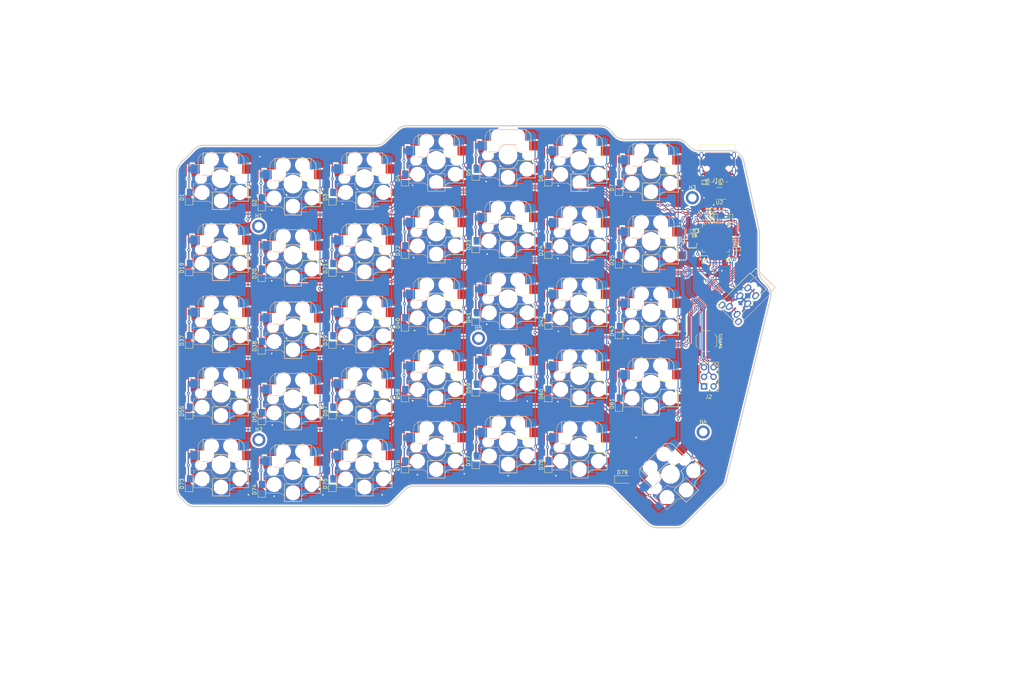
<source format=kicad_pcb>
(kicad_pcb (version 20211014) (generator pcbnew)
  (title_block (title "Lyra") (date "2022-01-23") (rev "1.9") (company "Black Cat Plasticworks (Malevolti)"))
  (layers (0 "F.Cu" signal) (31 "B.Cu" signal) (34 "B.Paste" user) (35 "F.Paste" user) (36 "B.SilkS" user "B.Silkscreen") (37 "F.SilkS" user "F.Silkscreen") (38 "B.Mask" user) (39 "F.Mask" user) (44 "Edge.Cuts" user))
  (net 0 "")
  (net 1 "ROW0")
  (net 2 "Net-(D1-Pad2)")
  (net 3 "Net-(D2-Pad2)")
  (net 4 "Net-(D3-Pad2)")
  (net 5 "Net-(D4-Pad2)")
  (net 6 "Net-(D5-Pad2)")
  (net 7 "Net-(D6-Pad2)")
  (net 8 "Net-(D7-Pad2)")
  (net 9 "ROW1")
  (net 10 "Net-(D19-Pad2)")
  (net 11 "Net-(D20-Pad2)")
  (net 12 "Net-(D21-Pad2)")
  (net 13 "Net-(D22-Pad2)")
  (net 14 "Net-(D23-Pad2)")
  (net 15 "Net-(D24-Pad2)")
  (net 16 "Net-(D25-Pad2)")
  (net 17 "ROW2")
  (net 18 "Net-(D37-Pad2)")
  (net 19 "Net-(D38-Pad2)")
  (net 20 "Net-(D39-Pad2)")
  (net 21 "Net-(D40-Pad2)")
  (net 22 "Net-(D41-Pad2)")
  (net 23 "Net-(D42-Pad2)")
  (net 24 "Net-(D43-Pad2)")
  (net 25 "ROW3")
  (net 26 "Net-(D55-Pad2)")
  (net 27 "Net-(D56-Pad2)")
  (net 28 "Net-(D57-Pad2)")
  (net 29 "Net-(D58-Pad2)")
  (net 30 "Net-(D59-Pad2)")
  (net 31 "Net-(D60-Pad2)")
  (net 32 "Net-(D61-Pad2)")
  (net 33 "ROW4")
  (net 34 "Net-(D73-Pad2)")
  (net 35 "Net-(D74-Pad2)")
  (net 36 "Net-(D75-Pad2)")
  (net 37 "Net-(D76-Pad2)")
  (net 38 "Net-(D77-Pad2)")
  (net 39 "Net-(D78-Pad2)")
  (net 40 "Net-(D79-Pad2)")
  (net 41 "VCC")
  (net 42 "/vbus-in")
  (net 43 "GND")
  (net 44 "Net-(J1-PadA5)")
  (net 45 "DI+")
  (net 46 "DI-")
  (net 48 "Net-(J1-PadB5)")
  (net 50 "COL0")
  (net 51 "COL2")
  (net 52 "COL1")
  (net 53 "RST")
  (net 54 "Net-(R4-Pad2)")
  (net 55 "Net-(C1-Pad1)")
  (net 58 "Net-(U1-Pad16)")
  (net 59 "Net-(U1-Pad17)")
  (net 62 "Serial")
  (net 69 "COL3")
  (net 70 "COL4")
  (net 71 "COL5")
  (net 72 "COL6")
  (net 78 "/D+")
  (net 79 "/D-")
  (footprint "Lily58:MX_Choc_Hotswap" (layer "F.Cu") (at 109.113803 59.649528)
    (fp_text reference "SW3" hide)
    (fp_text value "SW_Push" hide)
  )
  (footprint "Lily58:MX_Choc_Hotswap" (layer "F.Cu") (at 109.124347 97.770608)
    (fp_text reference "SW39" hide)
    (fp_text value "SW_Push" hide)
  )
  (footprint "Lily58:MX_Choc_Hotswap" (layer "F.Cu") (at 70.964699 97.760547)
    (fp_text reference "SW37" hide)
    (fp_text value "SW_Push" hide)
  )
  (footprint "Lily58:MX_Choc_Hotswap" (layer "F.Cu") (at 147.32 91.636)
    (fp_text reference "SW41" hide)
    (fp_text value "SW_Push" hide)
  )
  (footprint "Connector_PinSocket_2.54mm:PinSocket_2x03_P2.54mm_Vertical" (layer "F.Cu") (at 199.39 114.935 180)
    (fp_text reference "J2")
    (fp_text value "AVR-ISP-6")
  )
  (footprint "Lily58:MX_Choc_Hotswap" (layer "F.Cu") (at 185.315575 76.369825)
    (fp_text reference "SW25" hide)
    (fp_text value "SW_Push" hide)
  )
  (footprint "Keeb.io:C_0402" (layer "F.Cu") (at 199.39 80.645 180)
    (fp_text reference "C3")
    (fp_text value "0.1u")
  )
  (footprint "Diode_SMD:D_SOD-123F" (layer "F.Cu") (at 177.8 139.7)
    (fp_text reference "D79")
    (fp_text value "D_Small_ALT")
  )
  (footprint "Diode_SMD:D_SOD-123F" (layer "F.Cu") (at 81.788 122.936 90)
    (fp_text reference "D56")
    (fp_text value "D_Small_ALT")
  )
  (footprint "Diode_SMD:D_SOD-123F" (layer "F.Cu") (at 62.484 121.412 90)
    (fp_text reference "D55")
    (fp_text value "D_Small_ALT")
  )
  (footprint "Lily58:MX_Choc_Hotswap" (layer "F.Cu") (at 109.125882 135.819947)
    (fp_text reference "SW75" hide)
    (fp_text value "SW_Push" hide)
  )
  (footprint "Diode_SMD:D_SOD-123F" (layer "F.Cu") (at 157.988 97.536 90)
    (fp_text reference "D42")
    (fp_text value "D_Small_ALT")
  )
  (footprint "Lily58:MX_Choc_Hotswap" (layer "F.Cu") (at 90.085542 61.129014)
    (fp_text reference "SW2" hide)
    (fp_text value "SW_Push" hide)
  )
  (footprint "Diode_SMD:D_SOD-123F" (layer "F.Cu") (at 138.684 77.216 90)
    (fp_text reference "D23")
    (fp_text value "D_Small_ALT")
  )
  (footprint "Lily58:MX_Choc_Hotswap" (layer "F.Cu") (at 185.315959 57.265921)
    (fp_text reference "SW7" hide)
    (fp_text value "SW_Push" hide)
  )
  (footprint "Lily58:MX_Choc_Hotswap" (layer "F.Cu") (at 70.957312 78.564362)
    (fp_text reference "SW19" hide)
    (fp_text value "SW_Push" hide)
  )
  (footprint "Lily58:MX_Choc_Hotswap" (layer "F.Cu") (at 128.198652 131.113454)
    (fp_text reference "SW76" hide)
    (fp_text value "SW_Push" hide)
  )
  (footprint "Package_TO_SOT_SMD:SOT-23-6" (layer "F.Cu") (at 203.526 63.6065 180)
    (fp_text reference "U2")
    (fp_text value "SRV05-4")
  )
  (footprint "Diode_SMD:D_SOD-123F" (layer "F.Cu") (at 119.888 59.436 90)
    (fp_text reference "D4")
    (fp_text value "D_Small_ALT")
  )
  (footprint "Package_DFN_QFN:QFN-44-1EP_7x7mm_P0.5mm_EP5.2x5.2mm" (layer "F.Cu") (at 202.55 75.58 -90)
    (fp_text reference "U1")
    (fp_text value "ATmega32U4-MU")
  )
  (footprint "Resistor_SMD:R_0402_1005Metric_Pad0.72x0.64mm_HandSolder" (layer "F.Cu") (at 201.494 60.5585 90)
    (fp_text reference "R6")
    (fp_text value "5.1k")
  )
  (footprint "Lily58:MX_Choc_Hotswap" (layer "F.Cu") (at 166.310125 54.864769)
    (fp_text reference "SW6" hide)
    (fp_text value "SW_Push" hide)
  )
  (footprint "MountingHole:MountingHole_2.2mm_M2_ISO7380_Pad" (layer "F.Cu") (at 139.446 102.1588)
    (fp_text reference "H5")
    (fp_text value "MountingHole")
  )
  (footprint "Lily58:MX_Choc_Hotswap" (layer "F.Cu") (at 166.310123 73.989382)
    (fp_text reference "SW24" hide)
    (fp_text value "SW_Push" hide)
  )
  (footprint "Resistor_SMD:R_0402_1005Metric_Pad0.72x0.64mm_HandSolder" (layer "F.Cu") (at 205.05 60.5585 90)
    (fp_text reference "R5")
    (fp_text value "5.1k")
  )
  (footprint "Diode_SMD:D_SOD-123F" (layer "F.Cu") (at 176.784 61.976 90)
    (fp_text reference "D7")
    (fp_text value "D_Small_ALT")
  )
  (footprint "Lily58:MX_Choc_Hotswap" (layer "F.Cu") (at 109.115494 78.552683)
    (fp_text reference "SW21" hide)
    (fp_text value "SW_Push" hide)
  )
  (footprint "Lily58:MX_Choc_Hotswap" (layer "F.Cu") (at 166.301899 112.055337)
    (fp_text reference "SW60" hide)
    (fp_text value "SW_Push" hide)
  )
  (footprint "Lily58:MX_Choc_Hotswap" (layer "F.Cu") (at 90.098494 118.262633)
    (fp_text reference "SW56" hide)
    (fp_text value "SW_Push" hide)
  )
  (footprint "Diode_SMD:D_SOD-123F" (layer "F.Cu") (at 119.888 98.044 90)
    (fp_text reference "D40")
    (fp_text value "D_Small_ALT")
  )
  (footprint "Diode_SMD:D_SOD-123F" (layer "F.Cu") (at 138.684 134.62 90)
    (fp_text reference "D77")
    (fp_text value "D_Small_ALT")
  )
  (footprint "Keeb.io:C_0402" (layer "F.Cu") (at 201.494 70.2105 90)
    (fp_text reference "C4")
    (fp_text value "0.1u")
  )
  (footprint "Lily58:MX_Choc_Hotswap" (layer "F.Cu") (at 147.341715 129.721107)
    (fp_text reference "SW77" hide)
    (fp_text value "SW_Push" hide)
  )
  (footprint "Lily58:MX_Choc_Hotswap" (layer "F.Cu") (at 90.088564 80.06891)
    (fp_text reference "SW20" hide)
    (fp_text value "SW_Push" hide)
  )
  (footprint "Lily58:MX_Choc_Hotswap" (layer "F.Cu") (at 90.099262 99.283109)
    (fp_text reference "SW38" hide)
    (fp_text value "SW_Push" hide)
  )
  (footprint "Diode_SMD:D_SOD-123F" (layer "F.Cu") (at 100.584 64.516 90)
    (fp_text reference "D3")
    (fp_text value "D_Small_ALT")
  )
  (footprint "Lily58:MX_Choc_Hotswap" (layer "F.Cu") (at 90.107812 137.316695)
    (fp_text reference "SW74" hide)
    (fp_text value "SW_Push" hide)
  )
  (footprint "MountingHole:MountingHole_2.2mm_M2_ISO7380_Pad" (layer "F.Cu") (at 196.2912 64.77)
    (fp_text reference "H3")
    (fp_text value "MountingHole")
  )
  (footprint "Diode_SMD:D_SOD-123F" (layer "F.Cu") (at 138.684 115.316 90)
    (fp_text reference "D59")
    (fp_text value "D_Small_ALT")
  )
  (footprint "Diode_SMD:D_SOD-123F" (layer "F.Cu") (at 157.988 116.84 90)
    (fp_text reference "D60")
    (fp_text value "D_Small_ALT")
  )
  (footprint "Lily58:MX_Choc_Hotswap" (layer "F.Cu") (at 185.299535 114.348062)
    (fp_text reference "SW61" hide)
    (fp_text value "SW_Push" hide)
  )
  (footprint "Lily58:MX_Choc_Hotswap" (layer "F.Cu") (at 166.305475 92.952461)
    (fp_text reference "SW42" hide)
    (fp_text value "SW_Push" hide)
  )
  (footprint "MountingHole:MountingHole_2.2mm_M2_ISO7380_Pad" (layer "F.Cu") (at 199.1868 127.0508)
    (fp_text reference "H4")
    (fp_text value "MountingHole")
  )
  (footprint "Fuse:Fuse_0402_1005Metric" (layer "F.Cu") (at 200.478 60.5585 90)
    (fp_text reference "F1")
    (fp_text value "Polyfuse_Small")
  )
  (footprint "Diode_SMD:D_SOD-123F" (layer "F.Cu") (at 119.888 78.74 90)
    (fp_text reference "D22")
    (fp_text value "D_Small_ALT")
  )
  (footprint "Diode_SMD:D_SOD-123F" (layer "F.Cu") (at 62.484 140.716 90)
    (fp_text reference "D73")
    (fp_text value "D_Small_ALT")
  )
  (footprint "Lily58:MX_Choc_Hotswap" (layer "F.Cu") (at 109.124608 116.773734)
    (fp_text reference "SW57" hide)
    (fp_text value "SW_Push" hide)
  )
  (footprint "Lily58:MX_Choc_Hotswap" (layer "F.Cu") (at 147.317667 110.658722)
    (fp_text reference "SW59" hide)
    (fp_text value "SW_Push" hide)
  )
  (footprint "Diode_SMD:D_SOD-123F" (layer "F.Cu") (at 138.684 96.52 90)
    (fp_text reference "D41")
    (fp_text value "D_Small_ALT")
  )
  (footprint "Keeb.io:SW_SPST_TL3342" (layer "F.Cu") (at 200.025 102.87 -90)
    (fp_text reference "SWRST1")
    (fp_text value "SW_Push")
  )
  (footprint "Resistor_SMD:R_0402_1005Metric_Pad0.72x0.64mm_HandSolder" (layer "F.Cu") (at 204.034 68.1785 90)
    (fp_text reference "R2")
    (fp_text value "22")
  )
  (footprint "Lily58:MX_Choc_Hotswap" (layer "F.Cu") (at 166.311711 131.128213)
    (fp_text reference "SW78" hide)
    (fp_text value "SW_Push" hide)
  )
  (footprint "Diode_SMD:D_SOD-123F" (layer "F.Cu") (at 157.988 59.436 90)
    (fp_text reference "D6")
    (fp_text value "D_Small_ALT")
  )
  (footprint "Diode_SMD:D_SOD-123F" (layer "F.Cu") (at 157.988 78.74 90)
    (fp_text reference "D24")
    (fp_text value "D_Small_ALT")
  )
  (footprint "Diode_SMD:D_SOD-123F" (layer "F.Cu") (at 81.788 66.04 90)
    (fp_text reference "D2")
    (fp_text value "D_Small_ALT")
  )
  (footprint "Resistor_SMD:R_0402_1005Metric_Pad0.72x0.64mm_HandSolder" (layer "F.Cu") (at 197.2685 72.39 180)
    (fp_text reference "R3")
    (fp_text value "10k")
  )
  (footprint "Diode_SMD:D_SOD-123F" (layer "F.Cu") (at 138.684 57.912 90)
    (fp_text reference "D5")
    (fp_text value "D_Small_ALT")
  )
  (footprint "Resistor_SMD:R_0402_1005Metric_Pad0.72x0.64mm_HandSolder" (layer "F.Cu") (at 206.066 80.3705 180)
    (fp_text reference "R4")
    (fp_text value "10k")
  )
  (footprint "Lily58:MX_Choc_Hotswap" (layer "F.Cu") (at 147.253838 72.539939)
    (fp_text reference "SW23" hide)
    (fp_text value "SW_Push" hide)
  )
  (footprint "Lily58:MX_Choc_Hotswap" (layer "F.Cu") (at 147.276479 53.470561)
    (fp_text reference "SW5" hide)
    (fp_text value "SW_Push" hide)
  )
  (footprint "Diode_SMD:D_SOD-123F" (layer "F.Cu") (at 100.584 102.616 90)
    (fp_text reference "D39")
    (fp_text value "D_Small_ALT")
  )
  (footprint "Diode_SMD:D_SOD-123F" (layer "F.Cu") (at 119.888 116.84 90)
    (fp_text reference "D58")
    (fp_text value "D_Small_ALT")
  )
  (footprint "MountingHole:MountingHole_2.2mm_M2_ISO7380_Pad" (layer "F.Cu") (at 81.026 129.1336)
    (fp_text reference "H2")
    (fp_text value "MountingHole")
  )
  (footprint "Keeb.io:C_0402" (layer "F.Cu") (at 196.85 73.66 180)
    (fp_text reference "C6")
    (fp_text value "0.1u")
  )
  (footprint "Lily58:MX_Choc_Hotswap" (layer "F.Cu") (at 128.227532 73.873382)
    (fp_text reference "SW22" hide)
    (fp_text value "SW_Push" hide)
  )
  (footprint "Keeb.io:C_0402" (layer "F.Cu") (at 202.51 70.2105 90)
    (fp_text reference "C1")
    (fp_text value "1u")
  )
  (footprint "Diode_SMD:D_SOD-123F" (layer "F.Cu") (at 176.784 100.076 90)
    (fp_text reference "D43")
    (fp_text value "D_Small_ALT")
  )
  (footprint "Resistor_SMD:R_0402_1005Metric_Pad0.72x0.64mm_HandSolder" (layer "F.Cu") (at 203.018 68.1785 90)
    (fp_text reference "R1")
    (fp_text value "22")
  )
  (footprint "Diode_SMD:D_SOD-123F" (layer "F.Cu") (at 100.584 121.412 90)
    (fp_text reference "D57")
    (fp_text value "D_Small_ALT")
  )
  (footprint "Diode_SMD:D_SOD-123F" (layer "F.Cu") (at 81.788 104.14 90)
    (fp_text reference "D38")
    (fp_text value "D_Small_ALT")
  )
  (footprint "Lily58:MX_Choc_Hotswap" (layer "F.Cu") (at 128.216504 54.82726)
    (fp_text reference "SW4" hide)
    (fp_text value "SW_Push" hide)
  )
  (footprint "Lily58:MX_Choc_Hotswap" (layer "F.Cu") (at 70.973154 116.775109)
    (fp_text reference "SW55" hide)
    (fp_text value "SW_Push" hide)
  )
  (footprint "Diode_SMD:D_SOD-123F" (layer "F.Cu") (at 119.888 135.76 90)
    (fp_text reference "D76")
    (fp_text value "D_Small_ALT")
  )
  (footprint "Lily58:MX_Choc_Hotswap" (layer "F.Cu") (at 70.959254 59.68119)
    (fp_text reference "SW1" hide)
    (fp_text value "SW_Push" hide)
  )
  (footprint "Keeb.io:TRRS-PJ-320A-Dual-Overlayed" (layer "F.Cu") (at 213.770683 86.945128 -45)
    (fp_text reference "J3")
    (fp_text value "AudioJack3")
  )
  (footprint "Diode_SMD:D_SOD-123F" (layer "F.Cu") (at 81.788 142.24 90)
    (fp_text reference "D74")
    (fp_text value "D_Small_ALT")
  )
  (footprint "MountingHole:MountingHole_2.2mm_M2_ISO7380_Pad" (layer "F.Cu") (at 80.9752 72.3392)
    (fp_text reference "H1")
    (fp_text value "MountingHole")
  )
  (footprint "Diode_SMD:D_SOD-123F" (layer "F.Cu") (at 100.584 83.436 90)
    (fp_text reference "D21")
    (fp_text value "D_Small_ALT")
  )
  (footprint "Keeb.io:C_0402" (layer "F.Cu") (at 206.574 70.2105 90)
    (fp_text reference "C5")
    (fp_text value "10u")
  )
  (footprint "Diode_SMD:D_SOD-123F" (layer "F.Cu") (at 62.484 64.516 90)
    (fp_text reference "D1")
    (fp_text value "D_Small_ALT")
  )
  (footprint "Lily58:MX_Choc_Hotswap" (layer "F.Cu") (at 70.970604 135.828079)
    (fp_text reference "SW73" hide)
    (fp_text value "SW_Push" hide)
  )
  (footprint "Crystal:Resonator_SMD_Murata_CSTxExxV-3Pin_3.0x1.1mm" (layer "F.Cu") (at 196.215 76.2 90)
    (fp_text reference "Y1")
    (fp_text value "16mhz")
  )
  (footprint "Diode_SMD:D_SOD-123F" (layer "F.Cu") (at 176.784 119.38 90)
    (fp_text reference "D61")
    (fp_text value "D_Small_ALT")
  )
  (footprint "Keeb.io:C_0402" (layer "F.Cu") (at 208.098 78.3385)
    (fp_text reference "C2")
    (fp_text value "0.1u")
  )
  (footprint "Lily58:MX_Choc_Hotswap" (layer "F.Cu") (at 128.215096 92.964087)
    (fp_text reference "SW40" hide)
    (fp_text value "SW_Push" hide)
  )
  (footprint "Diode_SMD:D_SOD-123F" (layer "F.Cu") (at 157.988 135.636 90)
    (fp_text reference "D78")
    (fp_text value "D_Small_ALT")
  )
  (footprint "Lily58:MX_Choc_Hotswap" (layer "F.Cu") (at 185.315607 95.364809)
    (fp_text reference "SW43" hide)
    (fp_text value "SW_Push" hide)
  )
  (footprint "Diode_SMD:D_SOD-123F" (layer "F.Cu") (at 62.484 83.312 90)
    (fp_text reference "D19")
    (fp_text value "D_Small_ALT")
  )
  (footprint "Connector_USB:USB_C_Receptacle_HRO_TYPE-C-31-M-12" (layer "F.Cu") (at 203.018 54.4625 180)
    (fp_text reference "J1")
    (fp_text value "Computer/Power")
  )
  (footprint "Diode_SMD:D_SOD-123F" (layer "F.Cu") (at 176.784 81.28 90)
    (fp_text reference "D25")
    (fp_text value "D_Small_ALT")
  )
  (footprint "Diode_SMD:D_SOD-123F" (layer "F.Cu") (at 62.484 102.616 90)
    (fp_text reference "D37")
    (fp_text value "D_Small_ALT")
  )
  (footprint "Diode_SMD:D_SOD-123F" (layer "F.Cu") (at 81.788 84.836 90)
    (fp_text reference "D20")
    (fp_text value "D_Small_ALT")
  )
  (footprint "Lily58:MX_Choc_Hotswap" (layer "F.Cu") (at 128.209714 112.084859)
    (fp_text reference "SW58" hide)
    (fp_text value "SW_Push" hide)
  )
  (footprint "Lily58:MX_Choc_Hotswap" (layer "F.Cu") (at 190.483305 138.316372 45)
    (fp_text reference "SW79" hide)
    (fp_text value "SW_Push" hide)
  )
  (footprint "Diode_SMD:D_SOD-123F" (layer "F.Cu") (at 100.584 140.716 90)
    (fp_text reference "D75")
    (fp_text value "D_Small_ALT")
  )
  (gr_poly (pts (xy 175.641033 48.146299) (xy 174.410521 46.779064) (xy 174.282811 46.645563) (xy 174.148926 46.519577) (xy 174.009204 46.401256) (xy 173.863987 46.290753) (xy 173.713612 46.188216) (xy 173.55842 46.093796) (xy 173.398751 46.007645) (xy 173.234944 45.929912) (xy 173.067339 45.860748) (xy 172.896275 45.800304) (xy 172.722092 45.74873) (xy 172.54513 45.706178) (xy 172.365729 45.672796) (xy 172.184227 45.648737) (xy 172.000965 45.63415) (xy 171.816282 45.629186) (xy 120.348672 45.629185) (xy 120.183278 45.633824) (xy 120.018934 45.646196) (xy 119.855891 45.666201) (xy 119.694398 45.69374) (xy 119.534705 45.728714) (xy 119.377062 45.771023) (xy 119.221717 45.820569) (xy 119.068922 45.877252) (xy 118.918925 45.940972) (xy 118.771976 46.011631) (xy 118.628325 46.089129) (xy 118.488222 46.173367) (xy 118.351916 46.264246) (xy 118.219657 46.361666) (xy 118.091694 46.465527) (xy 117.968278 46.575732) (xy 114.39244 49.916692) (xy 114.268242 50.027239) (xy 114.139466 50.131372) (xy 114.006367 50.22899) (xy 113.869198 50.319993) (xy 113.728213 50.404282) (xy 113.583664 50.481757) (xy 113.435807 50.552317) (xy 113.284894 50.615863) (xy 113.131179 50.672295) (xy 112.974916 50.721513) (xy 112.816359 50.763417) (xy 112.65576 50.797907) (xy 112.493374 50.824884) (xy 112.329455 50.844247) (xy 112.164255 50.855896) (xy 111.998029 50.859732) (xy 66.360448 50.859732) (xy 66.186624 50.864077) (xy 66.013981 50.876959) (xy 65.842807 50.898257) (xy 65.673389 50.927853) (xy 65.506015 50.965628) (xy 65.34097 51.011462) (xy 65.178544 51.065238) (xy 65.019022 51.126835) (xy 64.862692 51.196135) (xy 64.709842 51.273019) (xy 64.560759 51.357368) (xy 64.41573 51.449062) (xy 64.275042 51.547982) (xy 64.138982 51.65401) (xy 64.007839 51.767026) (xy 63.881898 51.886912) (xy 60.172836 55.595973) (xy 60.05295 55.721914) (xy 59.939934 55.853057) (xy 59.833906 55.989117) (xy 59.734986 56.129805) (xy 59.643292 56.274834) (xy 59.558943 56.423918) (xy 59.48206 56.576767) (xy 59.41276 56.733097) (xy 59.351162 56.892619) (xy 59.297387 57.055045) (xy 59.251552 57.220089) (xy 59.213777 57.387464) (xy 59.184181 57.556882) (xy 59.162883 57.728056) (xy 59.150002 57.900699) (xy 59.145657 58.074523) (xy 59.145657 142.057764) (xy 59.149965 142.231457) (xy 59.162809 142.403986) (xy 59.184071 142.575064) (xy 59.213631 142.744402) (xy 59.25137 142.911712) (xy 59.297169 143.076704) (xy 59.35091 143.239092) (xy 59.412474 143.398587) (xy 59.48174 143.5549) (xy 59.558592 143.707742) (xy 59.642908 143.856827) (xy 59.734571 144.001864) (xy 59.833462 144.142567) (xy 59.939461 144.278646) (xy 60.052449 144.409813) (xy 60.172308 144.53578) (xy 61.445415 145.819414) (xy 61.571356 145.9393) (xy 61.7025 146.052316) (xy 61.83856 146.158344) (xy 61.979248 146.257264) (xy 62.124277 146.348958) (xy 62.273361 146.433306) (xy 62.426211 146.51019) (xy 62.58254 146.57949) (xy 62.742062 146.641087) (xy 62.904488 146.694863) (xy 63.069533 146.740698) (xy 63.236908 146.778473) (xy 63.406326 146.808069) (xy 63.577499 146.829368) (xy 63.750142 146.842249) (xy 63.923966 146.846595) (xy 114.055888 146.846595) (xy 114.231954 146.842149) (xy 114.406793 146.828948) (xy 114.580108 146.807117) (xy 114.751599 146.77678) (xy 114.920971 146.738064) (xy 115.087924 146.691092) (xy 115.252162 146.635991) (xy 115.413387 146.572885) (xy 115.5713 146.501899) (xy 115.725605 146.423158) (xy 115.876004 146.336788) (xy 116.022199 146.242913) (xy 116.163892 146.141659) (xy 116.300786 146.03315) (xy 116.432582 145.917512) (xy 116.558984 145.79487) (xy 119.784249 142.510008) (xy 119.910817 142.387212) (xy 120.042793 142.271439) (xy 120.179877 142.162815) (xy 120.32177 142.061465) (xy 120.468174 141.967515) (xy 120.61879 141.881089) (xy 120.773319 141.802314) (xy 120.931461 141.731314) (xy 121.092919 141.668215) (xy 121.257394 141.613143) (xy 121.424585 141.566222) (xy 121.594195 141.527579) (xy 121.765925 141.497338) (xy 121.939476 141.475624) (xy 122.114548 141.462564) (xy 122.290844 141.458283) (xy 172.97317 141.514378) (xy 173.146763 141.518884) (xy 173.31917 141.531904) (xy 173.490107 141.553317) (xy 173.659286 141.583007) (xy 173.826422 141.620853) (xy 173.991228 141.666738) (xy 174.153419 141.720541) (xy 174.312708 141.782146) (xy 174.468809 141.851432) (xy 174.621436 141.928282) (xy 174.770303 142.012576) (xy 174.915123 142.104196) (xy 175.05561 142.203023) (xy 175.191479 142.308938) (xy 175.322442 142.421822) (xy 175.448215 142.541558) (xy 184.366794 151.463644) (xy 184.492732 151.583528) (xy 184.623873 151.696543) (xy 184.759931 151.80257) (xy 184.900617 151.90149) (xy 185.045645 151.993183) (xy 185.194727 152.077531) (xy 185.347576 152.154415) (xy 185.503905 152.223715) (xy 185.663426 152.285312) (xy 185.825853 152.339088) (xy 185.990897 152.384922) (xy 186.158273 152.422697) (xy 186.327691 152.452293) (xy 186.498866 152.47359) (xy 186.67151 152.486471) (xy 186.845336 152.490815) (xy 192.05485 152.490815) (xy 192.228676 152.486471) (xy 192.40132 152.47359) (xy 192.572495 152.452293) (xy 192.741914 152.422697) (xy 192.909289 152.384922) (xy 193.074334 152.339088) (xy 193.236762 152.285312) (xy 193.396284 152.223715) (xy 193.552614 152.154415) (xy 193.705464 152.077531) (xy 193.854548 151.993183) (xy 193.999578 151.90149) (xy 194.140266 151.80257) (xy 194.276327 151.696543) (xy 194.407471 151.583528) (xy 194.533413 151.463644) (xy 204.349444 141.647603) (xy 204.432877 141.560827) (xy 204.513135 141.471438) (xy 204.590168 141.379528) (xy 204.663923 141.285187) (xy 204.734351 141.188505) (xy 204.801401 141.089573) (xy 204.865022 140.988481) (xy 204.925163 140.88532) (xy 204.981775 140.780181) (xy 205.034805 140.673154) (xy 205.084204 140.564329) (xy 205.12992 140.453797) (xy 205.171903 140.341648) (xy 205.210103 140.227973) (xy 205.244468 140.112863) (xy 205.274948 139.996408) (xy 217.106794 91.308839) (xy 217.153759 91.085235) (xy 217.185882 90.860763) (xy 217.203348 90.636089) (xy 217.206343 90.411877) (xy 217.195054 90.188794) (xy 217.169666 89.967502) (xy 217.130366 89.748668) (xy 217.077339 89.532955) (xy 217.010772 89.32103) (xy 216.930849 89.113556) (xy 216.837758 88.911198) (xy 216.731684 88.714622) (xy 216.612814 88.524492) (xy 216.481332 88.341473) (xy 216.337425 88.16623) (xy 216.18128 87.999428) (xy 215.090999 86.912653) (xy 214.970658 86.78621) (xy 214.857243 86.654527) (xy 214.750874 86.517895) (xy 214.65167 86.376604) (xy 214.559752 86.230945) (xy 214.47524 86.08121) (xy 214.398253 85.927688) (xy 214.328912 85.770671) (xy 214.267337 85.610449) (xy 214.213648 85.447313) (xy 214.167964 85.281554) (xy 214.130406 85.113463) (xy 214.101093 84.943329) (xy 214.080146 84.771445) (xy 214.067685 84.598101) (xy 214.063829 84.423587) (xy 214.095379 74.015076) (xy 214.094161 73.917333) (xy 214.090149 73.819727) (xy 214.083347 73.722317) (xy 214.073764 73.625162) (xy 214.061404 73.528323) (xy 214.046275 73.431859) (xy 214.028383 73.335828) (xy 214.007735 73.240291) (xy 209.962124 55.045573) (xy 209.925478 54.896737) (xy 209.882753 54.750738) (xy 209.834102 54.607699) (xy 209.779681 54.467744) (xy 209.719643 54.330998) (xy 209.654144 54.197583) (xy 209.583338 54.067625) (xy 209.507379 53.941246) (xy 209.426422 53.818571) (xy 209.340622 53.699723) (xy 209.250133 53.584826) (xy 209.15511 53.474005) (xy 209.055708 53.367383) (xy 208.95208 53.265084) (xy 208.844382 53.167231) (xy 208.732768 53.073949) (xy 208.617393 52.985361) (xy 208.498411 52.901591) (xy 208.375977 52.822764) (xy 208.250246 52.749003) (xy 208.121371 52.680431) (xy 207.989509 52.617173) (xy 207.854812 52.559353) (xy 207.717436 52.507094) (xy 207.577536 52.46052) (xy 207.435265 52.419755) (xy 207.290779 52.384923) (xy 207.144233 52.356148) (xy 206.995779 52.333554) (xy 206.845575 52.317264) (xy 206.693772 52.307403) (xy 206.540528 52.304093) (xy 198.12678 52.304093) (xy 197.952954 52.299748) (xy 197.78031 52.286868) (xy 197.609135 52.26557) (xy 197.439716 52.235974) (xy 197.272341 52.198199) (xy 197.107296 52.152364) (xy 196.944869 52.098589) (xy 196.785346 52.036992) (xy 196.629017 51.967692) (xy 196.476166 51.890808) (xy 196.327082 51.806459) (xy 196.182053 51.714766) (xy 196.041364 51.615845) (xy 195.905304 51.509817) (xy 195.774159 51.396801) (xy 195.648217 51.276915) (xy 194.596503 50.225196) (xy 194.469458 50.104636) (xy 194.337151 49.991059) (xy 194.199875 49.884584) (xy 194.057925 49.785332) (xy 193.911594 49.693424) (xy 193.761177 49.608979) (xy 193.606967 49.532118) (xy 193.449258 49.462962) (xy 193.288345 49.401631) (xy 193.124521 49.348245) (xy 192.95808 49.302925) (xy 192.789317 49.265791) (xy 192.618524 49.236963) (xy 192.445997 49.216563) (xy 192.272029 49.204709) (xy 192.096914 49.201523) (xy 178.266822 49.296178) (xy 178.080056 49.29278) (xy 177.894671 49.279534) (xy 177.711018 49.256594) (xy 177.529447 49.224115) (xy 177.350312 49.18225) (xy 177.173962 49.131153) (xy 177.000751 49.070979) (xy 176.831028 49.00188) (xy 176.665146 48.924011) (xy 176.503456 48.837526) (xy 176.346309 48.742579) (xy 176.194058 48.639324) (xy 176.047053 48.527914) (xy 175.905646 48.408504) (xy 175.770189 48.281248) (xy 175.641033 48.146299)) (layer "Edge.Cuts") (width 0.350572) (fill none))
  (segment (start 194.564 83.6035) (end 194.83898 83.87848) (width 0.25) (layer "F.Cu") (net 1))
  (segment (start 194.83898 83.87848) (end 199.73792 83.87848) (width 0.25) (layer "F.Cu") (net 1))
  (segment (start 157.988 60.836) (end 157.988 62.484) (width 0.25) (layer "F.Cu") (net 1))
  (segment (start 193.914586 71.12) (end 193.04 71.12) (width 0.25) (layer "F.Cu") (net 1))
  (segment (start 138.684 59.312) (end 138.684 61.468) (width 0.25) (layer "F.Cu") (net 1))
  (segment (start 65.656 69.088) (end 99.06 69.088) (width 0.25) (layer "F.Cu") (net 1))
  (segment (start 119.888 64.008) (end 121.412 62.484) (width 0.25) (layer "F.Cu") (net 1))
  (segment (start 176.784 63.376) (end 176.784 66.04) (width 0.25) (layer "F.Cu") (net 1))
  (segment (start 121.412 62.484) (end 137.668 62.484) (width 0.25) (layer "F.Cu") (net 1))
  (segment (start 100.584 65.916) (end 100.584 67.564) (width 0.25) (layer "F.Cu") (net 1))
  (segment (start 173.228 62.484) (end 176.784 66.04) (width 0.25) (layer "F.Cu") (net 1))
  (segment (start 199.73792 83.87848) (end 201.05 82.5664) (width 0.25) (layer "F.Cu") (net 1))
  (segment (start 62.484 65.916) (end 65.656 69.088) (width 0.25) (layer "F.Cu") (net 1))
  (segment (start 138.684 61.468) (end 155.448 61.468) (width 0.25) (layer "F.Cu") (net 1))
  (segment (start 137.668 62.484) (end 138.684 61.468) (width 0.25) (layer "F.Cu") (net 1))
  (segment (start 193.04 71.12) (end 187.96 66.04) (width 0.25) (layer "F.Cu") (net 1))
  (segment (start 100.584 67.564) (end 116.332 67.564) (width 0.25) (layer "F.Cu") (net 1))
  (segment (start 156.464 62.484) (end 157.988 62.484) (width 0.25) (layer "F.Cu") (net 1))
  (segment (start 99.06 69.088) (end 100.584 67.564) (width 0.25) (layer "F.Cu") (net 1))
  (segment (start 157.988 62.484) (end 173.228 62.484) (width 0.25) (layer "F.Cu") (net 1))
  (segment (start 81.788 67.44) (end 81.788 69.088) (width 0.25) (layer "F.Cu") (net 1))
  (segment (start 119.888 60.836) (end 119.888 64.008) (width 0.25) (layer "F.Cu") (net 1))
  (segment (start 155.448 61.468) (end 156.464 62.484) (width 0.25) (layer "F.Cu") (net 1))
  (segment (start 201.05 82.5664) (end 201.05 78.9175) (width 0.25) (layer "F.Cu") (net 1))
  (segment (start 187.96 66.04) (end 176.784 66.04) (width 0.25) (layer "F.Cu") (net 1))
  (segment (start 116.332 67.564) (end 119.888 64.008) (width 0.25) (layer "F.Cu") (net 1))
  (via (at 193.914586 71.12) (size 0.8) (drill 0.4) (layers "F.Cu" "B.Cu") (net 1))
  (via (at 194.564 83.6035) (size 0.8) (drill 0.4) (layers "F.Cu" "B.Cu") (net 1))
  (segment (start 193.48952 76.112692) (end 193.48952 72.530534) (width 0.25) (layer "B.Cu") (net 1))
  (segment (start 193.548 76.171172) (end 193.48952 76.112692) (width 0.25) (layer "B.Cu") (net 1))
  (segment (start 194.564 83.6035) (end 193.689606 82.729106) (width 0.25) (layer "B.Cu") (net 1))
  (segment (start 193.689606 82.729106) (end 193.689606 77.254125) (width 0.25) (layer "B.Cu") (net 1))
  (segment (start 193.914586 72.105468) (end 193.914586 71.12) (width 0.25) (layer "B.Cu") (net 1))
  (segment (start 193.48952 72.530534) (end 193.914586 72.105468) (width 0.25) (layer "B.Cu") (net 1))
  (segment (start 193.689606 77.254125) (end 193.548 77.112519) (width 0.25) (layer "B.Cu") (net 1))
  (segment (start 193.548 77.112519) (end 193.548 76.171172) (width 0.25) (layer "B.Cu") (net 1))
  (segment (start 68.159254 65.58119) (end 64.94919 65.58119) (width 0.25) (layer "F.Cu") (net 2))
  (segment (start 63.27481 54.58119) (end 63.759254 54.58119) (width 0.25) (layer "F.Cu") (net 2))
  (segment (start 62.4332 59.69) (end 62.484 59.6392) (width 0.25) (layer "F.Cu") (net 2))
  (segment (start 62.4332 63.0652) (end 62.484 63.116) (width 0.25) (layer "F.Cu") (net 2))
  (segment (start 64.94919 65.58119) (end 62.484 63.116) (width 0.25) (layer "F.Cu") (net 2))
  (segment (start 62.484 55.372) (end 63.27481 54.58119) (width 0.25) (layer "F.Cu") (net 2))
  (segment (start 62.4332 59.69) (end 62.4332 63.0652) (width 0.25) (layer "F.Cu") (net 2))
  (segment (start 62.484 59.6392) (end 62.484 55.372) (width 0.25) (layer "F.Cu") (net 2))
  (via (at 62.4332 59.69) (size 0.8) (drill 0.4) (layers "F.Cu" "B.Cu") (net 2))
  (segment (start 62.4332 62.9412) (end 62.859254 63.367254) (width 0.25) (layer "B.Cu") (net 2))
  (segment (start 62.4332 59.69) (end 62.459254 59.663946) (width 0.25) (layer "B.Cu") (net 2))
  (segment (start 62.4332 59.69) (end 62.4332 62.9412) (width 0.25) (layer "B.Cu") (net 2))
  (segment (start 62.459254 59.663946) (end 62.459254 57.18119) (width 0.25) (layer "B.Cu") (net 2))
  (segment (start 84.354986 67.029014) (end 84.328 67.056) (width 0.25) (layer "F.Cu") (net 3))
  (segment (start 81.5848 56.5912) (end 82.146986 56.029014) (width 0.25) (layer "F.Cu") (net 3))
  (segment (start 81.5848 60.9092) (end 81.5848 56.5912) (width 0.25) (layer "F.Cu") (net 3))
  (segment (start 82.146986 56.029014) (end 82.885542 56.029014) (width 0.25) (layer "F.Cu") (net 3))
  (segment (start 81.5848 64.4368) (end 81.788 64.64) (width 0.25) (layer "F.Cu") (net 3))
  (segment (start 84.204 67.056) (end 81.788 64.64) (width 0.25) (layer "F.Cu") (net 3))
  (segment (start 87.285542 67.029014) (end 84.354986 67.029014) (width 0.25) (layer "F.Cu") (net 3))
  (segment (start 81.5848 60.9092) (end 81.5848 64.4368) (width 0.25) (layer "F.Cu") (net 3))
  (segment (start 84.328 67.056) (end 84.204 67.056) (width 0.25) (layer "F.Cu") (net 3))
  (via (at 81.5848 60.9092) (size 0.8) (drill 0.4) (layers "F.Cu" "B.Cu") (net 3))
  (segment (start 81.5848 64.428272) (end 81.985542 64.829014) (width 0.25) (layer "B.Cu") (net 3))
  (segment (start 81.5848 60.9092) (end 81.5848 64.428272) (width 0.25) (layer "B.Cu") (net 3))
  (segment (start 81.578986 60.903386) (end 81.578986 58.629014) (width 0.25) (layer "B.Cu") (net 3))
  (segment (start 81.5848 60.9092) (end 81.578986 60.903386) (width 0.25) (layer "B.Cu") (net 3))
  (segment (start 100.584 54.991) (end 101.025472 54.549528) (width 0.25) (layer "F.Cu") (net 4))
  (segment (start 103.017528 65.549528) (end 106.313803 65.549528) (width 0.25) (layer "F.Cu") (net 4))
  (segment (start 100.581 59.693) (end 100.581 63.116) (width 0.25) (layer "F.Cu") (net 4))
  (segment (start 100.584 63.116) (end 103.017528 65.549528) (width 0.25) (layer "F.Cu") (net 4))
  (segment (start 100.584 59.69) (end 100.584 54.991) (width 0.25) (layer "F.Cu") (net 4))
  (segment (start 100.584 59.69) (end 100.581 59.693) (width 0.25) (layer "F.Cu") (net 4))
  (segment (start 101.025472 54.549528) (end 101.913803 54.549528) (width 0.25) (layer "F.Cu") (net 4))
  (via (at 100.584 59.69) (size 0.8) (drill 0.4) (layers "F.Cu" "B.Cu") (net 4))
  (segment (start 100.584 63.119) (end 100.814528 63.349528) (width 0.25) (layer "B.Cu") (net 4))
  (segment (start 100.584 59.69) (end 100.584 57.179331) (width 0.25) (layer "B.Cu") (net 4))
  (segment (start 100.584 57.179331) (end 100.613803 57.149528) (width 0.25) (layer "B.Cu") (net 4))
  (segment (start 100.584 59.69) (end 100.584 63.119) (width 0.25) (layer "B.Cu") (net 4))
  (segment (start 122.57926 60.72726) (end 119.888 58.036) (width 0.25) (layer "F.Cu") (net 5))
  (segment (start 119.634 54.8132) (end 119.631 54.8162) (width 0.25) (layer "F.Cu") (net 5))
  (segment (start 119.631 54.8162) (end 119.631 58.036) (width 0.25) (layer "F.Cu") (net 5))
  (segment (start 120.35114 49.72726) (end 121.016504 49.72726) (width 0.25) (layer "F.Cu") (net 5))
  (segment (start 119.634 50.4444) (end 120.35114 49.72726) (width 0.25) (layer "F.Cu") (net 5))
  (segment (start 119.634 54.8132) (end 119.634 50.4444) (width 0.25) (layer "F.Cu") (net 5))
  (segment (start 125.416504 60.72726) (end 122.57926 60.72726) (width 0.25) (layer "F.Cu") (net 5))
  (via (at 119.634 54.8132) (size 0.8) (drill 0.4) (layers "F.Cu" "B.Cu") (net 5))
  (segment (start 119.634 58.044756) (end 120.116504 58.52726) (width 0.25) (layer "B.Cu") (net 5))
  (segment (start 119.634 54.8132) (end 119.634 52.451) (width 0.25) (layer "B.Cu") (net 5))
  (segment (start 119.634 54.8132) (end 119.634 58.044756) (width 0.25) (layer "B.Cu") (net 5))
  (segment (start 119.634 52.451) (end 119.716504 52.368496) (width 0.25) (layer "B.Cu") (net 5))
  (segment (start 139.589439 48.370561) (end 140.076479 48.370561) (width 0.25) (layer "F.Cu") (net 6))
  (segment (start 138.684 53.4924) (end 138.684 56.512) (width 0.25) (layer "F.Cu") (net 6))
  (segment (start 144.476479 59.370561) (end 141.542561 59.370561) (width 0.25) (layer "F.Cu") (net 6))
  (segment (start 138.7856 53.3908) (end 138.7348 53.34) (width 0.25) (layer "F.Cu") (net 6))
  (segment (start 138.7856 53.3908) (end 138.684 53.4924) (width 0.25) (layer "F.Cu") (net 6))
  (segment (start 141.542561 59.370561) (end 138.684 56.512) (width 0.25) (layer "F.Cu") (net 6))
  (segment (start 138.7348 49.2252) (end 139.589439 48.370561) (width 0.25) (layer "F.Cu") (net 6))
  (segment (start 138.7348 53.34) (end 138.7348 49.2252) (width 0.25) (layer "F.Cu") (net 6))
  (via (at 138.7856 53.3908) (size 0.8) (drill 0.4) (layers "F.Cu" "B.Cu") (net 6))
  (segment (start 138.7856 53.3908) (end 138.7856 56.779682) (width 0.25) (layer "B.Cu") (net 6))
  (segment (start 138.7856 56.779682) (end 139.176479 57.170561) (width 0.25) (layer "B.Cu") (net 6))
  (segment (start 138.7856 53.3908) (end 138.776479 53.381679) (width 0.25) (layer "B.Cu") (net 6))
  (segment (start 138.776479 53.381679) (end 138.776479 50.970561) (width 0.25) (layer "B.Cu") (net 6))
  (segment (start 157.7848 50.4952) (end 158.515231 49.764769) (width 0.25) (layer "F.Cu") (net 7))
  (segment (start 163.510125 60.764769) (end 160.716769 60.764769) (width 0.25) (layer "F.Cu") (net 7))
  (segment (start 158.515231 49.764769) (end 159.110125 49.764769) (width 0.25) (layer "F.Cu") (net 7))
  (segment (start 157.7848 54.8132) (end 157.7848 50.4952) (width 0.25) (layer "F.Cu") (net 7))
  (segment (start 157.8356 54.864) (end 157.731 54.9686) (width 0.25) (layer "F.Cu") (net 7))
  (segment (start 157.731 54.9686) (end 157.731 58.036) (width 0.25) (layer "F.Cu") (net 7))
  (segment (start 160.716769 60.764769) (end 157.988 58.036) (width 0.25) (layer "F.Cu") (net 7))
  (segment (start 157.8356 54.864) (end 157.7848 54.8132) (width 0.25) (layer "F.Cu") (net 7))
  (via (at 157.8356 54.864) (size 0.8) (drill 0.4) (layers "F.Cu" "B.Cu") (net 7))
  (segment (start 157.810125 54.838525) (end 157.810125 52.364769) (width 0.25) (layer "B.Cu") (net 7))
  (segment (start 157.8356 58.190244) (end 158.210125 58.564769) (width 0.25) (layer "B.Cu") (net 7))
  (segment (start 157.8356 54.864) (end 157.810125 54.838525) (width 0.25) (layer "B.Cu") (net 7))
  (segment (start 157.8356 54.864) (end 157.8356 58.190244) (width 0.25) (layer "B.Cu") (net 7))
  (segment (start 176.8348 57.2008) (end 176.781 57.2546) (width 0.25) (layer "F.Cu") (net 8))
  (segment (start 179.373921 63.165921) (end 176.784 60.576) (width 0.25) (layer "F.Cu") (net 8))
  (segment (start 176.8348 57.2008) (end 176.8348 53.0352) (width 0.25) (layer "F.Cu") (net 8))
  (segment (start 182.515959 63.165921) (end 179.373921 63.165921) (width 0.25) (layer "F.Cu") (net 8))
  (segment (start 176.8348 53.0352) (end 177.704079 52.165921) (width 0.25) (layer "F.Cu") (net 8))
  (segment (start 176.781 57.2546) (end 176.781 60.576) (width 0.25) (layer "F.Cu") (net 8))
  (segment (start 177.704079 52.165921) (end 178.115959 52.165921) (width 0.25) (layer "F.Cu") (net 8))
  (via (at 176.8348 57.2008) (size 0.8) (drill 0.4) (layers "F.Cu" "B.Cu") (net 8))
  (segment (start 176.8348 57.2008) (end 176.8348 60.6298) (width 0.25) (layer "B.Cu") (net 8))
  (segment (start 176.815959 57.181959) (end 176.815959 54.765921) (width 0.25) (layer "B.Cu") (net 8))
  (segment (start 176.8348 57.2008) (end 176.815959 57.181959) (width 0.25) (layer "B.Cu") (net 8))
  (segment (start 176.8348 60.6298) (end 177.170921 60.965921) (width 0.25) (layer "B.Cu") (net 8))
  (segment (start 202.057 84.328) (end 203.55 82.835) (width 0.25) (layer "F.Cu") (net 9))
  (segment (start 100.584 84.836) (end 100.584 86.868) (width 0.25) (layer "F.Cu") (net 9))
  (segment (start 156.464 81.788) (end 173.228 81.788) (width 0.25) (layer "F.Cu") (net 9))
  (segment (start 65.656 87.884) (end 81.788 87.884) (width 0.25) (layer "F.Cu") (net 9))
  (segment (start 175.768 84.328) (end 176.784 84.328) (width 0.25) (layer "F.Cu") (net 9))
  (segment (start 119.888 83.312) (end 121.412 81.788) (width 0.25) (layer "F.Cu") (net 9))
  (segment (start 155.448 80.772) (end 156.464 81.788) (width 0.25) (layer "F.Cu") (net 9))
  (segment (start 176.784 84.328) (end 176.784 82.68) (width 0.25) (layer "F.Cu") (net 9))
  (segment (start 203.55 82.835) (end 203.55 78.9175) (width 0.25) (layer "F.Cu") (net 9))
  (segment (start 116.332 86.868) (end 119.888 83.312) (width 0.25) (layer "F.Cu") (net 9))
  (segment (start 137.668 81.788) (end 138.684 80.772) (width 0.25) (layer "F.Cu") (net 9))
  (segment (start 100.584 86.868) (end 116.332 86.868) (width 0.25) (layer "F.Cu") (net 9))
  (segment (start 62.484 84.712) (end 65.656 87.884) (width 0.25) (layer "F.Cu") (net 9))
  (segment (start 157.988 80.14) (end 157.988 81.788) (width 0.25) (layer "F.Cu") (net 9))
  (segment (start 138.684 78.616) (end 138.684 80.772) (width 0.25) (layer "F.Cu") (net 9))
  (segment (start 99.568 87.884) (end 100.584 86.868) (width 0.25) (layer "F.Cu") (net 9))
  (segment (start 176.784 84.328) (end 202.057 84.328) (width 0.25) (layer "F.Cu") (net 9))
  (segment (start 81.788 87.884) (end 99.568 87.884) (width 0.25) (layer "F.Cu") (net 9))
  (segment (start 173.228 81.788) (end 175.768 84.328) (width 0.25) (layer "F.Cu") (net 9))
  (segment (start 138.684 80.772) (end 155.448 80.772) (width 0.25) (layer "F.Cu") (net 9))
  (segment (start 81.788 86.236) (end 81.788 87.884) (width 0.25) (layer "F.Cu") (net 9))
  (segment (start 121.412 81.788) (end 137.668 81.788) (width 0.25) (layer "F.Cu") (net 9))
  (segment (start 119.888 80.14) (end 119.888 83.312) (width 0.25) (layer "F.Cu") (net 9))
  (segment (start 63.060638 73.464362) (end 63.757312 73.464362) (width 0.25) (layer "F.Cu") (net 10))
  (segment (start 62.3824 78.5876) (end 62.3824 74.1426) (width 0.25) (layer "F.Cu") (net 10))
  (segment (start 62.3824 74.1426) (end 63.060638 73.464362) (width 0.25) (layer "F.Cu") (net 10))
  (segment (start 65.036362 84.464362) (end 62.484 81.912) (width 0.25) (layer "F.Cu") (net 10))
  (segment (start 62.3824 78.5876) (end 62.3824 81.8104) (width 0.25) (layer "F.Cu") (net 10))
  (segment (start 62.3824 81.8104) (end 62.484 81.912) (width 0.25) (layer "F.Cu") (net 10))
  (segment (start 68.157312 84.464362) (end 65.036362 84.464362) (width 0.25) (layer "F.Cu") (net 10))
  (via (at 62.3824 78.5876) (size 0.8) (drill 0.4) (layers "F.Cu" "B.Cu") (net 10))
  (segment (start 62.3824 78.5876) (end 62.3824 81.78945) (width 0.25) (layer "B.Cu") (net 10))
  (segment (start 62.365638 78.570838) (end 62.365638 76.064362) (width 0.25) (layer "B.Cu") (net 10))
  (segment (start 62.3824 78.5876) (end 62.365638 78.570838) (width 0.25) (layer "B.Cu") (net 10))
  (segment (start 62.3824 81.78945) (end 62.857312 82.264362) (width 0.25) (layer "B.Cu") (net 10))
  (segment (start 81.5848 75.8952) (end 82.51109 74.96891) (width 0.25) (layer "F.Cu") (net 11))
  (segment (start 81.531 80.0638) (end 81.531 83.436) (width 0.25) (layer "F.Cu") (net 11))
  (segment (start 81.5848 80.01) (end 81.5848 75.8952) (width 0.25) (layer "F.Cu") (net 11))
  (segment (start 84.06391 85.96891) (end 81.788 83.693) (width 0.25) (layer "F.Cu") (net 11))
  (segment (start 87.288564 85.96891) (end 84.06391 85.96891) (width 0.25) (layer "F.Cu") (net 11))
  (segment (start 81.5848 80.01) (end 81.531 80.0638) (width 0.25) (layer "F.Cu") (net 11))
  (segment (start 82.51109 74.96891) (end 82.888564 74.96891) (width 0.25) (layer "F.Cu") (net 11))
  (via (at 81.5848 80.01) (size 0.8) (drill 0.4) (layers "F.Cu" "B.Cu") (net 11))
  (segment (start 81.5848 80.01) (end 81.5848 83.4898) (width 0.25) (layer "B.Cu") (net 11))
  (segment (start 81.5848 83.4898) (end 81.86391 83.76891) (width 0.25) (layer "B.Cu") (net 11))
  (segment (start 81.588564 80.006236) (end 81.588564 77.56891) (width 0.25) (layer "B.Cu") (net 11))
  (segment (start 81.5848 80.01) (end 81.588564 80.006236) (width 0.25) (layer "B.Cu") (net 11))
  (segment (start 100.4316 78.6384) (end 100.4316 82.0166) (width 0.25) (layer "F.Cu") (net 12))
  (segment (start 106.315494 84.452683) (end 103.000683 84.452683) (width 0.25) (layer "F.Cu") (net 12))
  (segment (start 100.4316 82.0166) (end 100.451 82.036) (width 0.25) (layer "F.Cu") (net 12))
  (segment (start 100.4824 78.5876) (end 100.4316 78.6384) (width 0.25) (layer "F.Cu") (net 12))
  (segment (start 100.4824 74.1426) (end 101.172317 73.452683) (width 0.25) (layer "F.Cu") (net 12))
  (segment (start 103.000683 84.452683) (end 100.584 82.036) (width 0.25) (layer "F.Cu") (net 12))
  (segment (start 101.172317 73.452683) (end 101.915494 73.452683) (width 0.25) (layer "F.Cu") (net 12))
  (segment (start 100.4824 78.5876) (end 100.4824 74.1426) (width 0.25) (layer "F.Cu") (net 12))
  (via (at 100.4824 78.5876) (size 0.8) (drill 0.4) (layers "F.Cu" "B.Cu") (net 12))
  (segment (start 100.4316 82.0166) (end 100.667683 82.252683) (width 0.25) (layer "B.Cu") (net 12))
  (segment (start 100.4316 78.6384) (end 100.4316 82.0166) (width 0.25) (layer "B.Cu") (net 12))
  (segment (start 100.4824 78.5876) (end 100.4316 78.6384) (width 0.25) (layer "B.Cu") (net 12))
  (segment (start 100.477317 78.582517) (end 100.477317 76.052683) (width 0.25) (layer "B.Cu") (net 12))
  (segment (start 100.4824 78.5876) (end 100.477317 78.582517) (width 0.25) (layer "B.Cu") (net 12))
  (segment (start 119.6848 73.7108) (end 119.6848 69.5452) (width 0.25) (layer "F.Cu") (net 13))
  (segment (start 119.8372 73.8632) (end 119.8372 77.2922) (width 0.25) (layer "F.Cu") (net 13))
  (segment (start 119.8372 73.8632) (end 119.6848 73.7108) (width 0.25) (layer "F.Cu") (net 13))
  (segment (start 125.427532 79.773382) (end 122.321382 79.773382) (width 0.25) (layer "F.Cu") (net 13))
  (segment (start 119.8372 77.2922) (end 119.885 77.34) (width 0.25) (layer "F.Cu") (net 13))
  (segment (start 120.456618 68.773382) (end 121.027532 68.773382) (width 0.25) (layer "F.Cu") (net 13))
  (segment (start 119.6848 69.5452) (end 120.456618 68.773382) (width 0.25) (layer "F.Cu") (net 13))
  (segment (start 122.321382 79.773382) (end 119.888 77.34) (width 0.25) (layer "F.Cu") (net 13))
  (via (at 119.8372 73.8632) (size 0.8) (drill 0.4) (layers "F.Cu" "B.Cu") (net 13))
  (segment (start 119.8372 73.8632) (end 119.727532 73.753532) (width 0.25) (layer "B.Cu") (net 13))
  (segment (start 119.727532 73.753532) (end 119.727532 71.407468) (width 0.25) (layer "B.Cu") (net 13))
  (segment (start 119.8372 73.8632) (end 119.8372 77.2922) (width 0.25) (layer "B.Cu") (net 13))
  (segment (start 119.8372 77.2922) (end 120.118382 77.573382) (width 0.25) (layer "B.Cu") (net 13))
  (segment (start 138.684 72.644) (end 138.681 72.647) (width 0.25) (layer "F.Cu") (net 14))
  (segment (start 138.681 72.647) (end 138.681 75.816) (width 0.25) (layer "F.Cu") (net 14))
  (segment (start 138.684 72.644) (end 138.684 68.326) (width 0.25) (layer "F.Cu") (net 14))
  (segment (start 138.684 68.326) (end 139.570061 67.439939) (width 0.25) (layer "F.Cu") (net 14))
  (segment (start 139.570061 67.439939) (end 140.053838 67.439939) (width 0.25) (layer "F.Cu") (net 14))
  (segment (start 144.453838 78.439939) (end 141.307939 78.439939) (width 0.25) (layer "F.Cu") (net 14))
  (segment (start 141.307939 78.439939) (end 138.684 75.816) (width 0.25) (layer "F.Cu") (net 14))
  (via (at 138.684 72.644) (size 0.8) (drill 0.4) (layers "F.Cu" "B.Cu") (net 14))
  (segment (start 138.684 75.819) (end 139.104939 76.239939) (width 0.25) (layer "B.Cu") (net 14))
  (segment (start 138.684 72.644) (end 138.684 75.819) (width 0.25) (layer "B.Cu") (net 14))
  (segment (start 138.684 72.644) (end 138.684 70.231) (width 0.25) (layer "B.Cu") (net 14))
  (segment (start 138.684 70.231) (end 138.753838 70.161162) (width 0.25) (layer "B.Cu") (net 14))
  (segment (start 158.440618 68.889382) (end 159.110123 68.889382) (width 0.25) (layer "F.Cu") (net 15))
  (segment (start 157.7848 73.914) (end 157.734 73.8632) (width 0.25) (layer "F.Cu") (net 15))
  (segment (start 157.7848 77.1398) (end 157.985 77.34) (width 0.25) (layer "F.Cu") (net 15))
  (segment (start 157.734 73.8632) (end 157.734 69.596) (width 0.25) (layer "F.Cu") (net 15))
  (segment (start 157.988 77.34) (end 160.537382 79.889382) (width 0.25) (layer "F.Cu") (net 15))
  (segment (start 157.734 69.596) (end 158.440618 68.889382) (width 0.25) (layer "F.Cu") (net 15))
  (segment (start 157.7848 73.914) (end 157.7848 77.1398) (width 0.25) (layer "F.Cu") (net 15))
  (segment (start 160.537382 79.889382) (end 163.510123 79.889382) (width 0.25) (layer "F.Cu") (net 15))
  (via (at 157.7848 73.914) (size 0.8) (drill 0.4) (layers "F.Cu" "B.Cu") (net 15))
  (segment (start 157.7848 73.914) (end 157.7848 77.264059) (width 0.25) (layer "B.Cu") (net 15))
  (segment (start 157.7848 73.914) (end 157.745618 73.874818) (width 0.25) (layer "B.Cu") (net 15))
  (segment (start 157.7848 77.264059) (end 158.210123 77.689382) (width 0.25) (layer "B.Cu") (net 15))
  (segment (start 157.745618 73.874818) (end 157.745618 71.489382) (width 0.25) (layer "B.Cu") (net 15))
  (segment (start 176.784 71.9836) (end 177.497775 71.269825) (width 0.25) (layer "F.Cu") (net 16))
  (segment (start 182.515575 82.269825) (end 179.173825 82.269825) (width 0.25) (layer "F.Cu") (net 16))
  (segment (start 179.173825 82.269825) (end 176.784 79.88) (width 0.25) (layer "F.Cu") (net 16))
  (segment (start 176.784 76.4032) (end 176.784 71.9836) (width 0.25) (layer "F.Cu") (net 16))
  (segment (start 176.784 76.4032) (end 176.784 79.88) (width 0.25) (layer "F.Cu") (net 16))
  (segment (start 177.497775 71.269825) (end 178.115575 71.269825) (width 0.25) (layer "F.Cu") (net 16))
  (via (at 176.784 76.4032) (size 0.8) (drill 0.4) (layers "F.Cu" "B.Cu") (net 16))
  (segment (start 176.784 79.63825) (end 177.215575 80.069825) (width 0.25) (layer "B.Cu") (net 16))
  (segment (start 176.815575 76.371625) (end 176.815575 73.869825) (width 0.25) (layer "B.Cu") (net 16))
  (segment (start 176.784 76.4032) (end 176.815575 76.371625) (width 0.25) (layer "B.Cu") (net 16))
  (segment (start 176.784 76.4032) (end 176.784 79.63825) (width 0.25) (layer "B.Cu") (net 16))
  (segment (start 157.988 98.936) (end 157.988 101.473) (width 0.25) (layer "F.Cu") (net 17))
  (segment (start 201.840489 82.249897) (end 202.05 82.040386) (width 0.25) (layer "F.Cu") (net 17))
  (segment (start 193.3702 103.251) (end 176.784 103.251) (width 0.25) (layer "F.Cu") (net 17))
  (segment (start 66.04 107.315) (end 81.915 107.315) (width 0.25) (layer "F.Cu") (net 17))
  (segment (start 100.584 104.016) (end 100.584 105.664) (width 0.25) (layer "F.Cu") (net 17))
  (segment (start 201.540394 86.604677) (end 200.23471 87.910362) (width 0.25) (layer "F.Cu") (net 17))
  (segment (start 136.525 101.6) (end 138.43 99.695) (width 0.25) (layer "F.Cu") (net 17))
  (segment (start 156.21 99.695) (end 138.43 99.695) (width 0.25) (layer "F.Cu") (net 17))
  (segment (start 81.788 107.188) (end 81.915 107.315) (width 0.25) (layer "F.Cu") (net 17))
  (segment (start 115.57 106.045) (end 120.015 101.6) (width 0.25) (layer "F.Cu") (net 17))
  (segment (start 100.965 106.045) (end 115.57 106.045) (width 0.25) (layer "F.Cu") (net 17))
  (segment (start 81.788 105.54) (end 81.788 107.188) (width 0.25) (layer "F.Cu") (net 17))
  (segment (start 176.784 103.251) (end 176.403 103.251) (width 0.25) (layer "F.Cu") (net 17))
  (segment (start 119.888 99.444) (end 119.888 101.473) (width 0.25) (layer "F.Cu") (net 17))
  (segment (start 176.784 103.251) (end 176.784 101.476) (width 0.25) (layer "F.Cu") (net 17))
  (segment (start 138.684 99.441) (end 138.43 99.695) (width 0.25) (layer "F.Cu") (net 17))
  (segment (start 100.584 105.664) (end 100.965 106.045) (width 0.25) (layer "F.Cu") (net 17))
  (segment (start 176.403 103.251) (end 174.752 101.6) (width 0.25) (layer "F.Cu") (net 17))
  (segment (start 138.684 97.92) (end 138.684 99.441) (width 0.25) (layer "F.Cu") (net 17))
  (segment (start 202.05 82.040386) (end 202.05 78.9175) (width 0.25) (layer "F.Cu") (net 17))
  (segment (start 174.752 101.6) (end 158.115 101.6) (width 0.25) (layer "F.Cu") (net 17))
  (segment (start 119.888 101.473) (end 120.015 101.6) (width 0.25) (layer "F.Cu") (net 17))
  (segment (start 62.741 104.016) (end 66.04 107.315) (width 0.25) (layer "F.Cu") (net 17))
  (segment (start 81.915 107.315) (end 99.695 107.315) (width 0.25) (layer "F.Cu") (net 17))
  (segment (start 201.540394 86.215796) (end 201.540394 86.604677) (width 0.25) (layer "F.Cu") (net 17))
  (segment (start 201.767251 83.593151) (end 201.840489 83.519913) (width 0.25) (layer "F.Cu") (net 17))
  (segment (start 196.293607 91.965064) (end 195.31596 92.942711) (width 0.25) (layer "F.Cu") (net 17))
  (segment (start 99.695 107.315) (end 100.965 106.045) (width 0.25) (layer "F.Cu") (net 17))
  (segment (start 158.115 101.6) (end 156.21 99.695) (width 0.25) (layer "F.Cu") (net 17))
  (segment (start 200.23471 89.190612) (end 197.460259 91.965063) (width 0.25) (layer "F.Cu") (net 17))
  (segment (start 120.015 101.6) (end 136.525 101.6) (width 0.25) (layer "F.Cu") (net 17))
  (segment (start 195.31596 92.942711) (end 195.31596 101.30524) (width 0.25) (layer "F.Cu") (net 17))
  (segment (start 201.840489 83.519913) (end 201.840489 82.249897) (width 0.25) (layer "F.Cu") (net 17))
  (segment (start 200.23471 87.910362) (end 200.23471 89.190612) (width 0.25) (layer "F.Cu") (net 17))
  (segment (start 197.460259 91.965063) (end 196.293607 91.965064) (width 0.25) (layer "F.Cu") (net 17))
  (segment (start 195.31596 101.30524) (end 193.3702 103.251) (width 0.25) (layer "F.Cu") (net 17))
  (via (at 201.767251 83.593151) (size 0.8) (drill 0.4) (layers "F.Cu" "B.Cu") (net 17))
  (via (at 201.540394 86.215796) (size 0.8) (drill 0.4) (layers "F.Cu" "B.Cu") (net 17))
  (segment (start 202.11548 83.94138) (end 201.767251 83.593151) (width 0.25) (layer "B.Cu") (net 17))
  (segment (start 201.540394 86.215796) (end 202.11548 85.64071) (width 0.25) (layer "B.Cu") (net 17))
  (segment (start 202.11548 85.64071) (end 202.11548 83.94138) (width 0.25) (layer "B.Cu") (net 17))
  (segment (start 62.484 97.79) (end 62.484 93.091) (width 0.25) (layer "F.Cu") (net 18))
  (segment (start 62.484 101.213) (end 62.481 101.216) (width 0.25) (layer "F.Cu") (net 18))
  (segment (start 64.928547 103.660547) (end 62.484 101.216) (width 0.25) (layer "F.Cu") (net 18))
  (segment (start 62.484 97.79) (end 62.484 101.213) (width 0.25) (layer "F.Cu") (net 18))
  (segment (start 62.914453 92.660547) (end 63.764699 92.660547) (width 0.25) (layer "F.Cu") (net 18))
  (segment (start 62.484 93.091) (end 62.914453 92.660547) (width 0.25) (layer "F.Cu") (net 18))
  (segment (start 68.164699 103.660547) (end 64.928547 103.660547) (width 0.25) (layer "F.Cu") (net 18))
  (via (at 62.484 97.79) (size 0.8) (drill 0.4) (layers "F.Cu" "B.Cu") (net 18))
  (segment (start 62.464699 97.770699) (end 62.464699 95.260547) (width 0.25) (layer "B.Cu") (net 18))
  (segment (start 62.484 101.219) (end 62.725547 101.460547) (width 0.25) (layer "B.Cu") (net 18))
  (segment (start 62.484 97.79) (end 62.484 101.219) (width 0.25) (layer "B.Cu") (net 18))
  (segment (start 62.484 97.79) (end 62.464699 97.770699) (width 0.25) (layer "B.Cu") (net 18))
  (segment (start 81.5848 94.9452) (end 82.346891 94.183109) (width 0.25) (layer "F.Cu") (net 19))
  (segment (start 81.5848 99.2632) (end 81.5848 102.5398) (width 0.25) (layer "F.Cu") (net 19))
  (segment (start 81.5848 99.2632) (end 81.5848 94.9452) (width 0.25) (layer "F.Cu") (net 19))
  (segment (start 81.5848 102.5398) (end 81.785 102.74) (width 0.25) (layer "F.Cu") (net 19))
  (segment (start 87.299262 105.183109) (end 84.231109 105.183109) (width 0.25) (layer "F.Cu") (net 19))
  (segment (start 82.346891 94.183109) (end 82.899262 94.183109) (width 0.25) (layer "F.Cu") (net 19))
  (segment (start 84.231109 105.183109) (end 81.788 102.74) (width 0.25) (layer "F.Cu") (net 19))
  (via (at 81.5848 99.2632) (size 0.8) (drill 0.4) (layers "F.Cu" "B.Cu") (net 19))
  (segment (start 81.5848 96.8502) (end 81.599262 96.835738) (width 0.25) (layer "B.Cu") (net 19))
  (segment (start 81.5848 99.2632) (end 81.5848 96.8502) (width 0.25) (layer "B.Cu") (net 19))
  (segment (start 81.5848 102.568647) (end 81.999262 102.983109) (width 0.25) (layer "B.Cu") (net 19))
  (segment (start 81.5848 99.2632) (end 81.5848 102.568647) (width 0.25) (layer "B.Cu") (net 19))
  (segment (start 103.038608 103.670608) (end 100.584 101.216) (width 0.25) (layer "F.Cu") (net 20))
  (segment (start 101.004392 92.670608) (end 101.924347 92.670608) (width 0.25) (layer "F.Cu") (net 20))
  (segment (start 106.324347 103.670608) (end 103.038608 103.670608) (width 0.25) (layer "F.Cu") (net 20))
  (segment (start 100.6348 93.0402) (end 101.004392 92.670608) (width 0.25) (layer "F.Cu") (net 20))
  (segment (start 100.581 97.793) (end 100.581 101.216) (width 0.25) (layer "F.Cu") (net 20))
  (segment (start 100.6348 97.7392) (end 100.6348 93.0402) (width 0.25) (layer "F.Cu") (net 20))
  (segment (start 100.6348 97.7392) (end 100.581 97.793) (width 0.25) (layer "F.Cu") (net 20))
  (via (at 100.6348 97.7392) (size 0.8) (drill 0.4) (layers "F.Cu" "B.Cu") (net 20))
  (segment (start 100.624347 97.728747) (end 100.624347 95.270608) (width 0.25) (layer "B.Cu") (net 20))
  (segment (start 100.6348 101.2698) (end 100.835608 101.470608) (width 0.25) (layer "B.Cu") (net 20))
  (segment (start 100.6348 97.7392) (end 100.6348 101.2698) (width 0.25) (layer "B.Cu") (net 20))
  (segment (start 100.6348 97.7392) (end 100.624347 97.728747) (width 0.25) (layer "B.Cu") (net 20))
  (segment (start 125.415096 98.864087) (end 122.108087 98.864087) (width 0.25) (layer "F.Cu") (net 21))
  (segment (start 119.7356 92.9132) (end 119.7356 88.5444) (width 0.25) (layer "F.Cu") (net 21))
  (segment (start 119.7356 92.9132) (end 119.7356 96.4916) (width 0.25) (layer "F.Cu") (net 21))
  (segment (start 120.415913 87.864087) (end 121.015096 87.864087) (width 0.25) (layer "F.Cu") (net 21))
  (segment (start 119.7356 96.4916) (end 119.888 96.644) (width 0.25) (layer "F.Cu") (net 21))
  (segment (start 119.7356 88.5444) (end 120.415913 87.864087) (width 0.25) (layer "F.Cu") (net 21))
  (segment (start 122.108087 98.864087) (end 119.888 96.644) (width 0.25) (layer "F.Cu") (net 21))
  (via (at 119.7356 92.9132) (size 0.8) (drill 0.4) (layers "F.Cu" "B.Cu") (net 21))
  (segment (start 119.7356 92.9132) (end 119.715096 92.892696) (width 0.25) (layer "B.Cu") (net 21))
  (segment (start 119.7356 92.9132) (end 119.7356 96.284591) (width 0.25) (layer "B.Cu") (net 21))
  (segment (start 119.7356 96.284591) (end 120.115096 96.664087) (width 0.25) (layer "B.Cu") (net 21))
  (segment (start 119.715096 92.892696) (end 119.715096 90.469904) (width 0.25) (layer "B.Cu") (net 21))
  (segment (start 138.7856 91.6432) (end 138.7348 91.5924) (width 0.25) (layer "F.Cu") (net 22))
  (segment (start 144.52 97.536) (end 141.1 97.536) (width 0.25) (layer "F.Cu") (net 22))
  (segment (start 138.7348 87.3252) (end 139.524 86.536) (width 0.25) (layer "F.Cu") (net 22))
  (segment (start 138.684 91.7448) (end 138.684 95.12) (width 0.25) (layer "F.Cu") (net 22))
  (segment (start 138.7856 91.6432) (end 138.684 91.7448) (width 0.25) (layer "F.Cu") (net 22))
  (segment (start 138.7348 91.5924) (end 138.7348 87.3252) (width 0.25) (layer "F.Cu") (net 22))
  (segment (start 139.524 86.536) (end 140.12 86.536) (width 0.25) (layer "F.Cu") (net 22))
  (segment (start 141.1 97.536) (end 138.684 95.12) (width 0.25) (layer "F.Cu") (net 22))
  (via (at 138.7856 91.6432) (size 0.8) (drill 0.4) (layers "F.Cu" "B.Cu") (net 22))
  (segment (start 138.7856 94.9706) (end 139.151 95.336) (width 0.25) (layer "B.Cu") (net 22))
  (segment (start 138.7856 91.6432) (end 138.7856 94.9706) (width 0.25) (layer "B.Cu") (net 22))
  (segment (start 138.7856 89.1794) (end 138.82 89.145) (width 0.25) (layer "B.Cu") (net 22))
  (segment (start 138.7856 91.6432) (end 138.7856 89.1794) (width 0.25) (layer "B.Cu") (net 22))
  (segment (start 157.7848 92.964) (end 157.7848 88.5952) (width 0.25) (layer "F.Cu") (net 23))
  (segment (start 157.731 93.0178) (end 157.731 96.136) (width 0.25) (layer "F.Cu") (net 23))
  (segment (start 157.7848 88.5952) (end 158.527539 87.852461) (width 0.25) (layer "F.Cu") (net 23))
  (segment (start 158.527539 87.852461) (end 159.105475 87.852461) (width 0.25) (layer "F.Cu") (net 23))
  (segment (start 160.447461 98.852461) (end 157.988 96.393) (width 0.25) (layer "F.Cu") (net 23))
  (segment (start 163.505475 98.852461) (end 160.447461 98.852461) (width 0.25) (layer "F.Cu") (net 23))
  (segment (start 157.7848 92.964) (end 157.731 93.0178) (width 0.25) (layer "F.Cu") (net 23))
  (via (at 157.7848 92.964) (size 0.8) (drill 0.4) (layers "F.Cu" "B.Cu") (net 23))
  (segment (start 157.7848 96.231786) (end 158.205475 96.652461) (width 0.25) (layer "B.Cu") (net 23))
  (segment (start 157.7848 90.5002) (end 157.805475 90.479525) (width 0.25) (layer "B.Cu") (net 23))
  (segment (start 157.7848 92.964) (end 157.7848 90.5002) (width 0.25) (layer "B.Cu") (net 23))
  (segment (start 157.7848 92.964) (end 157.7848 96.231786) (width 0.25) (layer "B.Cu") (net 23))
  (segment (start 176.784 95.3008) (end 176.784 90.9828) (width 0.25) (layer "F.Cu") (net 24))
  (segment (start 182.515607 101.264809) (end 179.372809 101.264809) (width 0.25) (layer "F.Cu") (net 24))
  (segment (start 177.501991 90.264809) (end 178.115607 90.264809) (width 0.25) (layer "F.Cu") (net 24))
  (segment (start 176.784 95.3008) (end 176.781 95.3038) (width 0.25) (layer "F.Cu") (net 24))
  (segment (start 176.781 95.3038) (end 176.781 98.676) (width 0.25) (layer "F.Cu") (net 24))
  (segment (start 179.372809 101.264809) (end 176.784 98.676) (width 0.25) (layer "F.Cu") (net 24))
  (segment (start 176.784 90.9828) (end 177.501991 90.264809) (width 0.25) (layer "F.Cu") (net 24))
  (via (at 176.784 95.3008) (size 0.8) (drill 0.4) (layers "F.Cu" "B.Cu") (net 24))
  (segment (start 176.784 95.3008) (end 176.815607 95.269193) (width 0.25) (layer "B.Cu") (net 24))
  (segment (start 176.784 98.679) (end 177.169809 99.064809) (width 0.25) (layer "B.Cu") (net 24))
  (segment (start 176.784 95.3008) (end 176.784 98.679) (width 0.25) (layer "B.Cu") (net 24))
  (segment (start 176.815607 95.269193) (end 176.815607 92.864809) (width 0.25) (layer "B.Cu") (net 24))
  (segment (start 206.361226 83.833056) (end 203.678391 86.515891) (width 0.25) (layer "F.Cu") (net 25))
  (segment (start 172.72 120.015) (end 175.895 123.19) (width 0.25) (layer "F.Cu") (net 25))
  (segment (start 190.906619 123.19) (end 176.403 123.19) (width 0.25) (layer "F.Cu") (net 25))
  (segment (start 119.888 121.158) (end 120.015 121.285) (width 0.25) (layer "F.Cu") (net 25))
  (segment (start 99.06 126.365) (end 100.33 125.095) (width 0.25) (layer "F.Cu") (net 25))
  (segment (start 138.684 116.716) (end 138.684 119.634) (width 0.25) (layer "F.Cu") (net 25))
  (segment (start 66.04 126.365) (end 99.06 126.365) (width 0.25) (layer "F.Cu") (net 25))
  (segment (start 195.76548 93.128909) (end 195.76548 118.331139) (width 0.25) (layer "F.Cu") (net 25))
  (segment (start 116.205 125.095) (end 120.015 121.285) (width 0.25) (layer "F.Cu") (net 25))
  (segment (start 120.65 120.015) (end 139.065 120.015) (width 0.25) (layer "F.Cu") (net 25))
  (segment (start 176.403 123.19) (end 175.895 123.19) (width 0.25) (layer "F.Cu") (net 25))
  (segment (start 100.584 124.841) (end 100.33 125.095) (width 0.25) (layer "F.Cu") (net 25))
  (segment (start 138.684 119.634) (end 139.065 120.015) (width 0.25) (layer "F.Cu") (net 25))
  (segment (start 120.015 120.65) (end 120.65 120.015) (width 0.25) (layer "F.Cu") (net 25))
  (segment (start 157.988 119.888) (end 158.115 120.015) (width 0.25) (layer "F.Cu") (net 25))
  (segment (start 202.264897 86.515891) (end 200.68423 88.096559) (width 0.25) (layer "F.Cu") (net 25))
  (segment (start 100.584 122.812) (end 100.584 124.841) (width 0.25) (layer "F.Cu") (net 25))
  (segment (start 100.33 125.095) (end 116.205 125.095) (width 0.25) (layer "F.Cu") (net 25))
  (segment (start 200.68423 88.096559) (end 200.68423 89.37681) (width 0.25) (layer "F.Cu") (net 25))
  (segment (start 157.988 118.24) (end 157.988 119.888) (width 0.25) (layer "F.Cu") (net 25))
  (segment (start 205.05 72.2425) (end 205.558 72.2425) (width 0.25) (layer "F.Cu") (net 25))
  (segment (start 158.115 120.015) (end 172.72 120.015) (width 0.25) (layer "F.Cu") (net 25))
  (segment (start 176.784 122.809) (end 176.784 120.78) (width 0.25) (layer "F.Cu") (net 25))
  (segment (start 62.487 122.812) (end 66.04 126.365) (width 0.25) (layer "F.Cu") (net 25))
  (segment (start 195.76548 118.331139) (end 190.906619 123.19) (width 0.25) (layer "F.Cu") (net 25))
  (segment (start 206.361226 81.298539) (end 206.361226 83.833056) (width 0.25) (layer "F.Cu") (net 25))
  (segment (start 176.784 122.809) (end 176.403 123.19) (width 0.25) (layer "F.Cu") (net 25))
  (segment (start 81.788 124.336) (end 81.788 126.238) (width 0.25) (layer "F.Cu") (net 25))
  (segment (start 197.646457 92.414583) (end 196.479805 92.414583) (width 0.25) (layer "F.Cu") (net 25))
  (segment (start 119.888 118.24) (end 119.888 121.158) (width 0.25) (layer "F.Cu") (net 25))
  (segment (start 120.015 121.285) (end 120.015 120.65) (width 0.25) (layer "F.Cu") (net 25))
  (segment (start 139.065 120.015) (end 158.115 120.015) (width 0.25) (layer "F.Cu") (net 25))
  (segment (start 205.558 72.2425) (end 206.066 71.7345) (width 0.25) (layer "F.Cu") (net 25))
  (segment (start 200.68423 89.37681) (end 197.646457 92.414583) (width 0.25) (layer "F.Cu") (net 25))
  (segment (start 196.479805 92.414583) (end 195.76548 93.128909) (width 0.25) (layer "F.Cu") (net 25))
  (segment (start 203.678391 86.515891) (end 202.264897 86.515891) (width 0.25) (layer "F.Cu") (net 25))
  (via (at 206.361226 81.298539) (size 0.8) (drill 0.4) (layers "F.Cu" "B.Cu") (net 25))
  (via (at 206.066 71.7345) (size 0.8) (drill 0.4) (layers "F.Cu" "B.Cu") (net 25))
  (segment (start 207.2689 71.7345) (end 206.066 71.7345) (width 0.25) (layer "B.Cu") (net 25))
  (segment (start 207.740969 79.914016) (end 207.740969 72.206569) (width 0.25) (layer "B.Cu") (net 25))
  (segment (start 206.361226 81.293759) (end 207.740969 79.914016) (width 0.25) (layer "B.Cu") (net 25))
  (segment (start 207.740969 72.206569) (end 207.2689 71.7345) (width 0.25) (layer "B.Cu") (net 25))
  (segment (start 206.361226 81.298539) (end 206.361226 81.293759) (width 0.25) (layer "B.Cu") (net 25))
  (segment (start 62.949891 111.675109) (end 63.773154 111.675109) (width 0.25) (layer "F.Cu") (net 26))
  (segment (start 68.173154 122.675109) (end 65.147109 122.675109) (width 0.25) (layer "F.Cu") (net 26))
  (segment (start 62.2808 112.3442) (end 62.949891 111.675109) (width 0.25) (layer "F.Cu") (net 26))
  (segment (start 65.147109 122.675109) (end 62.484 120.012) (width 0.25) (layer "F.Cu") (net 26))
  (segment (start 62.2808 116.84) (end 62.2808 119.8088) (width 0.25) (layer "F.Cu") (net 26))
  (segment (start 62.2808 116.84) (end 62.2808 112.3442) (width 0.25) (layer "F.Cu") (net 26))
  (segment (start 62.2808 119.8088) (end 62.484 120.012) (width 0.25) (layer "F.Cu") (net 26))
  (via (at 62.2808 116.84) (size 0.8) (drill 0.4) (layers "F.Cu" "B.Cu") (net 26))
  (segment (start 62.2808 116.84) (end 62.2808 119.882755) (width 0.25) (layer "B.Cu") (net 26))
  (segment (start 62.2808 119.882755) (end 62.873154 120.475109) (width 0.25) (layer "B.Cu") (net 26))
  (segment (start 62.2808 116.84) (end 62.254891 116.814091) (width 0.25) (layer "B.Cu") (net 26))
  (segment (start 62.254891 116.814091) (end 62.254891 114.275109) (width 0.25) (layer "B.Cu") (net 26))
  (segment (start 81.531 118.2654) (end 81.531 121.536) (width 0.25) (layer "F.Cu") (net 27))
  (segment (start 81.534 118.2624) (end 81.531 118.2654) (width 0.25) (layer "F.Cu") (net 27))
  (segment (start 81.534 114.046) (end 82.417367 113.162633) (width 0.25) (layer "F.Cu") (net 27))
  (segment (start 84.157633 124.162633) (end 81.788 121.793) (width 0.25) (layer "F.Cu") (net 27))
  (segment (start 81.534 118.2624) (end 81.534 114.046) (width 0.25) (layer "F.Cu") (net 27))
  (segment (start 87.298494 124.162633) (end 84.157633 124.162633) (width 0.25) (layer "F.Cu") (net 27))
  (segment (start 82.417367 113.162633) (end 82.898494 113.162633) (width 0.25) (layer "F.Cu") (net 27))
  (via (at 81.534 118.2624) (size 0.8) (drill 0.4) (layers "F.Cu" "B.Cu") (net 27))
  (segment (start 81.534 115.951) (end 81.598494 115.886506) (width 0.25) (layer "B.Cu") (net 27))
  (segment (start 81.534 118.2624) (end 81.534 115.951) (width 0.25) (layer "B.Cu") (net 27))
  (segment (start 81.534 118.2624) (end 81.534 121.539) (width 0.25) (layer "B.Cu") (net 27))
  (segment (start 81.534 121.539) (end 81.957633 121.962633) (width 0.25) (layer "B.Cu") (net 27))
  (segment (start 101.051266 111.673734) (end 101.924608 111.673734) (width 0.25) (layer "F.Cu") (net 28))
  (segment (start 100.584 116.84) (end 100.584 120.012) (width 0.25) (layer "F.Cu") (net 28))
  (segment (start 103.245734 122.673734) (end 100.584 120.012) (width 0.25) (layer "F.Cu") (net 28))
  (segment (start 106.324608 122.673734) (end 103.245734 122.673734) (width 0.25) (layer "F.Cu") (net 28))
  (segment (start 100.6348 116.7892) (end 100.584 116.84) (width 0.25) (layer "F.Cu") (net 28))
  (segment (start 100.6348 116.7892) (end 100.6348 112.0902) (width 0.25) (layer "F.Cu") (net 28))
  (segment (start 100.6348 112.0902) (end 101.051266 111.673734) (width 0.25) (layer "F.Cu") (net 28))
  (via (at 100.6348 116.7892) (size 0.8) (drill 0.4) (layers "F.Cu" "B.Cu") (net 28))
  (segment (start 100.6348 116.7892) (end 100.6348 120.083926) (width 0.25) (layer "B.Cu") (net 28))
  (segment (start 100.6348 116.7892) (end 100.624608 116.779008) (width 0.25) (layer "B.Cu") (net 28))
  (segment (start 100.6348 120.083926) (end 101.024608 120.473734) (width 0.25) (layer "B.Cu") (net 28))
  (segment (start 100.624608 116.779008) (end 100.624608 114.273734) (width 0.25) (layer "B.Cu") (net 28))
  (segment (start 119.634 112.014) (end 119.634 115.189) (width 0.25) (layer "F.Cu") (net 29))
  (segment (start 119.634 112.014) (end 119.634 107.696) (width 0.25) (layer "F.Cu") (net 29))
  (segment (start 119.634 107.696) (end 120.345141 106.984859) (width 0.25) (layer "F.Cu") (net 29))
  (segment (start 122.432859 117.984859) (end 119.888 115.44) (width 0.25) (layer "F.Cu") (net 29))
  (segment (start 119.634 115.189) (end 119.885 115.44) (width 0.25) (layer "F.Cu") (net 29))
  (segment (start 120.345141 106.984859) (end 121.009714 106.984859) (width 0.25) (layer "F.Cu") (net 29))
  (segment (start 125.409714 117.984859) (end 122.432859 117.984859) (width 0.25) (layer "F.Cu") (net 29))
  (via (at 119.634 112.014) (size 0.8) (drill 0.4) (layers "F.Cu" "B.Cu") (net 29))
  (segment (start 119.634 112.014) (end 119.634 115.309145) (width 0.25) (layer "B.Cu") (net 29))
  (segment (start 119.634 112.014) (end 119.634 109.601) (width 0.25) (layer "B.Cu") (net 29))
  (segment (start 119.634 115.309145) (end 120.109714 115.784859) (width 0.25) (layer "B.Cu") (net 29))
  (segment (start 119.634 109.601) (end 119.650141 109.584859) (width 0.25) (layer "B.Cu") (net 29))
  (segment (start 138.7348 106.3752) (end 139.551278 105.558722) (width 0.25) (layer "F.Cu") (net 30))
  (segment (start 141.326722 116.558722) (end 138.684 113.916) (width 0.25) (layer "F.Cu") (net 30))
  (segment (start 138.7348 110.7948) (end 138.681 110.8486) (width 0.25) (layer "F.Cu") (net 30))
  (segment (start 144.517667 116.558722) (end 141.326722 116.558722) (width 0.25) (layer "F.Cu") (net 30))
  (segment (start 139.551278 105.558722) (end 140.117667 105.558722) (width 0.25) (layer "F.Cu") (net 30))
  (segment (start 138.7348 110.7948) (end 138.7348 106.3752) (width 0.25) (layer "F.Cu") (net 30))
  (segment (start 138.681 110.8486) (end 138.681 113.916) (width 0.25) (layer "F.Cu") (net 30))
  (via (at 138.7348 110.7948) (size 0.8) (drill 0.4) (layers "F.Cu" "B.Cu") (net 30))
  (segment (start 138.7348 113.9698) (end 139.123722 114.358722) (width 0.25) (layer "B.Cu") (net 30))
  (segment (start 138.7348 110.7948) (end 138.7348 108.2802) (width 0.25) (layer "B.Cu") (net 30))
  (segment (start 138.7348 108.2802) (end 138.817667 108.197333) (width 0.25) (layer "B.Cu") (net 30))
  (segment (start 138.7348 110.7948) (end 138.7348 113.9698) (width 0.25) (layer "B.Cu") (net 30))
  (segment (start 163.501899 117.955337) (end 160.500337 117.955337) (width 0.25) (layer "F.Cu") (net 31))
  (segment (start 160.500337 117.955337) (end 157.988 115.443) (width 0.25) (layer "F.Cu") (net 31))
  (segment (start 157.7848 115.2398) (end 157.985 115.44) (width 0.25) (layer "F.Cu") (net 31))
  (segment (start 158.474663 106.955337) (end 159.101899 106.955337) (width 0.25) (layer "F.Cu") (net 31))
  (segment (start 157.7848 112.3696) (end 157.7848 107.6452) (width 0.25) (layer "F.Cu") (net 31))
  (segment (start 157.7848 112.3696) (end 157.7848 115.2398) (width 0.25) (layer "F.Cu") (net 31))
  (segment (start 157.7848 107.6452) (end 158.474663 106.955337) (width 0.25) (layer "F.Cu") (net 31))
  (via (at 157.7848 112.3696) (size 0.8) (drill 0.4) (layers "F.Cu" "B.Cu") (net 31))
  (segment (start 157.779663 112.364463) (end 157.779663 109.555337) (width 0.25) (layer "B.Cu") (net 31))
  (segment (start 157.7848 112.3696) (end 157.779663 112.364463) (width 0.25) (layer "B.Cu") (net 31))
  (segment (start 157.7848 115.338238) (end 158.201899 115.755337) (width 0.25) (layer "B.Cu") (net 31))
  (segment (start 157.7848 112.3696) (end 157.7848 115.338238) (width 0.25) (layer "B.Cu") (net 31))
  (segment (start 176.8348 109.5502) (end 177.136938 109.248062) (width 0.25) (layer "F.Cu") (net 32))
  (segment (start 176.8348 117.9292) (end 176.784 117.98) (width 0.25) (layer "F.Cu") (net 32))
  (segment (start 176.8348 114.3) (end 176.8348 109.5502) (width 0.25) (layer "F.Cu") (net 32))
  (segment (start 177.136938 109.248062) (end 178.099535 109.248062) (width 0.25) (layer "F.Cu") (net 32))
  (segment (start 182.499535 120.248062) (end 179.052062 120.248062) (width 0.25) (layer "F.Cu") (net 32))
  (segment (start 176.8348 114.3) (end 176.8348 117.9292) (width 0.25) (layer "F.Cu") (net 32))
  (segment (start 179.052062 120.248062) (end 176.784 117.98) (width 0.25) (layer "F.Cu") (net 32))
  (via (at 176.8348 114.3) (size 0.8) (drill 0.4) (layers "F.Cu" "B.Cu") (net 32))
  (segment (start 176.8348 114.3) (end 176.799535 114.264735) (width 0.25) (layer "B.Cu") (net 32))
  (segment (start 176.8348 114.3) (end 176.8348 117.7798) (width 0.25) (layer "B.Cu") (net 32))
  (segment (start 176.799535 114.264735) (end 176.799535 111.848062) (width 0.25) (layer "B.Cu") (net 32))
  (segment (start 176.8348 117.7798) (end 177.103062 118.048062) (width 0.25) (layer "B.Cu") (net 32))
  (segment (start 202.565 87.240402) (end 202.176104 87.240402) (width 0.25) (layer "F.Cu") (net 33))
  (segment (start 138.43 139.7) (end 176.4 139.7) (width 0.25) (layer "F.Cu") (net 33))
  (segment (start 197.832655 92.864103) (end 196.666003 92.864103) (width 0.25) (layer "F.Cu") (net 33))
  (segment (start 158.115 139.7) (end 157.988 139.573) (width 0.25) (layer "F.Cu") (net 33))
  (segment (start 202.176104 87.240402) (end 201.13375 88.282756) (width 0.25) (layer "F.Cu") (net 33))
  (segment (start 114.3 145.415) (end 120.015 139.7) (width 0.25) (layer "F.Cu") (net 33))
  (segment (start 100.584 145.034) (end 100.965 145.415) (width 0.25) (layer "F.Cu") (net 33))
  (segment (start 81.788 143.64) (end 81.788 145.288) (width 0.25) (layer "F.Cu") (net 33))
  (segment (start 119.888 139.573) (end 120.015 139.7) (width 0.25) (layer "F.Cu") (net 33))
  (segment (start 100.584 142.116) (end 100.584 145.034) (width 0.25) (layer "F.Cu") (net 33))
  (segment (start 201.13375 88.282756) (end 201.13375 89.563008) (width 0.25) (layer "F.Cu") (net 33))
  (segment (start 201.13375 89.563008) (end 197.832655 92.864103) (width 0.25) (layer "F.Cu") (net 33))
  (segment (start 176.4 139.7) (end 176.4 138.332336) (width 0.25) (layer "F.Cu") (net 33))
  (segment (start 196.666003 92.864103) (end 196.215 93.315106) (width 0.25) (layer "F.Cu") (net 33))
  (segment (start 62.741 142.116) (end 66.04 145.415) (width 0.25) (layer "F.Cu") (net 33))
  (segment (start 202.565 78.9325) (end 202.55 78.9175) (width 0.25) (layer "F.Cu") (net 33))
  (segment (start 196.215 118.517336) (end 176.4 138.332336) (width 0.25) (layer "F.Cu") (net 33))
  (segment (start 196.215 93.315106) (end 196.215 118.517336) (width 0.25) (layer "F.Cu") (net 33))
  (segment (start 66.04 145.415) (end 81.915 145.415) (width 0.25) (layer "F.Cu") (net 33))
  (segment (start 138.684 136.02) (end 138.684 139.446) (width 0.25) (layer "F.Cu") (net 33))
  (segment (start 157.988 137.036) (end 157.988 139.573) (width 0.25) (layer "F.Cu") (net 33))
  (segment (start 81.788 145.288) (end 81.915 145.415) (width 0.25) (layer "F.Cu") (net 33))
  (segment (start 120.015 139.7) (end 138.43 139.7) (width 0.25) (layer "F.Cu") (net 33))
  (segment (start 81.915 145.415) (end 114.3 145.415) (width 0.25) (layer "F.Cu") (net 33))
  (segment (start 138.684 139.446) (end 138.43 139.7) (width 0.25) (layer "F.Cu") (net 33))
  (segment (start 119.888 137.16) (end 119.888 139.573) (width 0.25) (layer "F.Cu") (net 33))
  (segment (start 202.565 82.7532) (end 202.565 78.9325) (width 0.25) (layer "F.Cu") (net 33))
  (via (at 202.565 82.7532) (size 0.8) (drill 0.4) (layers "F.Cu" "B.Cu") (net 33))
  (via (at 202.565 87.240402) (size 0.8) (drill 0.4) (layers "F.Cu" "B.Cu") (net 33))
  (segment (start 202.565 87.240402) (end 202.565 82.7532) (width 0.25) (layer "B.Cu") (net 33))
  (segment (start 64.896079 141.728079) (end 62.484 139.316) (width 0.25) (layer "F.Cu") (net 34))
  (segment (start 62.23 131.445) (end 62.946921 130.728079) (width 0.25) (layer "F.Cu") (net 34))
  (segment (start 62.2808 135.89) (end 62.23 135.8392) (width 0.25) (layer "F.Cu") (net 34))
  (segment (start 62.2808 139.1158) (end 62.481 139.316) (width 0.25) (layer "F.Cu") (net 34))
  (segment (start 62.2808 135.89) (end 62.2808 139.1158) (width 0.25) (layer "F.Cu") (net 34))
  (segment (start 62.946921 130.728079) (end 63.770604 130.728079) (width 0.25) (layer "F.Cu") (net 34))
  (segment (start 68.170604 141.728079) (end 64.896079 141.728079) (width 0.25) (layer "F.Cu") (net 34))
  (segment (start 62.23 135.8392) (end 62.23 131.445) (width 0.25) (layer "F.Cu") (net 34))
  (via (at 62.2808 135.89) (size 0.8) (drill 0.4) (layers "F.Cu" "B.Cu") (net 34))
  (segment (start 62.2808 139.1158) (end 62.693079 139.528079) (width 0.25) (layer "B.Cu") (net 34))
  (segment (start 62.2808 135.89) (end 62.251921 135.861121) (width 0.25) (layer "B.Cu") (net 34))
  (segment (start 62.2808 135.89) (end 62.2808 139.1158) (width 0.25) (layer "B.Cu") (net 34))
  (segment (start 62.251921 135.861121) (end 62.251921 133.328079) (width 0.25) (layer "B.Cu") (net 34))
  (segment (start 82.413305 132.216695) (end 82.907812 132.216695) (width 0.25) (layer "F.Cu") (net 35))
  (segment (start 81.6356 140.6906) (end 81.785 140.84) (width 0.25) (layer "F.Cu") (net 35))
  (segment (start 84.164695 143.216695) (end 81.788 140.84) (width 0.25) (layer "F.Cu") (net 35))
  (segment (start 87.307812 143.216695) (end 84.164695 143.216695) (width 0.25) (layer "F.Cu") (net 35))
  (segment (start 81.6356 137.2616) (end 81.6356 140.6906) (width 0.25) (layer "F.Cu") (net 35))
  (segment (start 81.6356 137.2616) (end 81.6356 132.9944) (width 0.25) (layer "F.Cu") (net 35))
  (segment (start 81.6356 132.9944) (end 82.413305 132.216695) (width 0.25) (layer "F.Cu") (net 35))
  (via (at 81.6356 137.2616) (size 0.8) (drill 0.4) (layers "F.Cu" "B.Cu") (net 35))
  (segment (start 81.607812 137.233812) (end 81.607812 134.927188) (width 0.25) (layer "B.Cu") (net 35))
  (segment (start 81.6356 137.2616) (end 81.607812 137.233812) (width 0.25) (layer "B.Cu") (net 35))
  (segment (start 81.6356 137.2616) (end 81.6356 140.6906) (width 0.25) (layer "B.Cu") (net 35))
  (segment (start 81.6356 140.6906) (end 81.961695 141.016695) (width 0.25) (layer "B.Cu") (net 35))
  (segment (start 100.584 135.89) (end 100.584 139.316) (width 0.25) (layer "F.Cu") (net 36))
  (segment (start 100.6348 131.4704) (end 101.385253 130.719947) (width 0.25) (layer "F.Cu") (net 36))
  (segment (start 106.325882 141.719947) (end 102.987947 141.719947) (width 0.25) (layer "F.Cu") (net 36))
  (segment (start 100.6348 135.8392) (end 100.6348 131.4704) (width 0.25) (layer "F.Cu") (net 36))
  (segment (start 102.987947 141.719947) (end 100.584 139.316) (width 0.25) (layer "F.Cu") (net 36))
  (segment (start 100.6348 135.8392) (end 100.584 135.89) (width 0.25) (layer "F.Cu") (net 36))
  (segment (start 101.385253 130.719947) (end 101.925882 130.719947) (width 0.25) (layer "F.Cu") (net 36))
  (via (at 100.6348 135.8392) (size 0.8) (drill 0.4) (layers "F.Cu" "B.Cu") (net 36))
  (segment (start 100.6348 135.8392) (end 100.625882 135.830282) (width 0.25) (layer "B.Cu") (net 36))
  (segment (start 100.625882 135.830282) (end 100.625882 133.319947) (width 0.25) (layer "B.Cu") (net 36))
  (segment (start 100.6348 139.3698) (end 100.784947 139.519947) (width 0.25) (layer "B.Cu") (net 36))
  (segment (start 100.6348 135.8392) (end 100.6348 139.3698) (width 0.25) (layer "B.Cu") (net 36))
  (segment (start 119.6848 131.1148) (end 119.6848 126.6952) (width 0.25) (layer "F.Cu") (net 37))
  (segment (start 119.6848 131.1148) (end 119.6848 134.2898) (width 0.25) (layer "F.Cu") (net 37))
  (segment (start 120.366546 126.013454) (end 120.998652 126.013454) (width 0.25) (layer "F.Cu") (net 37))
  (segment (start 119.6848 126.6952) (end 120.366546 126.013454) (width 0.25) (layer "F.Cu") (net 37))
  (segment (start 119.6848 134.2898) (end 119.755 134.36) (width 0.25) (layer "F.Cu") (net 37))
  (segment (start 125.398652 137.013454) (end 122.541454 137.013454) (width 0.25) (layer "F.Cu") (net 37))
  (segment (start 122.541454 137.013454) (end 119.888 134.36) (width 0.25) (layer "F.Cu") (net 37))
  (via (at 119.6848 131.1148) (size 0.8) (drill 0.4) (layers "F.Cu" "B.Cu") (net 37))
  (segment (start 119.6848 131.1148) (end 119.6848 134.2898) (width 0.25) (layer "B.Cu") (net 37))
  (segment (start 119.6848 131.1148) (end 119.671546 131.101546) (width 0.25) (layer "B.Cu") (net 37))
  (segment (start 119.671546 131.101546) (end 119.671546 128.613454) (width 0.25) (layer "B.Cu") (net 37))
  (segment (start 119.6848 134.2898) (end 120.098652 134.703652) (width 0.25) (layer "B.Cu") (net 37))
  (segment (start 138.8364 129.7432) (end 138.684 129.8956) (width 0.25) (layer "F.Cu") (net 38))
  (segment (start 144.541715 135.621107) (end 141.085107 135.621107) (width 0.25) (layer "F.Cu") (net 38))
  (segment (start 141.085107 135.621107) (end 138.684 133.22) (width 0.25) (layer "F.Cu") (net 38))
  (segment (start 138.8364 125.3236) (end 139.538893 124.621107) (width 0.25) (layer "F.Cu") (net 38))
  (segment (start 138.8364 129.7432) (end 138.8364 125.3236) (width 0.25) (layer "F.Cu") (net 38))
  (segment (start 138.684 129.8956) (end 138.684 133.22) (width 0.25) (layer "F.Cu") (net 38))
  (segment (start 139.538893 124.621107) (end 140.141715 124.621107) (width 0.25) (layer "F.Cu") (net 38))
  (via (at 138.8364 129.7432) (size 0.8) (drill 0.4) (layers "F.Cu" "B.Cu") (net 38))
  (segment (start 138.8364 127.2286) (end 138.841715 127.223285) (width 0.25) (layer "B.Cu") (net 38))
  (segment (start 138.8364 133.1214) (end 139.136107 133.421107) (width 0.25) (layer "B.Cu") (net 38))
  (segment (start 138.8364 129.7432) (end 138.8364 127.2286) (width 0.25) (layer "B.Cu") (net 38))
  (segment (start 138.8364 129.7432) (end 138.8364 133.1214) (width 0.25) (layer "B.Cu") (net 38))
  (segment (start 163.511711 137.028213) (end 160.780213 137.028213) (width 0.25) (layer "F.Cu") (net 39))
  (segment (start 157.7848 131.1148) (end 157.734 131.064) (width 0.25) (layer "F.Cu") (net 39))
  (segment (start 157.734 126.746) (end 158.451787 126.028213) (width 0.25) (layer "F.Cu") (net 39))
  (segment (start 160.780213 137.028213) (end 157.988 134.236) (width 0.25) (layer "F.Cu") (net 39))
  (segment (start 158.451787 126.028213) (end 159.111711 126.028213) (width 0.25) (layer "F.Cu") (net 39))
  (segment (start 157.734 131.064) (end 157.734 126.746) (width 0.25) (layer "F.Cu") (net 39))
  (segment (start 157.731 131.1686) (end 157.731 134.236) (width 0.25) (layer "F.Cu") (net 39))
  (segment (start 157.7848 131.1148) (end 157.731 131.1686) (width 0.25) (layer "F.Cu") (net 39))
  (via (at 157.7848 131.1148) (size 0.8) (drill 0.4) (layers "F.Cu" "B.Cu") (net 39))
  (segment (start 157.7848 131.1148) (end 157.7848 134.401302) (width 0.25) (layer "B.Cu") (net 39))
  (segment (start 157.7848 134.401302) (end 158.211711 134.828213) (width 0.25) (layer "B.Cu") (net 39))
  (segment (start 157.756787 131.086787) (end 157.756787 128.628213) (width 0.25) (layer "B.Cu") (net 39))
  (segment (start 157.7848 131.1148) (end 157.756787 131.086787) (width 0.25) (layer "B.Cu") (net 39))
  (segment (start 184.937736 143.992264) (end 181.280472 140.335) (width 0.25) (layer "F.Cu") (net 40))
  (segment (start 190.800815 146.342722) (end 187.288194 146.342722) (width 0.25) (layer "F.Cu") (net 40))
  (segment (start 187.288194 146.342722) (end 184.937736 143.992264) (width 0.25) (layer "F.Cu") (net 40))
  (segment (start 181.280472 140.335) (end 180.645472 139.7) (width 0.25) (layer "F.Cu") (net 40))
  (segment (start 180.645472 139.7) (end 179.2 139.7) (width 0.25) (layer "F.Cu") (net 40))
  (segment (start 192.675336 144.468201) (end 190.800815 146.342722) (width 0.25) (layer "F.Cu") (net 40))
  (segment (start 181.280472 140.335) (end 182.860694 138.754778) (width 0.25) (layer "F.Cu") (net 40))
  (via (at 184.937736 143.992264) (size 0.8) (drill 0.4) (layers "F.Cu" "B.Cu") (net 40))
  (segment (start 187.372035 146.660232) (end 184.937736 144.225933) (width 0.25) (layer "B.Cu") (net 40))
  (segment (start 182.70513 142.559013) (end 184.138381 143.992264) (width 0.25) (layer "B.Cu") (net 40))
  (segment (start 184.138381 143.992264) (end 184.937736 143.992264) (width 0.25) (layer "B.Cu") (net 40))
  (segment (start 184.937736 144.225933) (end 184.937736 143.992264) (width 0.25) (layer "B.Cu") (net 40))
  (segment (start 205.8875 78.08) (end 207.2895 78.08) (width 0.25) (layer "F.Cu") (net 41))
  (segment (start 200.478 63.047) (end 200.478 61.0435) (width 0.25) (layer "F.Cu") (net 41))
  (segment (start 202.05 72.2425) (end 202.05 71.3165) (width 0.25) (layer "F.Cu") (net 41))
  (segment (start 207.518 88.646) (end 211.327072 88.646) (width 0.25) (layer "F.Cu") (net 41))
  (segment (start 206.790511 72.176989) (end 206.790511 70.977011) (width 0.25) (layer "F.Cu") (net 41))
  (segment (start 207.2895 78.08) (end 207.548 78.3385) (width 0.25) (layer "F.Cu") (net 41))
  (segment (start 206.883 88.011) (end 207.518 88.646) (width 0.25) (layer "F.Cu") (net 41))
  (segment (start 206.883 88.011) (end 205.997589 88.011) (width 0.25) (layer "F.Cu") (net 41))
  (segment (start 202.3885 63.6065) (end 201.0375 63.6065) (width 0.25) (layer "F.Cu") (net 41))
  (segment (start 201.494 70.7605) (end 200.478 69.7445) (width 0.25) (layer "F.Cu") (net 41))
  (segment (start 196.74952 72.46852) (end 196.74952 73.00952) (width 0.25) (layer "F.Cu") (net 41))
  (segment (start 207.554749 81.12485) (end 207.548 81.118101) (width 0.25) (layer "F.Cu") (net 41))
  (segment (start 207.4125 70.7605) (end 207.772 71.12) (width 0.25) (layer "F.Cu") (net 41))
  (segment (start 205.447172 70.7605) (end 206.574 70.7605) (width 0.25) (layer "F.Cu") (net 41))
  (segment (start 204.55 71.657672) (end 205.447172 70.7605) (width 0.25) (layer "F.Cu") (net 41))
  (segment (start 196.671 71.408622) (end 197.055078 71.024544) (width 0.25) (layer "F.Cu") (net 41))
  (segment (start 196.74952 73.00952) (end 197.82 74.08) (width 0.25) (layer "F.Cu") (net 41))
  (segment (start 207.548 81.118101) (end 207.548 78.3385) (width 0.25) (layer "F.Cu") (net 41))
  (segment (start 203.454 109.71799) (end 203.454 113.411) (width 0.25) (layer "F.Cu") (net 41))
  (segment (start 199.388674 94.486674) (end 199.388674 107.440674) (width 0.25) (layer "F.Cu") (net 41))
  (segment (start 197.82 74.08) (end 199.2125 74.08) (width 0.25) (layer "F.Cu") (net 41))
  (segment (start 204.55 72.2425) (end 204.55 71.657672) (width 0.25) (layer "F.Cu") (net 41))
  (segment (start 206.574 70.7605) (end 207.4125 70.7605) (width 0.25) (layer "F.Cu") (net 41))
  (segment (start 199.388674 107.440674) (end 200.152 108.204) (width 0.25) (layer "F.Cu") (net 41))
  (segment (start 202.610788 91.26456) (end 199.388674 94.486674) (width 0.25) (layer "F.Cu") (net 41))
  (segment (start 201.0375 63.6065) (end 200.478 63.047) (width 0.25) (layer "F.Cu") (net 41))
  (segment (start 199.94 80.645) (end 199.94 81.492) (width 0.25) (layer "F.Cu") (net 41))
  (segment (start 199.94 80.645) (end 200.1615 80.645) (width 0.25) (layer "F.Cu") (net 41))
  (segment (start 200.152 108.204) (end 201.94001 108.204) (width 0.25) (layer "F.Cu") (net 41))
  (segment (start 203.454 113.411) (end 201.93 114.935) (width 0.25) (layer "F.Cu") (net 41))
  (segment (start 205.8875 73.08) (end 206.790511 72.176989) (width 0.25) (layer "F.Cu") (net 41))
  (segment (start 205.997589 88.011) (end 202.744029 91.26456) (width 0.25) (layer "F.Cu") (net 41))
  (segment (start 201.94001 108.204) (end 203.454 109.71799) (width 0.25) (layer "F.Cu") (net 41))
  (segment (start 200.478 69.7445) (end 200.478 69.397) (width 0.25) (layer "F.Cu") (net 41))
  (segment (start 200.478 69.397) (end 200.478 63.047) (width 0.25) (layer "F.Cu") (net 41))
  (segment (start 202.05 71.3165) (end 201.494 70.7605) (width 0.25) (layer "F.Cu") (net 41))
  (segment (start 206.790511 70.977011) (end 206.574 70.7605) (width 0.25) (layer "F.Cu") (net 41))
  (segment (start 202.744029 91.26456) (end 202.610788 91.26456) (width 0.25) (layer "F.Cu") (net 41))
  (segment (start 200.1615 80.645) (end 200.55 80.2565) (width 0.25) (layer "F.Cu") (net 41))
  (segment (start 200.55 78.9175) (end 200.55 80.2565) (width 0.25) (layer "F.Cu") (net 41))
  (segment (start 196.671 72.39) (end 196.671 71.408622) (width 0.25) (layer "F.Cu") (net 41))
  (segment (start 211.327072 88.646) (end 213.769287 91.088215) (width 0.25) (layer "F.Cu") (net 41))
  (via (at 200.478 69.397) (size 0.8) (drill 0.4) (layers "F.Cu" "B.Cu") (net 41))
  (via (at 207.554749 81.12485) (size 0.8) (drill 0.4) (layers "F.Cu" "B.Cu") (net 41))
  (via (at 206.883 88.011) (size 0.8) (drill 0.4) (layers "F.Cu" "B.Cu") (net 41))
  (via (at 197.055078 71.024544) (size 0.8) (drill 0.4) (layers "F.Cu" "B.Cu") (net 41))
  (via (at 207.772 71.12) (size 0.8) (drill 0.4) (layers "F.Cu" "B.Cu") (net 41))
  (via (at 199.94 81.492) (size 0.8) (drill 0.4) (layers "F.Cu" "B.Cu") (net 41))
  (segment (start 202.264897 82.028689) (end 202.251586 82.042) (width 0.25) (layer "B.Cu") (net 41))
  (segment (start 206.920489 82.104889) (end 206.920489 82.639511) (width 0.25) (layer "B.Cu") (net 41))
  (segment (start 206.9084 81.775979) (end 206.9084 82.0928) (width 0.25) (layer "B.Cu") (net 41))
  (segment (start 206.9084 82.0928) (end 206.920489 82.104889) (width 0.25) (layer "B.Cu") (net 41))
  (segment (start 202.878414 82.042) (end 202.865103 82.028689) (width 0.25) (layer "B.Cu") (net 41))
  (segment (start 202.027922 71.0184) (end 205.757486 71.0184) (width 0.25) (layer "B.Cu") (net 41))
  (segment (start 206.920489 82.639511) (end 206.920489 82.042) (width 0.25) (layer "B.Cu") (net 41))
  (segment (start 197.055078 71.024544) (end 202.019511 71.024544) (width 0.25) (layer "B.Cu") (net 41))
  (segment (start 205.757486 71.0184) (end 205.765897 71.009989) (width 0.25) (layer "B.Cu") (net 41))
  (segment (start 202.251586 82.042) (end 200.49 82.042) (width 0.25) (layer "B.Cu") (net 41))
  (segment (start 200.478 69.7188) (end 201.7776 71.0184) (width 0.25) (layer "B.Cu") (net 41))
  (segment (start 206.920489 82.042) (end 202.878414 82.042) (width 0.25) (layer "B.Cu") (net 41))
  (segment (start 206.920489 87.973511) (end 206.920489 82.639511) (width 0.25) (layer "B.Cu") (net 41))
  (segment (start 207.085737 81.593862) (end 207.085737 81.598642) (width 0.25) (layer "B.Cu") (net 41))
  (segment (start 207.554749 81.12485) (end 208.190489 80.48911) (width 0.25) (layer "B.Cu") (net 41))
  (segment (start 207.661989 71.009989) (end 207.772 71.12) (width 0.25) (layer "B.Cu") (net 41))
  (segment (start 206.883 88.011) (end 206.920489 87.973511) (width 0.25) (layer "B.Cu") (net 41))
  (segment (start 205.765897 71.009989) (end 207.661989 71.009989) (width 0.25) (layer "B.Cu") (net 41))
  (segment (start 200.478 69.397) (end 200.478 69.7188) (width 0.25) (layer "B.Cu") (net 41))
  (segment (start 207.554749 81.12485) (end 207.085737 81.593862) (width 0.25) (layer "B.Cu") (net 41))
  (segment (start 208.190489 80.48911) (end 208.190489 71.538489) (width 0.25) (layer "B.Cu") (net 41))
  (segment (start 208.190489 71.538489) (end 207.772 71.12) (width 0.25) (layer "B.Cu") (net 41))
  (segment (start 207.085737 81.598642) (end 206.9084 81.775979) (width 0.25) (layer "B.Cu") (net 41))
  (segment (start 202.865103 82.028689) (end 202.264897 82.028689) (width 0.25) (layer "B.Cu") (net 41))
  (segment (start 200.49 82.042) (end 199.94 81.492) (width 0.25) (layer "B.Cu") (net 41))
  (segment (start 201.352541 57.05847) (end 200.568 57.843011) (width 0.25) (layer "F.Cu") (net 42))
  (segment (start 205.468 57.683478) (end 204.842992 57.05847) (width 0.25) (layer "F.Cu") (net 42))
  (segment (start 204.842992 57.05847) (end 201.352541 57.05847) (width 0.25) (layer "F.Cu") (net 42))
  (segment (start 200.568 58.5075) (end 200.568 59.9835) (width 0.25) (layer "F.Cu") (net 42))
  (segment (start 205.468 58.5075) (end 205.468 57.683478) (width 0.25) (layer "F.Cu") (net 42))
  (segment (start 200.568 57.843011) (end 200.568 58.5075) (width 0.25) (layer "F.Cu") (net 42))
  (segment (start 197.338793 74.234511) (end 196.874511 74.234511) (width 0.25) (layer "F.Cu") (net 43))
  (segment (start 203.084511 70.235011) (end 202.51 69.6605) (width 0.25) (layer "F.Cu") (net 43))
  (segment (start 200.07452 78.89298) (end 200.07452 78.05548) (width 0.25) (layer "F.Cu") (net 43))
  (segment (start 200.05 78.9175) (end 200.07452 78.89298) (width 0.25) (layer "F.Cu") (net 43))
  (segment (start 197.684282 74.58) (end 197.338793 74.234511) (width 0.25) (layer "F.Cu") (net 43))
  (segment (start 198.84 79.925) (end 199.8475 78.9175) (width 0.25) (layer "F.Cu") (net 43))
  (segment (start 203.084511 72.207989) (end 203.084511 70.235011) (width 0.25) (layer "F.Cu") (net 43))
  (segment (start 205.8875 77.58) (end 207.8895 77.58) (width 0.25) (layer "F.Cu") (net 43))
  (segment (start 196.874511 74.234511) (end 196.3 73.66) (width 0.25) (layer "F.Cu") (net 43))
  (segment (start 207.8895 77.58) (end 208.648 78.3385) (width 0.25) (layer "F.Cu") (net 43))
  (segment (start 205.8875 77.58) (end 204.55 77.58) (width 0.25) (layer "F.Cu") (net 43))
  (segment (start 203.05 72.2425) (end 203.05 75.08) (width 0.25) (layer "F.Cu") (net 43))
  (segment (start 200.07452 78.05548) (end 204.55 73.58) (width 0.25) (layer "F.Cu") (net 43))
  (segment (start 198.84 80.645) (end 198.84 79.925) (width 0.25) (layer "F.Cu") (net 43))
  (segment (start 199.2125 74.58) (end 201.55 74.58) (width 0.25) (layer "F.Cu") (net 43))
  (segment (start 207.639489 73.58) (end 207.2932 73.58) (width 0.25) (layer "F.Cu") (net 43))
  (segment (start 203.05 72.2425) (end 203.084511 72.207989) (width 0.25) (layer "F.Cu") (net 43))
  (segment (start 199.8475 78.9175) (end 200.05 78.9175) (width 0.25) (layer "F.Cu") (net 43))
  (segment (start 205.8875 73.58) (end 204.55 73.58) (width 0.25) (layer "F.Cu") (net 43))
  (segment (start 207.2932 73.58) (end 205.8875 73.58) (width 0.25) (layer "F.Cu") (net 43))
  (segment (start 199.2125 74.58) (end 197.684282 74.58) (width 0.25) (layer "F.Cu") (net 43))
  (segment (start 208.914989 74.8555) (end 207.639489 73.58) (width 0.25) (layer "F.Cu") (net 43))
  (via (at 78.232 143.764) (size 0.8) (drill 0.4) (layers "F.Cu" "B.Cu") (net 43))
  (via (at 122.428 100.076) (size 0.8) (drill 0.4) (layers "F.Cu" "B.Cu") (net 43))
  (via (at 204.1652 84.1756) (size 0.8) (drill 0.4) (layers "F.Cu" "B.Cu") (net 43))
  (via (at 182.88 116.84) (size 0.8) (drill 0.4) (layers "F.Cu" "B.Cu") (net 43))
  (via (at 103.251 66.421) (size 0.8) (drill 0.4) (layers "F.Cu" "B.Cu") (net 43))
  (via (at 182.88 97.536) (size 0.8) (drill 0.4) (layers "F.Cu" "B.Cu") (net 43))
  (via (at 202.565 60.96) (size 0.8) (drill 0.4) (layers "F.Cu" "B.Cu") (net 43))
  (via (at 126.492 96.012) (size 0.8) (drill 0.4) (layers "F.Cu" "B.Cu") (net 43))
  (via (at 160.528 118.999) (size 0.8) (drill 0.4) (layers "F.Cu" "B.Cu") (net 43))
  (via (at 147.32 138.684) (size 0.8) (drill 0.4) (layers "F.Cu" "B.Cu") (net 43))
  (via (at 72.644 119.888) (size 0.8) (drill 0.4) (layers "F.Cu" "B.Cu") (net 43))
  (via (at 145.288 75.692) (size 0.8) (drill 0.4) (layers "F.Cu" "B.Cu") (net 43))
  (via (at 88.392 102.108) (size 0.8) (drill 0.4) (layers "F.Cu" "B.Cu") (net 43))
  (via (at 84.455 68.072) (size 0.8) (drill 0.4) (layers "F.Cu" "B.Cu") (net 43))
  (via (at 164.084 95.504) (size 0.8) (drill 0.4) (layers "F.Cu" "B.Cu") (net 43))
  (via (at 166.2684 89.662) (size 0.8) (drill 0.4) (layers "F.Cu" "B.Cu") (net 43))
  (via (at 103.505 104.902) (size 0.8) (drill 0.4) (layers "F.Cu" "B.Cu") (net 43))
  (via (at 205.105 69.85) (size 0.8) (drill 0.4) (layers "F.Cu" "B.Cu") (net 43))
  (via (at 85.09 144.145) (size 0.8) (drill 0.4) (layers "F.Cu" "B.Cu") (net 43))
  (via (at 110.744 119.38) (size 0.8) (drill 0.4) (layers "F.Cu" "B.Cu") (net 43))
  (via (at 84.455 86.868) (size 0.8) (drill 0.4) (layers "F.Cu" "B.Cu") (net 43))
  (via (at 183.896 79.248) (size 0.8) (drill 0.4) (layers "F.Cu" "B.Cu") (net 43))
  (via (at 103.251 85.725) (size 0.8) (drill 0.4) (layers "F.Cu" "B.Cu") (net 43))
  (via (at 160.655 100.33) (size 0.8) (drill 0.4) (layers "F.Cu" "B.Cu") (net 43))
  (via (at 164.084 114.808) (size 0.8) (drill 0.4) (layers "F.Cu" "B.Cu") (net 43))
  (via (at 141.478 60.452) (size 0.8) (drill 0.4) (layers "F.Cu" "B.Cu") (net 43))
  (via (at 152.4 118.872) (size 0.8) (drill 0.4) (layers "F.Cu" "B.Cu") (net 43))
  (via (at 98.8568 81.4832) (size 0.8) (drill 0.4) (layers "F.Cu" "B.Cu") (net 43))
  (via (at 164.592 77.216) (size 0.8) (drill 0.4) (layers "F.Cu" "B.Cu") (net 43))
  (via (at 199.644 68.834) (size 0.8) (drill 0.4) (layers "F.Cu" "B.Cu") (net 43))
  (via (at 69.088 81.28) (size 0.8) (drill 0.4) (layers "F.Cu" "B.Cu") (net 43))
  (via (at 118.11 137.16) (size 0.8) (drill 0.4) (layers "F.Cu" "B.Cu") (net 43))
  (via (at 118.11 118.11) (size 0.8) (drill 0.4) (layers "F.Cu" "B.Cu") (net 43))
  (via (at 81.28 53.848) (size 0.8) (drill 0.4) (layers "F.Cu" "B.Cu") (net 43))
  (via (at 121.92 61.468) (size 0.8) (drill 0.4) (layers "F.Cu" "B.Cu") (net 43))
  (via (at 147.2184 68.834) (size 0.8) (drill 0.4) (layers "F.Cu" "B.Cu") (net 43))
  (via (at 113.792 143.764) (size 0.8) (drill 0.4) (layers "F.Cu" "B.Cu") (net 43))
  (via (at 208.914989 74.8555) (size 0.8) (drill 0.4) (layers "F.Cu" "B.Cu") (net 43))
  (via (at 69.596 62.484) (size 0.8) (drill 0.4) (layers "F.Cu" "B.Cu") (net 43))
  (via (at 160.02 138.684) (size 0.8) (drill 0.4) (layers "F.Cu" "B.Cu") (net 43))
  (via (at 84.455 106.172) (size 0.8) (drill 0.4) (layers "F.Cu" "B.Cu") (net 43))
  (via (at 69.088 100.584) (size 0.8) (drill 0.4) (layers "F.Cu" "B.Cu") (net 43))
  (via (at 126.492 57.912) (size 0.8) (drill 0.4) (layers "F.Cu" "B.Cu") (net 43))
  (via (at 123.19 138.43) (size 0.8) (drill 0.4) (layers "F.Cu" "B.Cu") (net 43))
  (via (at 179.197 102.235) (size 0.8) (drill 0.4) (layers "F.Cu" "B.Cu") (net 43))
  (via (at 88.392 64.008) (size 0.8) (drill 0.4) (layers "F.Cu" "B.Cu") (net 43))
  (via (at 196.596 80.264) (size 0.8) (drill 0.4) (layers "F.Cu" "B.Cu") (net 43))
  (via (at 84.582 125.222) (size 0.8) (drill 0.4) (layers "F.Cu" "B.Cu") (net 43))
  (via (at 91.948 120.904) (size 0.8) (drill 0.4) (layers "F.Cu" "B.Cu") (net 43))
  (via (at 122.174 80.645) (size 0.8) (drill 0.4) (layers "F.Cu" "B.Cu") (net 43))
  (via (at 201.93 66.675) (size 0.8) (drill 0.4) (layers "F.Cu" "B.Cu") (net 43))
  (via (at 179.832 64.516) (size 0.8) (drill 0.4) (layers "F.Cu" "B.Cu") (net 43))
  (via (at 174.8028 56.2356) (size 0.8) (drill 0.4) (layers "F.Cu" "B.Cu") (net 43))
  (via (at 121.92 118.745) (size 0.8) (drill 0.4) (layers "F.Cu" "B.Cu") (net 43))
  (via (at 166.2176 108.3564) (size 0.8) (drill 0.4) (layers "F.Cu" "B.Cu") (net 43))
  (via (at 179.959 83.312) (size 0.8) (drill 0.4) (layers "F.Cu" "B.Cu") (net 43))
  (via (at 208.915 80.01) (size 0.8) (drill 0.4) (layers "F.Cu" "B.Cu") (net 43))
  (via (at 145.288 94.488) (size 0.8) (drill 0.4) (layers "F.Cu" "B.Cu") (net 43))
  (via (at 103.124 123.952) (size 0.8) (drill 0.4) (layers "F.Cu" "B.Cu") (net 43))
  (via (at 126.492 76.708) (size 0.8) (drill 0.4) (layers "F.Cu" "B.Cu") (net 43))
  (via (at 174.8028 75.4888) (size 0.8) (drill 0.4) (layers "F.Cu" "B.Cu") (net 43))
  (via (at 199.39 64.77) (size 0.8) (drill 0.4) (layers "F.Cu" "B.Cu") (net 43))
  (via (at 88.392 83.312) (size 0.8) (drill 0.4) (layers "F.Cu" "B.Cu") (net 43))
  (via (at 160.655 61.595) (size 0.8) (drill 0.4) (layers "F.Cu" "B.Cu") (net 43))
  (via (at 107.696 81.788) (size 0.8) (drill 0.4) (layers "F.Cu" "B.Cu") (net 43))
  (via (at 107.188 100.584) (size 0.8) (drill 0.4) (layers "F.Cu" "B.Cu") (net 43))
  (via (at 193.675 62.865) (size 0.8) (drill 0.4) (layers "F.Cu" "B.Cu") (net 43))
  (via (at 185.3184 91.8972) (size 0.8) (drill 0.4) (layers "F.Cu" "B.Cu") (net 43))
  (via (at 196.088 70.104) (size 0.8) (drill 0.4) (layers "F.Cu" "B.Cu") (net 43))
  (via (at 160.528 80.899) (size 0.8) (drill 0.4) (layers "F.Cu" "B.Cu") (net 43))
  (via (at 155.6512 73.66) (size 0.8) (drill 0.4) (layers "F.Cu" "B.Cu") (net 43))
  (via (at 107.188 62.484) (size 0.8) (drill 0.4) (layers "F.Cu" "B.Cu") (net 43))
  (via (at 98.044 143.764) (size 0.8) (drill 0.4) (layers "F.Cu" "B.Cu") (net 43))
  (via (at 141.732 79.756) (size 0.8) (drill 0.4) (layers "F.Cu" "B.Cu") (net 43))
  (via (at 181.356 128.524) (size 0.8) (drill 0.4) (layers "F.Cu" "B.Cu") (net 43))
  (via (at 145.288 56.388) (size 0.8) (drill 0.4) (layers "F.Cu" "B.Cu") (net 43))
  (via (at 164.592 57.912) (size 0.8) (drill 0.4) (layers "F.Cu" "B.Cu") (net 43))
  (via (at 130.048 115.316) (size 0.8) (drill 0.4) (layers "F.Cu" "B.Cu") (net 43))
  (via (at 141.605 98.425) (size 0.8) (drill 0.4) (layers "F.Cu" "B.Cu") (net 43))
  (via (at 135.636 138.176) (size 0.8) (drill 0.4) (layers "F.Cu" "B.Cu") (net 43))
  (segment (start 204.697478 59.961) (end 205.05 59.961) (width 0.25) (layer "F.Cu") (net 44))
  (segment (start 204.268 58.5075) (end 204.268 59.531522) (width 0.25) (layer "F.Cu") (net 44))
  (segment (start 204.268 59.531522) (end 204.697478 59.961) (width 0.25) (layer "F.Cu") (net 44))
  (segment (start 203.301 66.3715) (end 203.301 62.3075) (width 0.2) (layer "F.Cu") (net 45))
  (segment (start 202.406479 59.620001) (end 202.268 59.481522) (width 0.2) (layer "F.Cu") (net 45))
  (segment (start 203.268 58.5075) (end 203.268 59.595001) (width 0.2) (layer "F.Cu") (net 45))
  (segment (start 203.301 62.3075) (end 203.301 59.560591) (width 0.2) (layer "F.Cu") (net 45))
  (segment (start 202.268 59.481522) (end 202.268 58.5075) (width 0.2) (layer "F.Cu") (net 45))
  (segment (start 203.293 59.620001) (end 202.406479 59.620001) (width 0.2) (layer "F.Cu") (net 45))
  (segment (start 203.301 66.3715) (end 203.018 66.6545) (width 0.2) (layer "F.Cu") (net 45))
  (segment (start 203.268 59.595001) (end 203.293 59.620001) (width 0.2) (layer "F.Cu") (net 45))
  (segment (start 203.018 66.6545) (end 203.018 67.581) (width 0.2) (layer "F.Cu") (net 45))
  (segment (start 202.952 62.6565) (end 203.301 62.3075) (width 0.2) (layer "F.Cu") (net 45))
  (segment (start 203.717511 57.482989) (end 202.818489 57.482989) (width 0.2) (layer "F.Cu") (net 46))
  (segment (start 203.751 66.3715) (end 203.751 64.3975) (width 0.2) (layer "F.Cu") (net 46))
  (segment (start 203.751 64.3975) (end 203.751 59.560591) (width 0.2) (layer "F.Cu") (net 46))
  (segment (start 204.6635 64.5565) (end 203.91 64.5565) (width 0.2) (layer "F.Cu") (net 46))
  (segment (start 203.768 58.5075) (end 203.768 57.533478) (width 0.2) (layer "F.Cu") (net 46))
  (segment (start 203.768 57.533478) (end 203.717511 57.482989) (width 0.2) (layer "F.Cu") (net 46))
  (segment (start 202.768 57.533478) (end 202.768 58.5075) (width 0.2) (layer "F.Cu") (net 46))
  (segment (start 203.751 66.3715) (end 204.034 66.6545) (width 0.2) (layer "F.Cu") (net 46))
  (segment (start 202.818489 57.482989) (end 202.768 57.533478) (width 0.2) (layer "F.Cu") (net 46))
  (segment (start 203.91 64.5565) (end 203.751 64.3975) (width 0.2) (layer "F.Cu") (net 46))
  (segment (start 203.768 58.5075) (end 203.768 59.595001) (width 0.2) (layer "F.Cu") (net 46))
  (segment (start 204.034 66.6545) (end 204.034 67.581) (width 0.2) (layer "F.Cu") (net 46))
  (segment (start 201.268 58.5075) (end 201.268 59.735) (width 0.25) (layer "F.Cu") (net 48))
  (segment (start 201.268 59.735) (end 201.494 59.961) (width 0.25) (layer "F.Cu") (net 48))
  (segment (start 100.770198 68.01352) (end 99.246197 69.53752) (width 0.25) (layer "F.Cu") (net 50))
  (segment (start 79.473154 114.275109) (end 79.473154 116.614846) (width 0.25) (layer "F.Cu") (net 50))
  (segment (start 188.844701 67.949299) (end 187.786499 67.949299) (width 0.25) (layer "F.Cu") (net 50))
  (segment (start 116.750489 69.304511) (end 115.904897 69.304511) (width 0.25) (layer "F.Cu") (net 50))
  (segment (start 79.464699 95.260547) (end 79.464699 97.827301) (width 0.25) (layer "F.Cu") (net 50))
  (segment (start 121.920718 63.5) (end 120.015 65.405718) (width 0.25) (layer "F.Cu") (net 50))
  (segment (start 79.459254 59.732746) (end 78.157312 61.034688) (width 0.25) (layer "F.Cu") (net 50))
  (segment (start 78.157312 79.830688) (end 79.057312 80.730688) (width 0.25) (layer "F.Cu") (net 50))
  (segment (start 78.232 117.856) (end 79.073154 118.697154) (width 0.25) (layer "F.Cu") (net 50))
  (segment (start 79.05248 69.53752) (end 78.105 70.485) (width 0.25) (layer "F.Cu") (net 50))
  (segment (start 79.470604 135.921396) (end 78.170604 137.221396) (width 0.25) (layer "F.Cu") (net 50))
  (segment (start 99.246197 69.53752) (end 79.05248 69.53752) (width 0.25) (layer "F.Cu") (net 50))
  (segment (start 200.55 72.2425) (end 200.55 71.657672) (width 0.25) (layer "F.Cu") (net 50))
  (segment (start 187.786499 67.949299) (end 187.1472 67.31) (width 0.25) (layer "F.Cu") (net 50))
  (segment (start 79.459254 57.18119) (end 79.459254 59.732746) (width 0.25) (layer "F.Cu") (net 50))
  (segment (start 172.602322 63.38304) (end 156.091606 63.38304) (width 0.25) (layer "F.Cu") (net 50))
  (segment (start 79.059254 61.93663) (end 79.059254 63.38119) (width 0.25) (layer "F.Cu") (net 50))
  (segment (start 79.457312 78.530688) (end 78.157312 79.830688) (width 0.25) (layer "F.Cu") (net 50))
  (segment (start 79.073154 118.697154) (end 79.073154 120.475109) (width 0.25) (layer "F.Cu") (net 50))
  (segment (start 115.904897 69.304511) (end 114.613906 68.01352) (width 0.25) (layer "F.Cu") (net 50))
  (segment (start 187.1472 67.31) (end 176.529283 67.31) (width 0.25) (layer "F.Cu") (net 50))
  (segment (start 78.164699 99.127301) (end 79.064699 100.027301) (width 0.25) (layer "F.Cu") (net 50))
  (segment (start 79.473154 116.614846) (end 78.232 117.856) (width 0.25) (layer "F.Cu") (net 50))
  (segment (start 79.064699 100.027301) (end 79.064699 101.460547) (width 0.25) (layer "F.Cu") (net 50))
  (segment (start 79.457312 76.064362) (end 79.457312 78.530688) (width 0.25) (layer "F.Cu") (net 50))
  (segment (start 79.470604 133.328079) (end 79.470604 135.921396) (width 0.25) (layer "F.Cu") (net 50))
  (segment (start 114.613906 68.01352) (end 100.770198 68.01352) (width 0.25) (layer "F.Cu") (net 50))
  (segment (start 79.057312 80.730688) (end 79.057312 82.264362) (width 0.25) (layer "F.Cu") (net 50))
  (segment (start 120.015 66.04) (end 116.750489 69.304511) (width 0.25) (layer "F.Cu") (net 50))
  (segment (start 139.056395 62.36704) (end 137.923434 63.5) (width 0.25) (layer "F.Cu") (net 50))
  (segment (start 79.464699 97.827301) (end 78.164699 99.127301) (width 0.25) (layer "F.Cu") (net 50))
  (segment (start 156.091606 63.38304) (end 155.075606 62.36704) (width 0.25) (layer "F.Cu") (net 50))
  (segment (start 200.55 71.657672) (end 197.530808 68.63848) (width 0.25) (layer "F.Cu") (net 50))
  (segment (start 79.070604 138.121396) (end 79.070604 139.528079) (width 0.25) (layer "F.Cu") (net 50))
  (segment (start 120.015 65.405718) (end 120.015 66.04) (width 0.25) (layer "F.Cu") (net 50))
  (segment (start 78.170604 137.221396) (end 79.070604 138.121396) (width 0.25) (layer "F.Cu") (net 50))
  (segment (start 197.530808 68.63848) (end 191.583078 68.63848) (width 0.25) (layer "F.Cu") (net 50))
  (segment (start 155.075606 62.36704) (end 139.056395 62.36704) (width 0.25) (layer "F.Cu") (net 50))
  (segment (start 176.529283 67.31) (end 172.602322 63.38304) (width 0.25) (layer "F.Cu") (net 50))
  (segment (start 191.583078 68.63848) (end 190.885299 67.940701) (width 0.25) (layer "F.Cu") (net 50))
  (segment (start 78.157312 61.034688) (end 79.059254 61.93663) (width 0.25) (layer "F.Cu") (net 50))
  (segment (start 137.923434 63.5) (end 121.920718 63.5) (width 0.25) (layer "F.Cu") (net 50))
  (via (at 78.105 70.485) (size 0.8) (drill 0.4) (layers "F.Cu" "B.Cu") (net 50))
  (via (at 78.157312 61.034688) (size 0.8) (drill 0.4) (layers "F.Cu" "B.Cu") (net 50))
  (via (at 78.164699 99.127301) (size 0.8) (drill 0.4) (layers "F.Cu" "B.Cu") (net 50))
  (via (at 190.885299 67.940701) (size 0.8) (drill 0.4) (layers "F.Cu" "B.Cu") (net 50))
  (via (at 78.232 117.856) (size 0.8) (drill 0.4) (layers "F.Cu" "B.Cu") (net 50))
  (via (at 78.157312 79.830688) (size 0.8) (drill 0.4) (layers "F.Cu" "B.Cu") (net 50))
  (via (at 188.844701 67.949299) (size 0.8) (drill 0.4) (layers "F.Cu" "B.Cu") (net 50))
  (via (at 193.7512 68.6308) (size 0.8) (drill 0.4) (layers "F.Cu" "B.Cu") (net 50))
  (via (at 78.170604 137.221396) (size 0.8) (drill 0.4) (layers "F.Cu" "B.Cu") (net 50))
  (segment (start 73.770604 141.728079) (end 76.421578 141.728079) (width 0.25) (layer "B.Cu") (net 50))
  (segment (start 78.164699 92.660547) (end 78.164699 99.127301) (width 0.25) (layer "B.Cu") (net 50))
  (segment (start 195.326 90.042282) (end 197.581687 92.297969) (width 0.25) (layer "B.Cu") (net 50))
  (segment (start 195.326 83.340886) (end 195.326 90.042282) (width 0.25) (layer "B.Cu") (net 50))
  (segment (start 77.946262 84.464362) (end 78.157312 84.253312) (width 0.25) (layer "B.Cu") (net 50))
  (segment (start 199.07752 93.785188) (end 199.07752 107.120906) (width 0.25) (layer "B.Cu") (net 50))
  (segment (start 194.139126 77.067928) (end 194.139126 82.154012) (width 0.25) (layer "B.Cu") (net 50))
  (segment (start 193.99752 75.984975) (end 193.99752 76.926321) (width 0.25) (layer "B.Cu") (net 50))
  (segment (start 198.215489 113.760489) (end 199.39 114.935) (width 0.25) (layer "B.Cu") (net 50))
  (segment (start 194.139126 82.154012) (end 195.326 83.340886) (width 0.25) (layer "B.Cu") (net 50))
  (segment (start 194.639097 72.016673) (end 193.93904 72.71673) (width 0.25) (layer "B.Cu") (net 50))
  (segment (start 78.157312 73.464362) (end 78.157312 65.606688) (width 0.25) (layer "B.Cu") (net 50))
  (segment (start 78.068851 103.660547) (end 78.164699 103.564699) (width 0.25) (layer "B.Cu") (net 50))
  (segment (start 78.170604 139.979053) (end 78.170604 137.221396) (width 0.25) (layer "B.Cu") (net 50))
  (segment (start 78.170604 137.221396) (end 78.170604 130.728079) (width 0.25) (layer "B.Cu") (net 50))
  (segment (start 78.173154 117.914846) (end 78.173154 122.486846) (width 0.25) (layer "B.Cu") (net 50))
  (segment (start 193.93904 75.926494) (end 193.99752 75.984975) (width 0.25) (layer "B.Cu") (net 50))
  (segment (start 76.421578 141.728079) (end 78.170604 139.979053) (width 0.25) (layer "B.Cu") (net 50))
  (segment (start 78.157312 61.034688) (end 78.157312 54.583132) (width 0.25) (layer "B.Cu") (net 50))
  (segment (start 78.157312 73.464362) (end 78.157312 79.830688) (width 0.25) (layer "B.Cu") (net 50))
  (segment (start 198.215489 109.368501) (end 198.215489 113.760489) (width 0.25) (layer "B.Cu") (net 50))
  (segment (start 197.590301 92.297969) (end 199.07752 93.785188) (width 0.25) (layer "B.Cu") (net 50))
  (segment (start 78.173154 122.486846) (end 78.173154 130.725529) (width 0.25) (layer "B.Cu") (net 50))
  (segment (start 73.773154 122.675109) (end 77.984891 122.675109) (width 0.25) (layer "B.Cu") (net 50))
  (segment (start 190.876701 67.949299) (end 190.885299 67.940701) (width 0.25) (layer "B.Cu") (net 50))
  (segment (start 78.173154 111.675109) (end 78.173154 117.797154) (width 0.25) (layer "B.Cu") (net 50))
  (segment (start 78.131814 65.58119) (end 78.157312 65.606688) (width 0.25) (layer "B.Cu") (net 50))
  (segment (start 193.7512 68.6308) (end 193.7512 68.6816) (width 0.25) (layer "B.Cu") (net 50))
  (segment (start 188.844701 67.949299) (end 190.876701 67.949299) (width 0.25) (layer "B.Cu") (net 50))
  (segment (start 199.352511 108.231479) (end 198.215489 109.368501) (width 0.25) (layer "B.Cu") (net 50))
  (segment (start 197.581687 92.297969) (end 197.590301 92.297969) (width 0.25) (layer "B.Cu") (net 50))
  (segment (start 78.157312 79.830688) (end 78.157312 84.253312) (width 0.25) (layer "B.Cu") (net 50))
  (segment (start 73.757312 84.464362) (end 77.946262 84.464362) (width 0.25) (layer "B.Cu") (net 50))
  (segment (start 78.157312 84.253312) (end 78.157312 92.65316) (width 0.25) (layer "B.Cu") (net 50))
  (segment (start 193.99752 76.926321) (end 194.139126 77.067928) (width 0.25) (layer "B.Cu") (net 50))
  (segment (start 73.764699 103.660547) (end 78.068851 103.660547) (width 0.25) (layer "B.Cu") (net 50))
  (segment (start 78.164699 99.127301) (end 78.164699 103.564699) (width 0.25) (layer "B.Cu") (net 50))
  (segment (start 78.157312 65.606688) (end 78.157312 61.034688) (width 0.25) (layer "B.Cu") (net 50))
  (segment (start 193.7512 68.6308) (end 194.639097 69.518697) (width 0.25) (layer "B.Cu") (net 50))
  (segment (start 199.07752 107.120906) (end 199.352511 107.395897) (width 0.25) (layer "B.Cu") (net 50))
  (segment (start 199.352511 107.395897) (end 199.352511 108.231479) (width 0.25) (layer "B.Cu") (net 50))
  (segment (start 194.639097 69.518697) (end 194.639097 72.016673) (width 0.25) (layer "B.Cu") (net 50))
  (segment (start 73.759254 65.58119) (end 78.131814 65.58119) (width 0.25) (layer "B.Cu") (net 50))
  (segment (start 78.164699 103.564699) (end 78.164699 111.666654) (width 0.25) (layer "B.Cu") (net 50))
  (segment (start 78.173154 117.797154) (end 78.232 117.856) (width 0.25) (layer "B.Cu") (net 50))
  (segment (start 193.93904 72.71673) (end 193.93904 75.926494) (width 0.25) (layer "B.Cu") (net 50))
  (segment (start 78.232 117.856) (end 78.173154 117.914846) (width 0.25) (layer "B.Cu") (net 50))
  (segment (start 77.984891 122.675109) (end 78.173154 122.486846) (width 0.25) (layer "B.Cu") (net 50))
  (segment (start 117.224347 99.967653) (end 117.224347 101.470608) (width 0.25) (layer "F.Cu") (net 51))
  (segment (start 117.613803 57.149528) (end 117.613803 59.678197) (width 0.25) (layer "F.Cu") (net 51))
  (segment (start 121.85148 62.93352) (end 116.205 68.58) (width 0.25) (layer "F.Cu") (net 51))
  (segment (start 137.854197 62.93352) (end 121.85148 62.93352) (width 0.25) (layer "F.Cu") (net 51))
  (segment (start 195.129846 67.91398) (end 195.135466 67.9196) (width 0.25) (layer "F.Cu") (net 51))
  (segment (start 117.215494 80.672506) (end 117.215494 82.252683) (width 0.25) (layer "F.Cu") (net 51))
  (segment (start 195.122155 67.906289) (end 193.451097 67.906289) (width 0.25) (layer "F.Cu") (net 51))
  (segment (start 187.6552 66.7645) (end 187.5657 66.675) (width 0.25) (layer "F.Cu") (net 51))
  (segment (start 117.615494 76.052683) (end 117.615494 78.472506) (width 0.25) (layer "F.Cu") (net 51))
  (segment (start 117.625882 133.319947) (end 117.625882 135.866118) (width 0.25) (layer "F.Cu") (net 51))
  (segment (start 176.53 66.675) (end 172.78852 62.93352) (width 0.25) (layer "F.Cu") (net 51))
  (segment (start 117.624347 95.270608) (end 117.624347 97.767653) (width 0.25) (layer "F.Cu") (net 51))
  (segment (start 172.78852 62.93352) (end 156.277803 62.93352) (width 0.25) (layer "F.Cu") (net 51))
  (segment (start 116.313803 60.978197) (end 117.213803 61.878197) (width 0.25) (layer "F.Cu") (net 51))
  (segment (start 117.224608 118.748608) (end 117.224608 120.473734) (width 0.25) (layer "F.Cu") (net 51))
  (segment (start 116.324347 99.067653) (end 117.224347 99.967653) (width 0.25) (layer "F.Cu") (net 51))
  (segment (start 117.615494 78.472506) (end 116.315494 79.772506) (width 0.25) (layer "F.Cu") (net 51))
  (segment (start 191.888812 67.9196) (end 190.741513 66.772301) (width 0.25) (layer "F.Cu") (net 51))
  (segment (start 201.05 71.385011) (end 201.05 72.2425) (width 0.25) (layer "F.Cu") (net 51))
  (segment (start 117.213803 61.878197) (end 117.213803 63.349528) (width 0.25) (layer "F.Cu") (net 51))
  (segment (start 138.870198 61.91752) (end 137.854197 62.93352) (width 0.25) (layer "F.Cu") (net 51))
  (segment (start 193.451097 67.906289) (end 193.437786 67.9196) (width 0.25) (layer "F.Cu") (net 51))
  (segment (start 187.5657 66.675) (end 176.53 66.675) (width 0.25) (layer "F.Cu") (net 51))
  (segment (start 117.624608 116.563392) (end 116.332 117.856) (width 0.25) (layer "F.Cu") (net 51))
  (segment (start 155.261802 61.91752) (end 138.870198 61.91752) (width 0.25) (layer "F.Cu") (net 51))
  (segment (start 117.613803 59.678197) (end 116.313803 60.978197) (width 0.25) (layer "F.Cu") (net 51))
  (segment (start 197.584589 67.9196) (end 201.05 71.385011) (width 0.25) (layer "F.Cu") (net 51))
  (segment (start 190.741513 66.772301) (end 189.716899 66.772301) (width 0.25) (layer "F.Cu") (net 51))
  (segment (start 116.315494 79.772506) (end 117.215494 80.672506) (width 0.25) (layer "F.Cu") (net 51))
  (segment (start 193.437786 67.9196) (end 191.888812 67.9196) (width 0.25) (layer "F.Cu") (net 51))
  (segment (start 156.277803 62.93352) (end 155.261802 61.91752) (width 0.25) (layer "F.Cu") (net 51))
  (segment (start 117.225882 138.066118) (end 117.225882 139.519947) (width 0.25) (layer "F.Cu") (net 51))
  (segment (start 117.624347 97.767653) (end 116.324347 99.067653) (width 0.25) (layer "F.Cu") (net 51))
  (segment (start 116.332 117.856) (end 117.224608 118.748608) (width 0.25) (layer "F.Cu") (net 51))
  (segment (start 195.129846 67.91398) (end 195.122155 67.906289) (width 0.25) (layer "F.Cu") (net 51))
  (segment (start 117.624608 114.273734) (end 117.624608 116.563392) (width 0.25) (layer "F.Cu") (net 51))
  (segment (start 116.325882 137.166118) (end 117.225882 138.066118) (width 0.25) (layer "F.Cu") (net 51))
  (segment (start 195.135466 67.9196) (end 197.584589 67.9196) (width 0.25) (layer "F.Cu") (net 51))
  (segment (start 117.625882 135.866118) (end 116.325882 137.166118) (width 0.25) (layer "F.Cu") (net 51))
  (via (at 187.6552 66.7645) (size 0.8) (drill 0.4) (layers "F.Cu" "B.Cu") (net 51))
  (via (at 195.129846 67.91398) (size 0.8) (drill 0.4) (layers "F.Cu" "B.Cu") (net 51))
  (via (at 116.315494 79.772506) (size 0.8) (drill 0.4) (layers "F.Cu" "B.Cu") (net 51))
  (via (at 116.325882 137.166118) (size 0.8) (drill 0.4) (layers "F.Cu" "B.Cu") (net 51))
  (via (at 116.324347 99.067653) (size 0.8) (drill 0.4) (layers "F.Cu" "B.Cu") (net 51))
  (via (at 189.716899 66.772301) (size 0.8) (drill 0.4) (layers "F.Cu" "B.Cu") (net 51))
  (via (at 116.205 68.58) (size 0.8) (drill 0.4) (layers "F.Cu" "B.Cu") (net 51))
  (via (at 116.332 117.856) (size 0.8) (drill 0.4) (layers "F.Cu" "B.Cu") (net 51))
  (via (at 116.313803 60.978197) (size 0.8) (drill 0.4) (layers "F.Cu" "B.Cu") (net 51))
  (segment (start 116.313803 54.549528) (end 116.313803 60.978197) (width 0.25) (layer "B.Cu") (net 51))
  (segment (start 116.313803 60.978197) (end 116.313803 65.513803) (width 0.25) (layer "B.Cu") (net 51))
  (segment (start 194.588646 76.881731) (end 194.588646 81.967814) (width 0.25) (layer "B.Cu") (net 51))
  (segment (start 116.332 117.856) (end 116.324608 117.863392) (width 0.25) (layer "B.Cu") (net 51))
  (segment (start 188.5055 66.7645) (end 188.513301 66.772301) (width 0.25) (layer "B.Cu") (net 51))
  (segment (start 116.278078 65.549528) (end 116.313803 65.513803) (width 0.25) (layer "B.Cu") (net 51))
  (segment (start 195.77552 89.84747) (end 199.52704 93.598991) (width 0.25) (layer "B.Cu") (net 51))
  (segment (start 195.088617 68.943603) (end 195.088617 72.202871) (width 0.25) (layer "B.Cu") (net 51))
  (segment (start 116.071482 122.673734) (end 116.324608 122.420608) (width 0.25) (layer "B.Cu") (net 51))
  (segment (start 200.564511 107.972179) (end 200.564511 111.220489) (width 0.25) (layer "B.Cu") (net 51))
  (segment (start 116.324347 99.067653) (end 116.324347 103.624347) (width 0.25) (layer "B.Cu") (net 51))
  (segment (start 199.52704 106.934708) (end 200.564511 107.972179) (width 0.25) (layer "B.Cu") (net 51))
  (segment (start 194.588646 81.967814) (end 195.77552 83.154689) (width 0.25) (layer "B.Cu") (net 51))
  (segment (start 116.324608 117.848608) (end 116.332 117.856) (width 0.25) (layer "B.Cu") (net 51))
  (segment (start 111.915494 84.452683) (end 116.207317 84.452683) (width 0.25) (layer "B.Cu") (net 51))
  (segment (start 194.44704 76.740124) (end 194.588646 76.881731) (width 0.25) (layer "B.Cu") (net 51))
  (segment (start 195.129846 67.91398) (end 195.129846 68.902374) (width 0.25) (layer "B.Cu") (net 51))
  (segment (start 116.325882 137.166118) (end 116.325882 130.719947) (width 0.25) (layer "B.Cu") (net 51))
  (segment (start 194.44704 75.798778) (end 194.44704 76.740124) (width 0.25) (layer "B.Cu") (net 51))
  (segment (start 194.38856 75.740298) (end 194.44704 75.798778) (width 0.25) (layer "B.Cu") (net 51))
  (segment (start 114.576856 141.719947) (end 116.325882 139.970921) (width 0.25) (layer "B.Cu") (net 51))
  (segment (start 195.129846 68.902374) (end 195.088617 68.943603) (width 0.25) (layer "B.Cu") (net 51))
  (segment (start 195.088617 72.202871) (end 194.38856 72.902928) (width 0.25) (layer "B.Cu") (net 51))
  (segment (start 116.325882 139.970921) (end 116.325882 137.166118) (width 0.25) (layer "B.Cu") (net 51))
  (segment (start 116.324608 117.863392) (end 116.324608 122.420608) (width 0.25) (layer "B.Cu") (net 51))
  (segment (start 111.913803 65.549528) (end 116.278078 65.549528) (width 0.25) (layer "B.Cu") (net 51))
  (segment (start 111.924347 103.670608) (end 116.278086 103.670608) (width 0.25) (layer "B.Cu") (net 51))
  (segment (start 187.6552 66.7645) (end 188.5055 66.7645) (width 0.25) (layer "B.Cu") (net 51))
  (segment (start 116.315494 79.772506) (end 116.315494 84.344506) (width 0.25) (layer "B.Cu") (net 51))
  (segment (start 116.278086 103.670608) (end 116.324347 103.624347) (width 0.25) (layer "B.Cu") (net 51))
  (segment (start 111.925882 141.719947) (end 114.576856 141.719947) (width 0.25) (layer "B.Cu") (net 51))
  (segment (start 116.315494 73.452683) (end 116.315494 79.772506) (width 0.25) (layer "B.Cu") (net 51))
  (segment (start 116.315494 84.344506) (end 116.315494 92.661755) (width 0.25) (layer "B.Cu") (net 51))
  (segment (start 116.324608 122.420608) (end 116.324608 130.718673) (width 0.25) (layer "B.Cu") (net 51))
  (segment (start 200.564511 111.220489) (end 199.39 112.395) (width 0.25) (layer "B.Cu") (net 51))
  (segment (start 194.38856 72.902928) (end 194.38856 75.740298) (width 0.25) (layer "B.Cu") (net 51))
  (segment (start 116.207317 84.452683) (end 116.315494 84.344506) (width 0.25) (layer "B.Cu") (net 51))
  (segment (start 195.77552 83.154689) (end 195.77552 89.84747) (width 0.25) (layer "B.Cu") (net 51))
  (segment (start 116.313803 65.513803) (end 116.313803 73.450992) (width 0.25) (layer "B.Cu") (net 51))
  (segment (start 199.52704 93.598991) (end 199.52704 106.934708) (width 0.25) (layer "B.Cu") (net 51))
  (segment (start 116.324347 92.670608) (end 116.324347 99.067653) (width 0.25) (layer "B.Cu") (net 51))
  (segment (start 111.924608 122.673734) (end 116.071482 122.673734) (width 0.25) (layer "B.Cu") (net 51))
  (segment (start 116.324608 111.673734) (end 116.324608 117.848608) (width 0.25) (layer "B.Cu") (net 51))
  (segment (start 188.513301 66.772301) (end 189.716899 66.772301) (width 0.25) (layer "B.Cu") (net 51))
  (segment (start 116.324347 103.624347) (end 116.324347 111.673473) (width 0.25) (layer "B.Cu") (net 51))
  (segment (start 98.598494 115.762633) (end 98.598494 118.317506) (width 0.25) (layer "F.Cu") (net 52))
  (segment (start 98.185542 63.384) (end 98.185542 64.829014) (width 0.25) (layer "F.Cu") (net 52))
  (segment (start 100.770198 87.31752) (end 99.187718 88.9) (width 0.25) (layer "F.Cu") (net 52))
  (segment (start 198.628 107.696) (end 198.89201 107.696) (width 0.25) (layer "F.Cu") (net 52))
  (segment (start 156.277803 82.23752) (end 155.320283 81.28) (width 0.25) (layer "F.Cu") (net 52))
  (segment (start 98.199262 101.720738) (end 98.199262 102.983109) (width 0.25) (layer "F.Cu") (net 52))
  (segment (start 98.198494 120.517506) (end 98.198494 121.962633) (width 0.25) (layer "F.Cu") (net 52))
  (segment (start 97.285542 62.484) (end 98.185542 63.384) (width 0.25) (layer "F.Cu") (net 52))
  (segment (start 98.607812 137.104188) (end 97.307812 138.404188) (width 0.25) (layer "F.Cu") (net 52))
  (segment (start 97.299262 100.820738) (end 98.199262 101.720738) (width 0.25) (layer "F.Cu") (net 52))
  (segment (start 97.298494 119.617506) (end 98.198494 120.517506) (width 0.25) (layer "F.Cu") (net 52))
  (segment (start 98.599262 99.520738) (end 97.299262 100.820738) (width 0.25) (layer "F.Cu") (net 52))
  (segment (start 98.188564 82.427436) (end 98.188564 83.76891) (width 0.25) (layer "F.Cu") (net 52))
  (segment (start 97.307812 138.404188) (end 98.207812 139.304188) (width 0.25) (layer "F.Cu") (net 52))
  (segment (start 98.607812 134.816695) (end 98.607812 137.104188) (width 0.25) (layer "F.Cu") (net 52))
  (segment (start 194.32652 84.77752) (end 175.48476 84.77752) (width 0.25) (layer "F.Cu") (net 52))
  (segment (start 98.585542 61.184) (end 97.285542 62.484) (width 0.25) (layer "F.Cu") (net 52))
  (segment (start 172.94476 82.23752) (end 156.277803 82.23752) (width 0.25) (layer "F.Cu") (net 52))
  (segment (start 116.518197 87.31752) (end 100.770198 87.31752) (width 0.25) (layer "F.Cu") (net 52))
  (segment (start 98.585542 58.629014) (end 98.585542 61.184) (width 0.25) (layer "F.Cu") (net 52))
  (segment (start 99.187718 88.9) (end 97.155 88.9) (width 0.25) (layer "F.Cu") (net 52))
  (segment (start 193.843259 70.123046) (end 194.878305 69.088) (width 0.25) (layer "F.Cu") (net 52))
  (segment (start 138.811716 81.28) (end 137.854196 82.23752) (width 0.25) (layer "F.Cu") (net 52))
  (segment (start 200.66 111.125) (end 201.93 112.395) (width 0.25) (layer "F.Cu") (net 52))
  (segment (start 121.598198 82.23752) (end 116.518197 87.31752) (width 0.25) (layer "F.Cu") (net 52))
  (segment (start 98.588564 77.56891) (end 98.588564 80.227436) (width 0.25) (layer "F.Cu") (net 52))
  (segment (start 98.588564 80.227436) (end 97.288564 81.527436) (width 0.25) (layer "F.Cu") (net 52))
  (segment (start 97.288564 81.527436) (end 98.188564 82.427436) (width 0.25) (layer "F.Cu") (net 52))
  (segment (start 137.854196 82.23752) (end 121.598198 82.23752) (width 0.25) (layer "F.Cu") (net 52))
  (segment (start 98.207812 139.304188) (end 98.207812 141.016695) (width 0.25) (layer "F.Cu") (net 52))
  (segment (start 198.89201 107.696) (end 200.66 109.46399) (width 0.25) (layer "F.Cu") (net 52))
  (segment (start 98.598494 118.317506) (end 97.298494 119.617506) (width 0.25) (layer "F.Cu") (net 52))
  (segment (start 98.599262 96.783109) (end 98.599262 99.520738) (width 0.25) (layer "F.Cu") (net 52))
  (segment (start 197.34461 69.088) (end 200.05 71.79339) (width 0.25) (layer "F.Cu") (net 52))
  (segment (start 194.6015 85.0525) (end 194.32652 84.77752) (width 0.25) (layer "F.Cu") (net 52))
  (segment (start 194.878305 69.088) (end 197.34461 69.088) (width 0.25) (layer "F.Cu") (net 52))
  (segment (start 155.320283 81.28) (end 138.811716 81.28) (width 0.25) (layer "F.Cu") (net 52))
  (segment (start 200.66 109.46399) (end 200.66 111.125) (width 0.25) (layer "F.Cu") (net 52))
  (segment (start 175.48476 84.77752) (end 172.94476 82.23752) (width 0.25) (layer "F.Cu") (net 52))
  (segment (start 200.05 71.79339) (end 200.05 72.2425) (width 0.25) (layer "F.Cu") (net 52))
  (via (at 193.843259 70.123046) (size 0.8) (drill 0.4) (layers "F.Cu" "B.Cu") (net 52))
  (via (at 97.299262 100.820738) (size 0.8) (drill 0.4) (layers "F.Cu" "B.Cu") (net 52))
  (via (at 97.155 88.9) (size 0.8) (drill 0.4) (layers "F.Cu" "B.Cu") (net 52))
  (via (at 97.288564 81.527436) (size 0.8) (drill 0.4) (layers "F.Cu" "B.Cu") (net 52))
  (via (at 194.6015 85.0525) (size 0.8) (drill 0.4) (layers "F.Cu" "B.Cu") (net 52))
  (via (at 97.285542 62.484) (size 0.8) (drill 0.4) (layers "F.Cu" "B.Cu") (net 52))
  (via (at 97.298494 119.617506) (size 0.8) (drill 0.4) (layers "F.Cu" "B.Cu") (net 52))
  (via (at 97.307812 138.404188) (size 0.8) (drill 0.4) (layers "F.Cu" "B.Cu") (net 52))
  (via (at 198.628 107.696) (size 0.8) (drill 0.4) (layers "F.Cu" "B.Cu") (net 52))
  (segment (start 92.898494 124.162633) (end 97.238633 124.162633) (width 0.25) (layer "B.Cu") (net 52))
  (segment (start 97.06207 67.029014) (end 97.285542 66.805542) (width 0.25) (layer "B.Cu") (net 52))
  (segment (start 97.307812 138.404188) (end 97.307812 132.216695) (width 0.25) (layer "B.Cu") (net 52))
  (segment (start 197.395489 92.747489) (end 197.404103 92.747489) (width 0.25) (layer "B.Cu") (net 52))
  (segment (start 97.299262 104.919262) (end 97.299262 113.161865) (width 0.25) (layer "B.Cu") (net 52))
  (segment (start 193.190086 70.776219) (end 193.190086 72.19425) (width 0.25) (layer "B.Cu") (net 52))
  (segment (start 194.6015 84.6703) (end 194.6015 85.0525) (width 0.25) (layer "B.Cu") (net 52))
  (segment (start 193.04 72.344336) (end 193.04 77.240236) (width 0.25) (layer "B.Cu") (net 52))
  (segment (start 194.87648 90.22848) (end 197.395489 92.747489) (width 0.25) (layer "B.Cu") (net 52))
  (segment (start 97.298494 119.617506) (end 97.298494 124.222494) (width 0.25) (layer "B.Cu") (net 52))
  (segment (start 97.288564 81.527436) (end 97.288564 85.604564) (width 0.25) (layer "B.Cu") (net 52))
  (segment (start 97.298494 124.222494) (end 97.298494 132.207377) (width 0.25) (layer "B.Cu") (net 52))
  (segment (start 193.240086 83.308886) (end 194.6015 84.6703) (width 0.25) (layer "B.Cu") (net 52))
  (segment (start 92.885542 67.029014) (end 97.06207 67.029014) (width 0.25) (layer "B.Cu") (net 52))
  (segment (start 95.558786 143.216695) (end 97.307812 141.467669) (width 0.25) (layer "B.Cu") (net 52))
  (segment (start 97.299262 100.820738) (end 97.299262 104.919262) (width 0.25) (layer "B.Cu") (net 52))
  (segment (start 193.843259 70.123046) (end 193.190086 70.776219) (width 0.25) (layer "B.Cu") (net 52))
  (segment (start 97.285542 62.484) (end 97.285542 66.805542) (width 0.25) (layer "B.Cu") (net 52))
  (segment (start 194.87648 85.32748) (end 194.87648 90.22848) (width 0.25) (layer "B.Cu") (net 52))
  (segment (start 97.288564 85.604564) (end 97.288564 94.172411) (width 0.25) (layer "B.Cu") (net 52))
  (segment (start 193.190086 72.19425) (end 193.04 72.344336) (width 0.25) (layer "B.Cu") (net 52))
  (segment (start 97.288564 74.96891) (end 97.288564 81.527436) (width 0.25) (layer "B.Cu") (net 52))
  (segment (start 97.285542 66.805542) (end 97.285542 74.965888) (width 0.25) (layer "B.Cu") (net 52))
  (segment (start 97.299262 94.183109) (end 97.299262 100.820738) (width 0.25) (layer "B.Cu") (net 52))
  (segment (start 97.307812 141.467669) (end 97.307812 138.404188) (width 0.25) (layer "B.Cu") (net 52))
  (segment (start 193.04 77.240236) (end 193.240086 77.440322) (width 0.25) (layer "B.Cu") (net 52))
  (segment (start 198.628 93.971386) (end 198.628 107.696) (width 0.25) (layer "B.Cu") (net 52))
  (segment (start 96.924218 85.96891) (end 97.288564 85.604564) (width 0.25) (layer "B.Cu") (net 52))
  (segment (start 92.888564 85.96891) (end 96.924218 85.96891) (width 0.25) (layer "B.Cu") (net 52))
  (segment (start 97.298494 113.162633) (end 97.298494 119.617506) (width 0.25) (layer "B.Cu") (net 52))
  (segment (start 97.285542 56.029014) (end 97.285542 62.484) (width 0.25) (layer "B.Cu") (net 52))
  (segment (start 194.6015 85.0525) (end 194.87648 85.32748) (width 0.25) (layer "B.Cu") (net 52))
  (segment (start 97.238633 124.162633) (end 97.298494 124.222494) (width 0.25) (layer "B.Cu") (net 52))
  (segment (start 193.240086 77.440322) (end 193.240086 83.308886) (width 0.25) (layer "B.Cu") (net 52))
  (segment (start 197.404103 92.747489) (end 198.628 93.971386) (width 0.25) (layer "B.Cu") (net 52))
  (segment (start 97.035415 105.183109) (end 97.299262 104.919262) (width 0.25) (layer "B.Cu") (net 52))
  (segment (start 92.907812 143.216695) (end 95.558786 143.216695) (width 0.25) (layer "B.Cu") (net 52))
  (segment (start 92.899262 105.183109) (end 97.035415 105.183109) (width 0.25) (layer "B.Cu") (net 52))
  (segment (start 197.866 72.818328) (end 197.866 70.633988) (width 0.25) (layer "F.Cu") (net 53))
  (segment (start 208.6356 73.551497) (end 209.6516 74.567497) (width 0.25) (layer "F.Cu") (net 53))
  (segment (start 198.12 105.766) (end 198.12 99.725) (width 0.25) (layer "F.Cu") (net 53))
  (segment (start 205.999489 69.035989) (end 207.148511 69.035989) (width 0.25) (layer "F.Cu") (net 53))
  (segment (start 198.851852 94.776674) (end 198.125 95.503526) (width 0.25) (layer "F.Cu") (net 53))
  (segment (start 199.2125 73.58) (end 198.627672 73.58) (width 0.25) (layer "F.Cu") (net 53))
  (segment (start 202.557831 90.81504) (end 202.42459 90.81504) (width 0.25) (layer "F.Cu") (net 53))
  (segment (start 198.627672 73.58) (end 197.866 72.818328) (width 0.25) (layer "F.Cu") (net 53))
  (segment (start 211.60208 81.770791) (end 202.557831 90.81504) (width 0.25) (layer "F.Cu") (net 53))
  (segment (start 205.4352 68.4276) (end 205.4352 68.4717) (width 0.25) (layer "F.Cu") (net 53))
  (segment (start 197.903489 106.241511) (end 197.903489 108.368489) (width 0.25) (layer "F.Cu") (net 53))
  (segment (start 211.60208 77.550689) (end 211.60208 81.770791) (width 0.25) (layer "F.Cu") (net 53))
  (segment (start 205.4352 68.4717) (end 205.999489 69.035989) (width 0.25) (layer "F.Cu") (net 53))
  (segment (start 198.851852 94.387778) (end 198.851852 94.776674) (width 0.25) (layer "F.Cu") (net 53))
  (segment (start 197.866 70.633988) (end 197.283506 70.051494) (width 0.25) (layer "F.Cu") (net 53))
  (segment (start 207.148511 69.035989) (end 208.6356 70.523078) (width 0.25) (layer "F.Cu") (net 53))
  (segment (start 209.6516 74.567497) (end 209.6516 75.600209) (width 0.25) (layer "F.Cu") (net 53))
  (segment (start 209.6516 75.600209) (end 211.60208 77.550689) (width 0.25) (layer "F.Cu") (net 53))
  (segment (start 197.903489 108.368489) (end 199.39 109.855) (width 0.25) (layer "F.Cu") (net 53))
  (segment (start 202.42459 90.81504) (end 198.851852 94.387778) (width 0.25) (layer "F.Cu") (net 53))
  (segment (start 208.6356 70.523078) (end 208.6356 73.551497) (width 0.25) (layer "F.Cu") (net 53))
  (segment (start 198.125 95.503526) (end 198.125 99.72) (width 0.25) (layer "F.Cu") (net 53))
  (via (at 197.283506 70.051494) (size 0.8) (drill 0.4) (layers "F.Cu" "B.Cu") (net 53))
  (via (at 205.4352 68.4276) (size 0.8) (drill 0.4) (layers "F.Cu" "B.Cu") (net 53))
  (segment (start 205.4352 68.4276) (end 205.0796 68.072) (width 0.25) (layer "B.Cu") (net 53))
  (segment (start 199.263 68.072) (end 197.283506 70.051494) (width 0.25) (layer "B.Cu") (net 53))
  (segment (start 205.0796 68.072) (end 199.263 68.072) (width 0.25) (layer "B.Cu") (net 53))
  (segment (start 205.05 79.952) (end 205.4685 80.3705) (width 0.25) (layer "F.Cu") (net 54))
  (segment (start 205.05 78.9175) (end 205.05 79.952) (width 0.25) (layer "F.Cu") (net 54))
  (segment (start 202.55 72.2425) (end 202.55 70.8005) (width 0.25) (layer "F.Cu") (net 55))
  (segment (start 196.295 75.08) (end 196.215 75) (width 0.25) (layer "F.Cu") (net 58))
  (segment (start 199.2125 75.08) (end 196.295 75.08) (width 0.25) (layer "F.Cu") (net 58))
  (segment (start 197.428 77.4) (end 198.35048 76.47752) (width 0.25) (layer "F.Cu") (net 59))
  (segment (start 196.215 77.4) (end 197.428 77.4) (width 0.25) (layer "F.Cu") (net 59))
  (segment (start 198.35048 75.755498) (end 198.525978 75.58) (width 0.25) (layer "F.Cu") (net 59))
  (segment (start 198.525978 75.58) (end 199.2125 75.58) (width 0.25) (layer "F.Cu") (net 59))
  (segment (start 198.35048 76.47752) (end 198.35048 75.755498) (width 0.25) (layer "F.Cu") (net 59))
  (segment (start 198.627672 77.08) (end 199.2125 77.08) (width 0.25) (layer "F.Cu") (net 62))
  (segment (start 197.7136 79.7052) (end 197.7136 77.994072) (width 0.25) (layer "F.Cu") (net 62))
  (segment (start 197.7136 77.994072) (end 198.627672 77.08) (width 0.25) (layer "F.Cu") (net 62))
  (via (at 197.7136 79.7052) (size 0.8) (drill 0.4) (layers "F.Cu" "B.Cu") (net 62))
  (segment (start 206.730039 92.430039) (end 206.730039 93.948462) (width 0.25) (layer "B.Cu") (net 62))
  (segment (start 206.730039 93.948462) (end 208.819539 96.037962) (width 0.25) (layer "B.Cu") (net 62))
  (segment (start 197.7136 79.7052) (end 198.12 80.1116) (width 0.25) (layer "B.Cu") (net 62))
  (segment (start 198.12 83.82) (end 206.730039 92.430039) (width 0.25) (layer "B.Cu") (net 62))
  (segment (start 198.12 80.1116) (end 198.12 83.82) (width 0.25) (layer "B.Cu") (net 62))
  (segment (start 136.315096 95.100904) (end 136.315096 96.664087) (width 0.25) (layer "F.Cu") (net 69))
  (segment (start 172.758562 82.68704) (end 156.091605 82.68704) (width 0.25) (layer "F.Cu") (net 69))
  (segment (start 136.727532 74.092468) (end 135.427532 75.392468) (width 0.25) (layer "F.Cu") (net 69))
  (segment (start 136.716504 52.32726) (end 136.716504 54.799496) (width 0.25) (layer "F.Cu") (net 69))
  (segment (start 193.751426 85.22704) (end 175.298562 85.22704) (width 0.25) (layer "F.Cu") (net 69))
  (segment (start 138.997914 81.72952) (end 138.040393 82.68704) (width 0.25) (layer "F.Cu") (net 69))
  (segment (start 136.298652 133.217348) (end 136.298652 134.813454) (width 0.25) (layer "F.Cu") (net 69))
  (segment (start 202.247141 88.582859) (end 209.804 81.026) (width 0.25) (layer "F.Cu") (net 69))
  (segment (start 209.804 81.026) (end 209.804 78.295478) (width 0.25) (layer "F.Cu") (net 69))
  (segment (start 136.727532 71.373382) (end 136.727532 74.092468) (width 0.25) (layer "F.Cu") (net 69))
  (segment (start 135.409714 113.510286) (end 136.309714 114.410286) (width 0.25) (layer "F.Cu") (net 69))
  (segment (start 195.901094 84.77752) (end 194.901603 85.777011) (width 0.25) (layer "F.Cu") (net 69))
  (segment (start 136.698652 131.017348) (end 135.398652 132.317348) (width 0.25) (layer "F.Cu") (net 69))
  (segment (start 200.104935 86.922535) (end 197.95992 84.77752) (width 0.25) (layer "F.Cu") (net 69))
  (segment (start 194.301397 85.777011) (end 193.751426 85.22704) (width 0.25) (layer "F.Cu") (net 69))
  (segment (start 136.709714 109.584859) (end 136.709714 112.210286) (width 0.25) (layer "F.Cu") (net 69))
  (segment (start 209.804 78.295478) (end 208.588522 77.08) (width 0.25) (layer "F.Cu") (net 69))
  (segment (start 135.415096 94.200904) (end 136.315096 95.100904) (width 0.25) (layer "F.Cu") (net 69))
  (segment (start 194.901603 85.777011) (end 194.301397 85.777011) (width 0.25) (layer "F.Cu") (net 69))
  (segment (start 135.416504 56.099496) (end 136.316504 56.999496) (width 0.25) (layer "F.Cu") (net 69))
  (segment (start 138.040393 82.68704) (end 136.26096 82.68704) (width 0.25) (layer "F.Cu") (net 69))
  (segment (start 175.298562 85.22704) (end 172.758562 82.68704) (width 0.25) (layer "F.Cu") (net 69))
  (segment (start 136.715096 92.900904) (end 135.415096 94.200904) (width 0.25) (layer "F.Cu") (net 69))
  (segment (start 136.327532 76.292468) (end 136.327532 77.573382) (width 0.25) (layer "F.Cu") (net 69))
  (segment (start 208.588522 77.08) (end 205.8875 77.08) (width 0.25) (layer "F.Cu") (net 69))
  (segment (start 136.26096 82.68704) (end 135.636 83.312) (width 0.25) (layer "F.Cu") (net 69))
  (segment (start 201.858261 88.582859) (end 202.247141 88.582859) (width 0.25) (layer "F.Cu") (net 69))
  (segment (start 155.134085 81.72952) (end 138.997914 81.72952) (width 0.25) (layer "F.Cu") (net 69))
  (segment (start 136.709714 112.210286) (end 135.409714 113.510286) (width 0.25) (layer "F.Cu") (net 69))
  (segment (start 136.716504 54.799496) (end 135.416504 56.099496) (width 0.25) (layer "F.Cu") (net 69))
  (segment (start 136.698652 128.613454) (end 136.698652 131.017348) (width 0.25) (layer "F.Cu") (net 69))
  (segment (start 136.316504 56.999496) (end 136.316504 58.52726) (width 0.25) (layer "F.Cu") (net 69))
  (segment (start 197.95992 84.77752) (end 195.901094 84.77752) (width 0.25) (layer "F.Cu") (net 69))
  (segment (start 200.197937 86.922535) (end 200.104935 86.922535) (width 0.25) (layer "F.Cu") (net 69))
  (segment (start 135.398652 132.317348) (end 136.298652 133.217348) (width 0.25) (layer "F.Cu") (net 69))
  (segment (start 135.427532 75.392468) (end 136.327532 76.292468) (width 0.25) (layer "F.Cu") (net 69))
  (segment (start 136.309714 114.410286) (end 136.309714 115.784859) (width 0.25) (layer "F.Cu") (net 69))
  (segment (start 136.715096 90.464087) (end 136.715096 92.900904) (width 0.25) (layer "F.Cu") (net 69))
  (segment (start 156.091605 82.68704) (end 155.134085 81.72952) (width 0.25) (layer "F.Cu") (net 69))
  (via (at 135.427532 75.392468) (size 0.8) (drill 0.4) (layers "F.Cu" "B.Cu") (net 69))
  (via (at 135.416504 56.099496) (size 0.8) (drill 0.4) (layers "F.Cu" "B.Cu") (net 69))
  (via (at 135.398652 132.317348) (size 0.8) (drill 0.4) (layers "F.Cu" "B.Cu") (net 69))
  (via (at 135.636 83.312) (size 0.8) (drill 0.4) (layers "F.Cu" "B.Cu") (net 69))
  (via (at 201.858261 88.582859) (size 0.8) (drill 0.4) (layers "F.Cu" "B.Cu") (net 69))
  (via (at 200.197937 86.922535) (size 0.8) (drill 0.4) (layers "F.Cu" "B.Cu") (net 69))
  (via (at 135.409714 113.510286) (size 0.8) (drill 0.4) (layers "F.Cu" "B.Cu") (net 69))
  (via (at 135.415096 94.200904) (size 0.8) (drill 0.4) (layers "F.Cu" "B.Cu") (net 69))
  (segment (start 135.416504 49.72726) (end 135.416504 56.099496) (width 0.25) (layer "B.Cu") (net 69))
  (segment (start 135.416504 60.671496) (end 135.416504 68.762354) (width 0.25) (layer "B.Cu") (net 69))
  (segment (start 133.649626 137.013454) (end 135.398652 135.264428) (width 0.25) (layer "B.Cu") (net 69))
  (segment (start 201.858261 88.193979) (end 201.858261 88.582859) (width 0.25) (layer "B.Cu") (net 69))
  (segment (start 135.427532 75.392468) (end 135.427532 79.547532) (width 0.25) (layer "B.Cu") (net 69))
  (segment (start 131.015096 98.864087) (end 135.323913 98.864087) (width 0.25) (layer "B.Cu") (net 69))
  (segment (start 135.36074 60.72726) (end 135.416504 60.671496) (width 0.25) (layer "B.Cu") (net 69))
  (segment (start 135.427532 68.773382) (end 135.427532 75.392468) (width 0.25) (layer "B.Cu") (net 69))
  (segment (start 131.009714 117.984859) (end 135.312287 117.984859) (width 0.25) (layer "B.Cu") (net 69))
  (segment (start 135.415096 94.200904) (end 135.415096 98.772904) (width 0.25) (layer "B.Cu") (net 69))
  (segment (start 135.409714 106.984859) (end 135.409714 113.510286) (width 0.25) (layer "B.Cu") (net 69))
  (segment (start 131.027532 79.773382) (end 135.201682 79.773382) (width 0.25) (layer "B.Cu") (net 69))
  (segment (start 135.416504 56.099496) (end 135.416504 60.671496) (width 0.25) (layer "B.Cu") (net 69))
  (segment (start 135.312287 117.984859) (end 135.409714 118.082286) (width 0.25) (layer "B.Cu") (net 69))
  (segment (start 135.409714 118.082286) (end 135.409714 126.002392) (width 0.25) (layer "B.Cu") (net 69))
  (segment (start 130.998652 137.013454) (end 133.649626 137.013454) (width 0.25) (layer "B.Cu") (net 69))
  (segment (start 135.201682 79.773382) (end 135.427532 79.547532) (width 0.25) (layer "B.Cu") (net 69))
  (segment (start 135.415096 98.772904) (end 135.415096 106.979477) (width 0.25) (layer "B.Cu") (net 69))
  (segment (start 135.409714 113.510286) (end 135.409714 118.082286) (width 0.25) (layer "B.Cu") (net 69))
  (segment (start 200.586817 86.922535) (end 201.858261 88.193979) (width 0.25) (layer "B.Cu") (net 69))
  (segment (start 135.415096 87.864087) (end 135.415096 94.200904) (width 0.25) (layer "B.Cu") (net 69))
  (segment (start 131.016504 60.72726) (end 135.36074 60.72726) (width 0.25) (layer "B.Cu") (net 69))
  (segment (start 135.398652 132.317348) (end 135.398652 126.013454) (width 0.25) (layer "B.Cu") (net 69))
  (segment (start 135.427532 79.547532) (end 135.427532 87.851651) (width 0.25) (layer "B.Cu") (net 69))
  (segment (start 135.398652 135.264428) (end 135.398652 132.317348) (width 0.25) (layer "B.Cu") (net 69))
  (segment (start 135.323913 98.864087) (end 135.415096 98.772904) (width 0.25) (layer "B.Cu") (net 69))
  (segment (start 200.197937 86.922535) (end 200.586817 86.922535) (width 0.25) (layer "B.Cu") (net 69))
  (segment (start 210.25352 78.109281) (end 208.724239 76.58) (width 0.25) (layer "F.Cu") (net 70))
  (segment (start 156.463282 100.584) (end 154.432 100.584) (width 0.25) (layer "F.Cu") (net 70))
  (segment (start 174.565802 102.04952) (end 157.928802 102.04952) (width 0.25) (layer "F.Cu") (net 70))
  (segment (start 155.42 93.864) (end 155.42 95.336) (width 0.25) (layer "F.Cu") (net 70))
  (segment (start 155.776479 50.970561) (end 155.776479 53.519521) (width 0.25) (layer "F.Cu") (net 70))
  (segment (start 154.52 92.964) (end 155.42 93.864) (width 0.25) (layer "F.Cu") (net 70))
  (segment (start 155.441715 131.854285) (end 155.441715 133.421107) (width 0.25) (layer "F.Cu") (net 70))
  (segment (start 208.724239 76.58) (end 205.8875 76.58) (width 0.25) (layer "F.Cu") (net 70))
  (segment (start 155.817667 110.882333) (end 154.517667 112.182333) (width 0.25) (layer "F.Cu") (net 70))
  (segment (start 194.675475 103.003927) (end 193.978882 103.70052) (width 0.25) (layer "F.Cu") (net 70))
  (segment (start 154.541715 130.954285) (end 155.441715 131.854285) (width 0.25) (layer "F.Cu") (net 70))
  (segment (start 155.353838 74.56) (end 155.353838 76.239939) (width 0.25) (layer "F.Cu") (net 70))
  (segment (start 155.82 89.136) (end 155.82 91.664) (width 0.25) (layer "F.Cu") (net 70))
  (segment (start 155.841715 127.221107) (end 155.841715 129.654285) (width 0.25) (layer "F.Cu") (net 70))
  (segment (start 201.865996 89.46648) (end 201.999238 89.46648) (width 0.25) (layer "F.Cu") (net 70))
  (segment (start 155.817667 108.158722) (end 155.817667 110.882333) (width 0.25) (layer "F.Cu") (net 70))
  (segment (start 193.978882 103.70052) (end 176.216802 103.70052) (width 0.25) (layer "F.Cu") (net 70))
  (segment (start 201.999238 89.46648) (end 210.25352 81.212198) (width 0.25) (layer "F.Cu") (net 70))
  (segment (start 196.966106 93.588614) (end 197.354966 93.588614) (width 0.25) (layer "F.Cu") (net 70))
  (segment (start 154.517667 112.182333) (end 155.417667 113.082333) (width 0.25) (layer "F.Cu") (net 70))
  (segment (start 154.453838 73.66) (end 155.353838 74.56) (width 0.25) (layer "F.Cu") (net 70))
  (segment (start 157.928802 102.04952) (end 156.463282 100.584) (width 0.25) (layer "F.Cu") (net 70))
  (segment (start 155.841715 129.654285) (end 154.541715 130.954285) (width 0.25) (layer "F.Cu") (net 70))
  (segment (start 197.377718 93.565862) (end 197.766614 93.565862) (width 0.25) (layer "F.Cu") (net 70))
  (segment (start 155.82 91.664) (end 154.52 92.964) (width 0.25) (layer "F.Cu") (net 70))
  (segment (start 154.476479 54.819521) (end 155.376479 55.719521) (width 0.25) (layer "F.Cu") (net 70))
  (segment (start 197.354966 93.588614) (end 197.377718 93.565862) (width 0.25) (layer "F.Cu") (net 70))
  (segment (start 155.376479 55.719521) (end 155.376479 57.170561) (width 0.25) (layer "F.Cu") (net 70))
  (segment (start 155.417667 113.082333) (end 155.417667 114.358722) (width 0.25) (layer "F.Cu") (net 70))
  (segment (start 176.216802 103.70052) (end 174.565802 102.04952) (width 0.25) (layer "F.Cu") (net 70))
  (segment (start 210.25352 81.212198) (end 210.25352 78.109281) (width 0.25) (layer "F.Cu") (net 70))
  (segment (start 155.753838 72.36) (end 154.453838 73.66) (width 0.25) (layer "F.Cu") (net 70))
  (segment (start 155.776479 53.519521) (end 154.476479 54.819521) (width 0.25) (layer "F.Cu") (net 70))
  (segment (start 197.766614 93.565862) (end 201.865996 89.46648) (width 0.25) (layer "F.Cu") (net 70))
  (segment (start 155.753838 70.039939) (end 155.753838 72.36) (width 0.25) (layer "F.Cu") (net 70))
  (via (at 196.966106 93.588614) (size 0.8) (drill 0.4) (layers "F.Cu" "B.Cu") (net 70))
  (via (at 154.453838 73.66) (size 0.8) (drill 0.4) (layers "F.Cu" "B.Cu") (net 70))
  (via (at 154.52 92.964) (size 0.8) (drill 0.4) (layers "F.Cu" "B.Cu") (net 70))
  (via (at 154.476479 54.819521) (size 0.8) (drill 0.4) (layers "F.Cu" "B.Cu") (net 70))
  (via (at 154.517667 112.182333) (size 0.8) (drill 0.4) (layers "F.Cu" "B.Cu") (net 70))
  (via (at 194.675475 103.003927) (size 0.8) (drill 0.4) (layers "F.Cu" "B.Cu") (net 70))
  (via (at 154.432 100.584) (size 0.8) (drill 0.4) (layers "F.Cu" "B.Cu") (net 70))
  (via (at 154.541715 130.954285) (size 0.8) (drill 0.4) (layers "F.Cu" "B.Cu") (net 70))
  (segment (start 154.517667 116.417667) (end 154.517667 124.597059) (width 0.25) (layer "B.Cu") (net 70))
  (segment (start 150.117667 116.558722) (end 154.376612 116.558722) (width 0.25) (layer "B.Cu") (net 70))
  (segment (start 154.432 97.536) (end 154.52 97.448) (width 0.25) (layer "B.Cu") (net 70))
  (segment (start 154.453838 73.66) (end 154.453838 78.253838) (width 0.25) (layer "B.Cu") (net 70))
  (segment (start 150.053838 78.439939) (end 154.267737 78.439939) (width 0.25) (layer "B.Cu") (net 70))
  (segment (start 154.376612 116.558722) (end 154.517667 116.417667) (width 0.25) (layer "B.Cu") (net 70))
  (segment (start 195.13048 102.548922) (end 195.13048 96.201996) (width 0.25) (layer "B.Cu") (net 70))
  (segment (start 154.541715 133.872081) (end 152.792689 135.621107) (width 0.25) (layer "B.Cu") (net 70))
  (segment (start 152.792689 135.621107) (end 150.141715 135.621107) (width 0.25) (layer "B.Cu") (net 70))
  (segment (start 154.517667 112.182333) (end 154.517667 116.417667) (width 0.25) (layer "B.Cu") (net 70))
  (segment (start 195.13048 96.201996) (end 196.95331 94.379166) (width 0.25) (layer "B.Cu") (net 70))
  (segment (start 154.455519 59.370561) (end 154.476479 59.391521) (width 0.25) (layer "B.Cu") (net 70))
  (segment (start 154.453838 78.253838) (end 154.453838 86.469838) (width 0.25) (layer "B.Cu") (net 70))
  (segment (start 154.541715 124.621107) (end 154.541715 130.954285) (width 0.25) (layer "B.Cu") (net 70))
  (segment (start 154.267737 78.439939) (end 154.453838 78.253838) (width 0.25) (layer "B.Cu") (net 70))
  (segment (start 196.95331 93.99027) (end 196.966106 93.977474) (width 0.25) (layer "B.Cu") (net 70))
  (segment (start 154.52 97.448) (end 154.52 105.556389) (width 0.25) (layer "B.Cu") (net 70))
  (segment (start 154.52 86.536) (end 154.52 92.964) (width 0.25) (layer "B.Cu") (net 70))
  (segment (start 196.966106 93.977474) (end 196.966106 93.588614) (width 0.25) (layer "B.Cu") (net 70))
  (segment (start 196.95331 94.379166) (end 196.95331 93.99027) (width 0.25) (layer "B.Cu") (net 70))
  (segment (start 150.12 97.536) (end 154.432 97.536) (width 0.25) (layer "B.Cu") (net 70))
  (segment (start 154.453838 67.439939) (end 154.453838 73.66) (width 0.25) (layer "B.Cu") (net 70))
  (segment (start 154.541715 130.954285) (end 154.541715 133.872081) (width 0.25) (layer "B.Cu") (net 70))
  (segment (start 154.476479 54.819521) (end 154.476479 59.391521) (width 0.25) (layer "B.Cu") (net 70))
  (segment (start 154.476479 59.391521) (end 154.476479 67.417298) (width 0.25) (layer "B.Cu") (net 70))
  (segment (start 194.675475 103.003927) (end 195.13048 102.548922) (width 0.25) (layer "B.Cu") (net 70))
  (segment (start 154.476479 48.370561) (end 154.476479 54.819521) (width 0.25) (layer "B.Cu") (net 70))
  (segment (start 150.076479 59.370561) (end 154.455519 59.370561) (width 0.25) (layer "B.Cu") (net 70))
  (segment (start 154.517667 105.558722) (end 154.517667 112.182333) (width 0.25) (layer "B.Cu") (net 70))
  (segment (start 154.52 92.964) (end 154.52 97.448) (width 0.25) (layer "B.Cu") (net 70))
  (segment (start 202.052194 89.916) (end 202.185436 89.916) (width 0.25) (layer "F.Cu") (net 71))
  (segment (start 194.564 104.14) (end 194.55396 104.15004) (width 0.25) (layer "F.Cu") (net 71))
  (segment (start 194.55396 104.15004) (end 174.76204 104.15004) (width 0.25) (layer "F.Cu") (net 71))
  (segment (start 174.810123 74.109877) (end 173.510123 75.409877) (width 0.25) (layer "F.Cu") (net 71))
  (segment (start 174.405475 95.110525) (end 174.405475 96.652461) (width 0.25) (layer "F.Cu") (net 71))
  (segment (start 174.410125 57.005875) (end 174.410125 58.564769) (width 0.25) (layer "F.Cu") (net 71))
  (segment (start 210.70304 81.398395) (end 210.70304 77.923084) (width 0.25) (layer "F.Cu") (net 71))
  (segment (start 173.511711 132.304289) (end 174.411711 133.204289) (width 0.25) (layer "F.Cu") (net 71))
  (segment (start 174.410123 76.309877) (end 174.410123 77.689382) (width 0.25) (layer "F.Cu") (net 71))
  (segment (start 174.810125 52.364769) (end 174.810125 54.805875) (width 0.25) (layer "F.Cu") (net 71))
  (segment (start 210.70304 77.923084) (end 208.859956 76.08) (width 0.25) (layer "F.Cu") (net 71))
  (segment (start 173.501899 113.518101) (end 174.401899 114.418101) (width 0.25) (layer "F.Cu") (net 71))
  (segment (start 174.805475 90.452461) (end 174.805475 92.910525) (width 0.25) (layer "F.Cu") (net 71))
  (segment (start 202.185436 89.916) (end 210.70304 81.398395) (width 0.25) (layer "F.Cu") (net 71))
  (segment (start 173.505475 94.210525) (end 174.405475 95.110525) (width 0.25) (layer "F.Cu") (net 71))
  (segment (start 174.801899 112.218101) (end 173.501899 113.518101) (width 0.25) (layer "F.Cu") (net 71))
  (segment (start 173.510123 75.409877) (end 174.410123 76.309877) (width 0.25) (layer "F.Cu") (net 71))
  (segment (start 173.510125 56.105875) (end 174.410125 57.005875) (width 0.25) (layer "F.Cu") (net 71))
  (segment (start 174.76204 104.15004) (end 173.736 103.124) (width 0.25) (layer "F.Cu") (net 71))
  (segment (start 174.801899 109.555337) (end 174.801899 112.218101) (width 0.25) (layer "F.Cu") (net 71))
  (segment (start 197.677821 94.290373) (end 202.052194 89.916) (width 0.25) (layer "F.Cu") (net 71))
  (segment (start 208.859956 76.08) (end 205.8875 76.08) (width 0.25) (layer "F.Cu") (net 71))
  (segment (start 174.411711 133.204289) (end 174.411711 134.828213) (width 0.25) (layer "F.Cu") (net 71))
  (segment (start 174.811711 131.004289) (end 173.511711 132.304289) (width 0.25) (layer "F.Cu") (net 71))
  (segment (start 174.810123 71.489382) (end 174.810123 74.109877) (width 0.25) (layer "F.Cu") (net 71))
  (segment (start 174.811711 128.628213) (end 174.811711 131.004289) (width 0.25) (layer "F.Cu") (net 71))
  (segment (start 174.810125 54.805875) (end 173.510125 56.105875) (width 0.25) (layer "F.Cu") (net 71))
  (segment (start 174.401899 114.418101) (end 174.401899 115.755337) (width 0.25) (layer "F.Cu") (net 71))
  (segment (start 174.805475 92.910525) (end 173.505475 94.210525) (width 0.25) (layer "F.Cu") (net 71))
  (via (at 173.510125 56.105875) (size 0.8) (drill 0.4) (layers "F.Cu" "B.Cu") (net 71))
  (via (at 173.505475 94.210525) (size 0.8) (drill 0.4) (layers "F.Cu" "B.Cu") (net 71))
  (via (at 173.736 103.124) (size 0.8) (drill 0.4) (layers "F.Cu" "B.Cu") (net 71))
  (via (at 194.564 104.14) (size 0.8) (drill 0.4) (layers "F.Cu" "B.Cu") (net 71))
  (via (at 173.511711 132.304289) (size 0.8) (drill 0.4) (layers "F.Cu" "B.Cu") (net 71))
  (via (at 173.510123 75.409877) (size 0.8) (drill 0.4) (layers "F.Cu" "B.Cu") (net 71))
  (via (at 197.677821 94.290373) (size 0.8) (drill 0.4) (layers "F.Cu" "B.Cu") (net 71))
  (via (at 173.501899 113.518101) (size 0.8) (drill 0.4) (layers "F.Cu" "B.Cu") (net 71))
  (segment (start 173.505475 94.210525) (end 173.505475 98.829475) (width 0.25) (layer "B.Cu") (net 71))
  (segment (start 169.105475 98.852461) (end 173.482489 98.852461) (width 0.25) (layer "B.Cu") (net 71))
  (segment (start 173.510125 49.764769) (end 173.510125 56.105875) (width 0.25) (layer "B.Cu") (net 71))
  (segment (start 173.327337 117.955337) (end 173.501899 118.129899) (width 0.25) (layer "B.Cu") (net 71))
  (segment (start 195.58 96.388194) (end 197.677821 94.290373) (width 0.25) (layer "B.Cu") (net 71))
  (segment (start 173.505475 98.829475) (end 173.505475 106.951761) (width 0.25) (layer "B.Cu") (net 71))
  (segment (start 173.510125 60.677875) (end 173.423231 60.764769) (width 0.25) (layer "B.Cu") (net 71))
  (segment (start 173.510125 56.105875) (end 173.510125 60.677875) (width 0.25) (layer "B.Cu") (net 71))
  (segment (start 195.58 103.124) (end 195.58 96.388194) (width 0.25) (layer "B.Cu") (net 71))
  (segment (start 169.110125 60.764769) (end 173.423231 60.764769) (width 0.25) (layer "B.Cu") (net 71))
  (segment (start 173.501899 113.518101) (end 173.501899 118.129899) (width 0.25) (layer "B.Cu") (net 71))
  (segment (start 169.101899 117.955337) (end 173.327337 117.955337) (width 0.25) (layer "B.Cu") (net 71))
  (segment (start 173.511711 135.279187) (end 171.762685 137.028213) (width 0.25) (layer "B.Cu") (net 71))
  (segment (start 173.361382 79.889382) (end 173.510123 80.038123) (width 0.25) (layer "B.Cu") (net 71))
  (segment (start 173.501899 106.955337) (end 173.501899 113.518101) (width 0.25) (layer "B.Cu") (net 71))
  (segment (start 173.505475 87.852461) (end 173.505475 94.210525) (width 0.25) (layer "B.Cu") (net 71))
  (segment (start 173.510123 80.038123) (end 173.510123 87.847813) (width 0.25) (layer "B.Cu") (net 71))
  (segment (start 173.511711 126.028213) (end 173.511711 132.304289) (width 0.25) (layer "B.Cu") (net 71))
  (segment (start 173.510125 60.677875) (end 173.510125 68.88938) (width 0.25) (layer "B.Cu") (net 71))
  (segment (start 173.510123 75.409877) (end 173.510123 80.038123) (width 0.25) (layer "B.Cu") (net 71))
  (segment (start 169.110123 79.889382) (end 173.361382 79.889382) (width 0.25) (layer "B.Cu") (net 71))
  (segment (start 173.510123 68.889382) (end 173.510123 75.409877) (width 0.25) (layer "B.Cu") (net 71))
  (segment (start 173.511711 132.304289) (end 173.511711 135.279187) (width 0.25) (layer "B.Cu") (net 71))
  (segment (start 173.482489 98.852461) (end 173.505475 98.829475) (width 0.25) (layer "B.Cu") (net 71))
  (segment (start 171.762685 137.028213) (end 169.111711 137.028213) (width 0.25) (layer "B.Cu") (net 71))
  (segment (start 173.501899 118.129899) (end 173.501899 126.018401) (width 0.25) (layer "B.Cu") (net 71))
  (segment (start 194.564 104.14) (end 195.58 103.124) (width 0.25) (layer "B.Cu") (net 71))
  (segment (start 193.399535 116.756465) (end 193.399535 118.048062) (width 0.25) (layer "F.Cu") (net 72))
  (segment (start 198.402332 94.20158) (end 198.402332 94.590476) (width 0.25) (layer "F.Cu") (net 72))
  (segment (start 192.499535 115.856465) (end 193.399535 116.756465) (width 0.25) (layer "F.Cu") (net 72))
  (segment (start 198.402332 94.590476) (end 196.66452 96.328288) (width 0.25) (layer "F.Cu") (net 72))
  (segment (start 192.515575 77.740425) (end 193.415575 78.640425) (width 0.25) (layer "F.Cu") (net 72))
  (segment (start 196.274635 132.086886) (end 196.274635 133.925365) (width 0.25) (layer "F.Cu") (net 72))
  (segment (start 196.66452 96.328288) (end 196.66452 119.31148) (width 0.25) (layer "F.Cu") (net 72))
  (segment (start 193.799535 114.556465) (end 192.499535 115.856465) (width 0.25) (layer "F.Cu") (net 72))
  (segment (start 193.815959 57.136041) (end 192.515959 58.436041) (width 0.25) (layer "F.Cu") (net 72))
  (segment (start 193.815575 76.440425) (end 192.515575 77.740425) (width 0.25) (layer "F.Cu") (net 72))
  (segment (start 193.415575 78.640425) (end 193.415575 80.069825) (width 0.25) (layer "F.Cu") (net 72))
  (segment (start 193.815575 73.869825) (end 193.815575 76.440425) (width 0.25) (layer "F.Cu") (net 72))
  (segment (start 193.415959 59.336041) (end 193.415959 60.965921) (width 0.25) (layer "F.Cu") (net 72))
  (segment (start 196.274635 133.925365) (end 197.547428 133.925365) (width 0.25) (layer "F.Cu") (net 72))
  (segment (start 193.799535 111.848062) (end 193.799535 114.556465) (width 0.25) (layer "F.Cu") (net 72))
  (segment (start 197.547428 133.925365) (end 198.827165 135.205102) (width 0.25) (layer "F.Cu") (net 72))
  (segment (start 193.815959 54.765921) (end 193.815959 57.136041) (width 0.25) (layer "F.Cu") (net 72))
  (segment (start 193.815607 92.864809) (end 193.815607 95.236393) (width 0.25) (layer "F.Cu") (net 72))
  (segment (start 202.371633 90.36552) (end 202.238392 90.36552) (width 0.25) (layer "F.Cu") (net 72))
  (segment (start 205.8875 75.58) (end 208.995673 75.58) (width 0.25) (layer "F.Cu") (net 72))
  (segment (start 196.66452 119.31148) (end 192.532 123.444) (width 0.25) (layer "F.Cu") (net 72))
  (segment (start 192.515607 96.536393) (end 193.415607 97.436393) (width 0.25) (layer "F.Cu") (net 72))
  (segment (start 202.238392 90.36552) (end 198.402332 94.20158) (width 0.25) (layer "F.Cu") (net 72))
  (segment (start 194.725946 130.538197) (end 196.274635 132.086886) (width 0.25) (layer "F.Cu") (net 72))
  (segment (start 208.995673 75.58) (end 211.15256 77.736887) (width 0.25) (layer "F.Cu") (net 72))
  (segment (start 192.515959 58.436041) (end 193.415959 59.336041) (width 0.25) (layer "F.Cu") (net 72))
  (segment (start 193.815607 95.236393) (end 192.515607 96.536393) (width 0.25) (layer "F.Cu") (net 72))
  (segment (start 211.15256 81.584593) (end 202.371633 90.36552) (width 0.25) (layer "F.Cu") (net 72))
  (segment (start 211.15256 77.736887) (end 211.15256 81.584593) (width 0.25) (layer "F.Cu") (net 72))
  (segment (start 193.415607 97.436393) (end 193.415607 99.064809) (width 0.25) (layer "F.Cu") (net 72))
  (via (at 192.532 123.444) (size 0.8) (drill 0.4) (layers "F.Cu" "B.Cu") (net 72))
  (via (at 192.499535 115.856465) (size 0.8) (drill 0.4) (layers "F.Cu" "B.Cu") (net 72))
  (via (at 192.515607 96.536393) (size 0.8) (drill 0.4) (layers "F.Cu" "B.Cu") (net 72))
  (via (at 196.274635 133.925365) (size 0.8) (drill 0.4) (layers "F.Cu" "B.Cu") (net 72))
  (via (at 192.515959 58.436041) (size 0.8) (drill 0.4) (layers "F.Cu" "B.Cu") (net 72))
  (via (at 192.515575 77.740425) (size 0.8) (drill 0.4) (layers "F.Cu" "B.Cu") (net 72))
  (segment (start 192.499535 109.248062) (end 192.499535 115.856465) (width 0.25) (layer "B.Cu") (net 72))
  (segment (start 192.499535 129.115937) (end 190.921711 130.693761) (width 0.25) (layer "B.Cu") (net 72))
  (segment (start 192.515575 77.740425) (end 192.515575 82.279575) (width 0.25) (layer "B.Cu") (net 72))
  (segment (start 192.505825 82.269825) (end 192.515575 82.279575) (width 0.25) (layer "B.Cu") (net 72))
  (segment (start 192.515607 90.264809) (end 192.515607 96.536393) (width 0.25) (layer "B.Cu") (net 72))
  (segment (start 192.326405 101.264809) (end 192.515607 101.075607) (width 0.25) (layer "B.Cu") (net 72))
  (segment (start 192.515959 58.436041) (end 192.515959 71.269441) (width 0.25) (layer "B.Cu") (net 72))
  (segment (start 192.515607 96.536393) (end 192.515607 101.075607) (width 0.25) (layer "B.Cu") (net 72))
  (segment (start 188.115607 101.264809) (end 192.326405 101.264809) (width 0.25) (layer "B.Cu") (net 72))
  (segment (start 192.515575 82.279575) (end 192.515575 90.264777) (width 0.25) (layer "B.Cu") (net 72))
  (segment (start 192.358079 63.165921) (end 192.532 62.992) (width 0.25) (layer "B.Cu") (net 72))
  (segment (start 192.499535 120.363535) (end 192.499535 129.115937) (width 0.25) (layer "B.Cu") (net 72))
  (segment (start 192.499535 115.856465) (end 192.499535 120.363535) (width 0.25) (layer "B.Cu") (net 72))
  (segment (start 188.099535 120.248062) (end 192.384062 120.248062) (width 0.25) (layer "B.Cu") (net 72))
  (segment (start 188.115575 82.269825) (end 192.505825 82.269825) (width 0.25) (layer "B.Cu") (net 72))
  (segment (start 192.515959 52.165921) (end 192.515959 58.436041) (width 0.25) (layer "B.Cu") (net 72))
  (segment (start 198.509655 136.160385) (end 196.274635 133.925365) (width 0.25) (layer "B.Cu") (net 72))
  (segment (start 196.274635 133.925365) (end 191.968229 129.618959) (width 0.25) (layer "B.Cu") (net 72))
  (segment (start 192.515575 71.269825) (end 192.515575 77.740425) (width 0.25) (layer "B.Cu") (net 72))
  (segment (start 198.509655 138.633882) (end 198.509655 136.160385) (width 0.25) (layer "B.Cu") (net 72))
  (segment (start 196.635134 140.508403) (end 198.509655 138.633882) (width 0.25) (layer "B.Cu") (net 72))
  (segment (start 192.515607 101.075607) (end 192.515607 109.23199) (width 0.25) (layer "B.Cu") (net 72))
  (segment (start 192.384062 120.248062) (end 192.499535 120.363535) (width 0.25) (layer "B.Cu") (net 72))
  (segment (start 188.115959 63.165921) (end 192.358079 63.165921) (width 0.25) (layer "B.Cu") (net 72))
  (segment (start 203.575 69.333) (end 203.018 68.776) (width 0.2) (layer "F.Cu") (net 78))
  (segment (start 203.574999 72.217501) (end 203.575 69.333) (width 0.2) (layer "F.Cu") (net 78))
  (segment (start 204.025001 72.217501) (end 204.025 68.785) (width 0.2) (layer "F.Cu") (net 79))
  (zone (net 43) (net_name "GND") (layers F&B.Cu) (connect_pads (clearance 0.508)) (min_thickness 0.254) (fill yes (thermal_gap 0.508) (thermal_bridge_width 0.508))
    (polygon (pts (xy 284.48 198.12) (xy 12.192 197.612) (xy 12.192 12.192) (xy 284.48 12.192)))
  )
)
</source>
